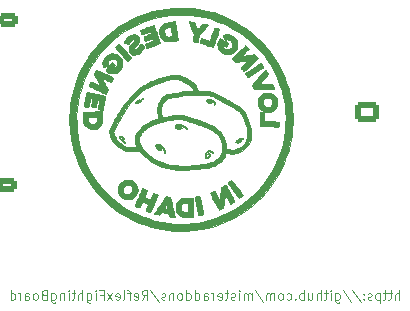
<source format=gbr>
%TF.GenerationSoftware,KiCad,Pcbnew,(6.0.4-0)*%
%TF.CreationDate,2023-01-11T12:36:20-07:00*%
%TF.ProjectId,ReflexFightingBoard,5265666c-6578-4466-9967-6874696e6742,rev?*%
%TF.SameCoordinates,Original*%
%TF.FileFunction,Legend,Bot*%
%TF.FilePolarity,Positive*%
%FSLAX46Y46*%
G04 Gerber Fmt 4.6, Leading zero omitted, Abs format (unit mm)*
G04 Created by KiCad (PCBNEW (6.0.4-0)) date 2023-01-11 12:36:20*
%MOMM*%
%LPD*%
G01*
G04 APERTURE LIST*
G04 Aperture macros list*
%AMRoundRect*
0 Rectangle with rounded corners*
0 $1 Rounding radius*
0 $2 $3 $4 $5 $6 $7 $8 $9 X,Y pos of 4 corners*
0 Add a 4 corners polygon primitive as box body*
4,1,4,$2,$3,$4,$5,$6,$7,$8,$9,$2,$3,0*
0 Add four circle primitives for the rounded corners*
1,1,$1+$1,$2,$3*
1,1,$1+$1,$4,$5*
1,1,$1+$1,$6,$7*
1,1,$1+$1,$8,$9*
0 Add four rect primitives between the rounded corners*
20,1,$1+$1,$2,$3,$4,$5,0*
20,1,$1+$1,$4,$5,$6,$7,0*
20,1,$1+$1,$6,$7,$8,$9,0*
20,1,$1+$1,$8,$9,$2,$3,0*%
G04 Aperture macros list end*
%ADD10C,0.125000*%
%ADD11C,0.010000*%
%ADD12R,1.700000X1.700000*%
%ADD13O,1.700000X1.700000*%
%ADD14RoundRect,0.249999X-0.625001X0.350001X-0.625001X-0.350001X0.625001X-0.350001X0.625001X0.350001X0*%
%ADD15O,1.750000X1.200000*%
%ADD16RoundRect,0.249999X-0.350001X-0.625001X0.350001X-0.625001X0.350001X0.625001X-0.350001X0.625001X0*%
%ADD17O,1.200000X1.750000*%
%ADD18R,2.300000X2.300000*%
%ADD19C,2.300000*%
%ADD20C,7.000000*%
%ADD21R,1.600000X1.600000*%
%ADD22C,1.600000*%
%ADD23C,4.000000*%
%ADD24C,1.200000*%
%ADD25RoundRect,0.250000X-0.725000X0.600000X-0.725000X-0.600000X0.725000X-0.600000X0.725000X0.600000X0*%
%ADD26O,1.950000X1.700000*%
%ADD27C,0.650000*%
%ADD28O,2.100000X1.000000*%
%ADD29O,1.800000X1.000000*%
G04 APERTURE END LIST*
D10*
X146227142Y-114671904D02*
X146227142Y-113871904D01*
X145884285Y-114671904D02*
X145884285Y-114252857D01*
X145922380Y-114176666D01*
X145998571Y-114138571D01*
X146112857Y-114138571D01*
X146189047Y-114176666D01*
X146227142Y-114214761D01*
X145617619Y-114138571D02*
X145312857Y-114138571D01*
X145503333Y-113871904D02*
X145503333Y-114557619D01*
X145465238Y-114633809D01*
X145389047Y-114671904D01*
X145312857Y-114671904D01*
X145160476Y-114138571D02*
X144855714Y-114138571D01*
X145046190Y-113871904D02*
X145046190Y-114557619D01*
X145008095Y-114633809D01*
X144931904Y-114671904D01*
X144855714Y-114671904D01*
X144589047Y-114138571D02*
X144589047Y-114938571D01*
X144589047Y-114176666D02*
X144512857Y-114138571D01*
X144360476Y-114138571D01*
X144284285Y-114176666D01*
X144246190Y-114214761D01*
X144208095Y-114290952D01*
X144208095Y-114519523D01*
X144246190Y-114595714D01*
X144284285Y-114633809D01*
X144360476Y-114671904D01*
X144512857Y-114671904D01*
X144589047Y-114633809D01*
X143903333Y-114633809D02*
X143827142Y-114671904D01*
X143674761Y-114671904D01*
X143598571Y-114633809D01*
X143560476Y-114557619D01*
X143560476Y-114519523D01*
X143598571Y-114443333D01*
X143674761Y-114405238D01*
X143789047Y-114405238D01*
X143865238Y-114367142D01*
X143903333Y-114290952D01*
X143903333Y-114252857D01*
X143865238Y-114176666D01*
X143789047Y-114138571D01*
X143674761Y-114138571D01*
X143598571Y-114176666D01*
X143217619Y-114595714D02*
X143179523Y-114633809D01*
X143217619Y-114671904D01*
X143255714Y-114633809D01*
X143217619Y-114595714D01*
X143217619Y-114671904D01*
X143217619Y-114176666D02*
X143179523Y-114214761D01*
X143217619Y-114252857D01*
X143255714Y-114214761D01*
X143217619Y-114176666D01*
X143217619Y-114252857D01*
X142265238Y-113833809D02*
X142950952Y-114862380D01*
X141427142Y-113833809D02*
X142112857Y-114862380D01*
X140817619Y-114138571D02*
X140817619Y-114786190D01*
X140855714Y-114862380D01*
X140893809Y-114900476D01*
X140970000Y-114938571D01*
X141084285Y-114938571D01*
X141160476Y-114900476D01*
X140817619Y-114633809D02*
X140893809Y-114671904D01*
X141046190Y-114671904D01*
X141122380Y-114633809D01*
X141160476Y-114595714D01*
X141198571Y-114519523D01*
X141198571Y-114290952D01*
X141160476Y-114214761D01*
X141122380Y-114176666D01*
X141046190Y-114138571D01*
X140893809Y-114138571D01*
X140817619Y-114176666D01*
X140436666Y-114671904D02*
X140436666Y-114138571D01*
X140436666Y-113871904D02*
X140474761Y-113910000D01*
X140436666Y-113948095D01*
X140398571Y-113910000D01*
X140436666Y-113871904D01*
X140436666Y-113948095D01*
X140170000Y-114138571D02*
X139865238Y-114138571D01*
X140055714Y-113871904D02*
X140055714Y-114557619D01*
X140017619Y-114633809D01*
X139941428Y-114671904D01*
X139865238Y-114671904D01*
X139598571Y-114671904D02*
X139598571Y-113871904D01*
X139255714Y-114671904D02*
X139255714Y-114252857D01*
X139293809Y-114176666D01*
X139370000Y-114138571D01*
X139484285Y-114138571D01*
X139560476Y-114176666D01*
X139598571Y-114214761D01*
X138531904Y-114138571D02*
X138531904Y-114671904D01*
X138874761Y-114138571D02*
X138874761Y-114557619D01*
X138836666Y-114633809D01*
X138760476Y-114671904D01*
X138646190Y-114671904D01*
X138570000Y-114633809D01*
X138531904Y-114595714D01*
X138150952Y-114671904D02*
X138150952Y-113871904D01*
X138150952Y-114176666D02*
X138074761Y-114138571D01*
X137922380Y-114138571D01*
X137846190Y-114176666D01*
X137808095Y-114214761D01*
X137770000Y-114290952D01*
X137770000Y-114519523D01*
X137808095Y-114595714D01*
X137846190Y-114633809D01*
X137922380Y-114671904D01*
X138074761Y-114671904D01*
X138150952Y-114633809D01*
X137427142Y-114595714D02*
X137389047Y-114633809D01*
X137427142Y-114671904D01*
X137465238Y-114633809D01*
X137427142Y-114595714D01*
X137427142Y-114671904D01*
X136703333Y-114633809D02*
X136779523Y-114671904D01*
X136931904Y-114671904D01*
X137008095Y-114633809D01*
X137046190Y-114595714D01*
X137084285Y-114519523D01*
X137084285Y-114290952D01*
X137046190Y-114214761D01*
X137008095Y-114176666D01*
X136931904Y-114138571D01*
X136779523Y-114138571D01*
X136703333Y-114176666D01*
X136246190Y-114671904D02*
X136322380Y-114633809D01*
X136360476Y-114595714D01*
X136398571Y-114519523D01*
X136398571Y-114290952D01*
X136360476Y-114214761D01*
X136322380Y-114176666D01*
X136246190Y-114138571D01*
X136131904Y-114138571D01*
X136055714Y-114176666D01*
X136017619Y-114214761D01*
X135979523Y-114290952D01*
X135979523Y-114519523D01*
X136017619Y-114595714D01*
X136055714Y-114633809D01*
X136131904Y-114671904D01*
X136246190Y-114671904D01*
X135636666Y-114671904D02*
X135636666Y-114138571D01*
X135636666Y-114214761D02*
X135598571Y-114176666D01*
X135522380Y-114138571D01*
X135408095Y-114138571D01*
X135331904Y-114176666D01*
X135293809Y-114252857D01*
X135293809Y-114671904D01*
X135293809Y-114252857D02*
X135255714Y-114176666D01*
X135179523Y-114138571D01*
X135065238Y-114138571D01*
X134989047Y-114176666D01*
X134950952Y-114252857D01*
X134950952Y-114671904D01*
X133998571Y-113833809D02*
X134684285Y-114862380D01*
X133731904Y-114671904D02*
X133731904Y-114138571D01*
X133731904Y-114214761D02*
X133693809Y-114176666D01*
X133617619Y-114138571D01*
X133503333Y-114138571D01*
X133427142Y-114176666D01*
X133389047Y-114252857D01*
X133389047Y-114671904D01*
X133389047Y-114252857D02*
X133350952Y-114176666D01*
X133274761Y-114138571D01*
X133160476Y-114138571D01*
X133084285Y-114176666D01*
X133046190Y-114252857D01*
X133046190Y-114671904D01*
X132665238Y-114671904D02*
X132665238Y-114138571D01*
X132665238Y-113871904D02*
X132703333Y-113910000D01*
X132665238Y-113948095D01*
X132627142Y-113910000D01*
X132665238Y-113871904D01*
X132665238Y-113948095D01*
X132322380Y-114633809D02*
X132246190Y-114671904D01*
X132093809Y-114671904D01*
X132017619Y-114633809D01*
X131979523Y-114557619D01*
X131979523Y-114519523D01*
X132017619Y-114443333D01*
X132093809Y-114405238D01*
X132208095Y-114405238D01*
X132284285Y-114367142D01*
X132322380Y-114290952D01*
X132322380Y-114252857D01*
X132284285Y-114176666D01*
X132208095Y-114138571D01*
X132093809Y-114138571D01*
X132017619Y-114176666D01*
X131750952Y-114138571D02*
X131446190Y-114138571D01*
X131636666Y-113871904D02*
X131636666Y-114557619D01*
X131598571Y-114633809D01*
X131522380Y-114671904D01*
X131446190Y-114671904D01*
X130874761Y-114633809D02*
X130950952Y-114671904D01*
X131103333Y-114671904D01*
X131179523Y-114633809D01*
X131217619Y-114557619D01*
X131217619Y-114252857D01*
X131179523Y-114176666D01*
X131103333Y-114138571D01*
X130950952Y-114138571D01*
X130874761Y-114176666D01*
X130836666Y-114252857D01*
X130836666Y-114329047D01*
X131217619Y-114405238D01*
X130493809Y-114671904D02*
X130493809Y-114138571D01*
X130493809Y-114290952D02*
X130455714Y-114214761D01*
X130417619Y-114176666D01*
X130341428Y-114138571D01*
X130265238Y-114138571D01*
X129655714Y-114671904D02*
X129655714Y-114252857D01*
X129693809Y-114176666D01*
X129770000Y-114138571D01*
X129922380Y-114138571D01*
X129998571Y-114176666D01*
X129655714Y-114633809D02*
X129731904Y-114671904D01*
X129922380Y-114671904D01*
X129998571Y-114633809D01*
X130036666Y-114557619D01*
X130036666Y-114481428D01*
X129998571Y-114405238D01*
X129922380Y-114367142D01*
X129731904Y-114367142D01*
X129655714Y-114329047D01*
X128931904Y-114671904D02*
X128931904Y-113871904D01*
X128931904Y-114633809D02*
X129008095Y-114671904D01*
X129160476Y-114671904D01*
X129236666Y-114633809D01*
X129274761Y-114595714D01*
X129312857Y-114519523D01*
X129312857Y-114290952D01*
X129274761Y-114214761D01*
X129236666Y-114176666D01*
X129160476Y-114138571D01*
X129008095Y-114138571D01*
X128931904Y-114176666D01*
X128208095Y-114671904D02*
X128208095Y-113871904D01*
X128208095Y-114633809D02*
X128284285Y-114671904D01*
X128436666Y-114671904D01*
X128512857Y-114633809D01*
X128550952Y-114595714D01*
X128589047Y-114519523D01*
X128589047Y-114290952D01*
X128550952Y-114214761D01*
X128512857Y-114176666D01*
X128436666Y-114138571D01*
X128284285Y-114138571D01*
X128208095Y-114176666D01*
X127712857Y-114671904D02*
X127789047Y-114633809D01*
X127827142Y-114595714D01*
X127865238Y-114519523D01*
X127865238Y-114290952D01*
X127827142Y-114214761D01*
X127789047Y-114176666D01*
X127712857Y-114138571D01*
X127598571Y-114138571D01*
X127522380Y-114176666D01*
X127484285Y-114214761D01*
X127446190Y-114290952D01*
X127446190Y-114519523D01*
X127484285Y-114595714D01*
X127522380Y-114633809D01*
X127598571Y-114671904D01*
X127712857Y-114671904D01*
X127103333Y-114138571D02*
X127103333Y-114671904D01*
X127103333Y-114214761D02*
X127065238Y-114176666D01*
X126989047Y-114138571D01*
X126874761Y-114138571D01*
X126798571Y-114176666D01*
X126760476Y-114252857D01*
X126760476Y-114671904D01*
X126417619Y-114633809D02*
X126341428Y-114671904D01*
X126189047Y-114671904D01*
X126112857Y-114633809D01*
X126074761Y-114557619D01*
X126074761Y-114519523D01*
X126112857Y-114443333D01*
X126189047Y-114405238D01*
X126303333Y-114405238D01*
X126379523Y-114367142D01*
X126417619Y-114290952D01*
X126417619Y-114252857D01*
X126379523Y-114176666D01*
X126303333Y-114138571D01*
X126189047Y-114138571D01*
X126112857Y-114176666D01*
X125160476Y-113833809D02*
X125846190Y-114862380D01*
X124436666Y-114671904D02*
X124703333Y-114290952D01*
X124893809Y-114671904D02*
X124893809Y-113871904D01*
X124589047Y-113871904D01*
X124512857Y-113910000D01*
X124474761Y-113948095D01*
X124436666Y-114024285D01*
X124436666Y-114138571D01*
X124474761Y-114214761D01*
X124512857Y-114252857D01*
X124589047Y-114290952D01*
X124893809Y-114290952D01*
X123789047Y-114633809D02*
X123865238Y-114671904D01*
X124017619Y-114671904D01*
X124093809Y-114633809D01*
X124131904Y-114557619D01*
X124131904Y-114252857D01*
X124093809Y-114176666D01*
X124017619Y-114138571D01*
X123865238Y-114138571D01*
X123789047Y-114176666D01*
X123750952Y-114252857D01*
X123750952Y-114329047D01*
X124131904Y-114405238D01*
X123522380Y-114138571D02*
X123217619Y-114138571D01*
X123408095Y-114671904D02*
X123408095Y-113986190D01*
X123370000Y-113910000D01*
X123293809Y-113871904D01*
X123217619Y-113871904D01*
X122836666Y-114671904D02*
X122912857Y-114633809D01*
X122950952Y-114557619D01*
X122950952Y-113871904D01*
X122227142Y-114633809D02*
X122303333Y-114671904D01*
X122455714Y-114671904D01*
X122531904Y-114633809D01*
X122570000Y-114557619D01*
X122570000Y-114252857D01*
X122531904Y-114176666D01*
X122455714Y-114138571D01*
X122303333Y-114138571D01*
X122227142Y-114176666D01*
X122189047Y-114252857D01*
X122189047Y-114329047D01*
X122570000Y-114405238D01*
X121922380Y-114671904D02*
X121503333Y-114138571D01*
X121922380Y-114138571D02*
X121503333Y-114671904D01*
X120931904Y-114252857D02*
X121198571Y-114252857D01*
X121198571Y-114671904D02*
X121198571Y-113871904D01*
X120817619Y-113871904D01*
X120512857Y-114671904D02*
X120512857Y-114138571D01*
X120512857Y-113871904D02*
X120550952Y-113910000D01*
X120512857Y-113948095D01*
X120474761Y-113910000D01*
X120512857Y-113871904D01*
X120512857Y-113948095D01*
X119789047Y-114138571D02*
X119789047Y-114786190D01*
X119827142Y-114862380D01*
X119865238Y-114900476D01*
X119941428Y-114938571D01*
X120055714Y-114938571D01*
X120131904Y-114900476D01*
X119789047Y-114633809D02*
X119865238Y-114671904D01*
X120017619Y-114671904D01*
X120093809Y-114633809D01*
X120131904Y-114595714D01*
X120170000Y-114519523D01*
X120170000Y-114290952D01*
X120131904Y-114214761D01*
X120093809Y-114176666D01*
X120017619Y-114138571D01*
X119865238Y-114138571D01*
X119789047Y-114176666D01*
X119408095Y-114671904D02*
X119408095Y-113871904D01*
X119065238Y-114671904D02*
X119065238Y-114252857D01*
X119103333Y-114176666D01*
X119179523Y-114138571D01*
X119293809Y-114138571D01*
X119370000Y-114176666D01*
X119408095Y-114214761D01*
X118798571Y-114138571D02*
X118493809Y-114138571D01*
X118684285Y-113871904D02*
X118684285Y-114557619D01*
X118646190Y-114633809D01*
X118570000Y-114671904D01*
X118493809Y-114671904D01*
X118227142Y-114671904D02*
X118227142Y-114138571D01*
X118227142Y-113871904D02*
X118265238Y-113910000D01*
X118227142Y-113948095D01*
X118189047Y-113910000D01*
X118227142Y-113871904D01*
X118227142Y-113948095D01*
X117846190Y-114138571D02*
X117846190Y-114671904D01*
X117846190Y-114214761D02*
X117808095Y-114176666D01*
X117731904Y-114138571D01*
X117617619Y-114138571D01*
X117541428Y-114176666D01*
X117503333Y-114252857D01*
X117503333Y-114671904D01*
X116779523Y-114138571D02*
X116779523Y-114786190D01*
X116817619Y-114862380D01*
X116855714Y-114900476D01*
X116931904Y-114938571D01*
X117046190Y-114938571D01*
X117122380Y-114900476D01*
X116779523Y-114633809D02*
X116855714Y-114671904D01*
X117008095Y-114671904D01*
X117084285Y-114633809D01*
X117122380Y-114595714D01*
X117160476Y-114519523D01*
X117160476Y-114290952D01*
X117122380Y-114214761D01*
X117084285Y-114176666D01*
X117008095Y-114138571D01*
X116855714Y-114138571D01*
X116779523Y-114176666D01*
X116131904Y-114252857D02*
X116017619Y-114290952D01*
X115979523Y-114329047D01*
X115941428Y-114405238D01*
X115941428Y-114519523D01*
X115979523Y-114595714D01*
X116017619Y-114633809D01*
X116093809Y-114671904D01*
X116398571Y-114671904D01*
X116398571Y-113871904D01*
X116131904Y-113871904D01*
X116055714Y-113910000D01*
X116017619Y-113948095D01*
X115979523Y-114024285D01*
X115979523Y-114100476D01*
X116017619Y-114176666D01*
X116055714Y-114214761D01*
X116131904Y-114252857D01*
X116398571Y-114252857D01*
X115484285Y-114671904D02*
X115560476Y-114633809D01*
X115598571Y-114595714D01*
X115636666Y-114519523D01*
X115636666Y-114290952D01*
X115598571Y-114214761D01*
X115560476Y-114176666D01*
X115484285Y-114138571D01*
X115370000Y-114138571D01*
X115293809Y-114176666D01*
X115255714Y-114214761D01*
X115217619Y-114290952D01*
X115217619Y-114519523D01*
X115255714Y-114595714D01*
X115293809Y-114633809D01*
X115370000Y-114671904D01*
X115484285Y-114671904D01*
X114531904Y-114671904D02*
X114531904Y-114252857D01*
X114570000Y-114176666D01*
X114646190Y-114138571D01*
X114798571Y-114138571D01*
X114874761Y-114176666D01*
X114531904Y-114633809D02*
X114608095Y-114671904D01*
X114798571Y-114671904D01*
X114874761Y-114633809D01*
X114912857Y-114557619D01*
X114912857Y-114481428D01*
X114874761Y-114405238D01*
X114798571Y-114367142D01*
X114608095Y-114367142D01*
X114531904Y-114329047D01*
X114150952Y-114671904D02*
X114150952Y-114138571D01*
X114150952Y-114290952D02*
X114112857Y-114214761D01*
X114074761Y-114176666D01*
X113998571Y-114138571D01*
X113922380Y-114138571D01*
X113312857Y-114671904D02*
X113312857Y-113871904D01*
X113312857Y-114633809D02*
X113389047Y-114671904D01*
X113541428Y-114671904D01*
X113617619Y-114633809D01*
X113655714Y-114595714D01*
X113693809Y-114519523D01*
X113693809Y-114290952D01*
X113655714Y-114214761D01*
X113617619Y-114176666D01*
X113541428Y-114138571D01*
X113389047Y-114138571D01*
X113312857Y-114176666D01*
%TO.C,Ref\u002A\u002A*%
G36*
X124514316Y-105246932D02*
G01*
X124571532Y-105265010D01*
X124659064Y-105301167D01*
X124689772Y-105314719D01*
X124763881Y-105348911D01*
X124819373Y-105376646D01*
X124846056Y-105392923D01*
X124847377Y-105396620D01*
X124841239Y-105431602D01*
X124820558Y-105495672D01*
X124787839Y-105581617D01*
X124745588Y-105682224D01*
X124698830Y-105791288D01*
X124666776Y-105872583D01*
X124649771Y-105926979D01*
X124646049Y-105960164D01*
X124653846Y-105977827D01*
X124669766Y-105989764D01*
X124723190Y-106019703D01*
X124797064Y-106054371D01*
X124881613Y-106089942D01*
X124967060Y-106122586D01*
X125043632Y-106148477D01*
X125101551Y-106163787D01*
X125131042Y-106164686D01*
X125132290Y-106163765D01*
X125153140Y-106134551D01*
X125185548Y-106075133D01*
X125225322Y-105993649D01*
X125268270Y-105898237D01*
X125273329Y-105886598D01*
X125315265Y-105793806D01*
X125352713Y-105717011D01*
X125381756Y-105663912D01*
X125398479Y-105642210D01*
X125400474Y-105641678D01*
X125435400Y-105646922D01*
X125493913Y-105666649D01*
X125565456Y-105696018D01*
X125639476Y-105730185D01*
X125705415Y-105764307D01*
X125752719Y-105793542D01*
X125770833Y-105813047D01*
X125765936Y-105828221D01*
X125746277Y-105878237D01*
X125713691Y-105957628D01*
X125670450Y-106061084D01*
X125618830Y-106183298D01*
X125561104Y-106318960D01*
X125499545Y-106462764D01*
X125436427Y-106609401D01*
X125374024Y-106753563D01*
X125314610Y-106889941D01*
X125260459Y-107013227D01*
X125213844Y-107118113D01*
X125177038Y-107199292D01*
X125148656Y-107239025D01*
X125109882Y-107257500D01*
X125083065Y-107252517D01*
X125027172Y-107233469D01*
X124957546Y-107204781D01*
X124884843Y-107171402D01*
X124819719Y-107138280D01*
X124772831Y-107110365D01*
X124754833Y-107092606D01*
X124760859Y-107072024D01*
X124780976Y-107019457D01*
X124811875Y-106944342D01*
X124850083Y-106855334D01*
X124882546Y-106778926D01*
X124915060Y-106696966D01*
X124937173Y-106634605D01*
X124945333Y-106601316D01*
X124945035Y-106599069D01*
X124922311Y-106574012D01*
X124870064Y-106539956D01*
X124797660Y-106501123D01*
X124714471Y-106461737D01*
X124629864Y-106426021D01*
X124553208Y-106398197D01*
X124493873Y-106382488D01*
X124461227Y-106383117D01*
X124446841Y-106400348D01*
X124417368Y-106450540D01*
X124380024Y-106523960D01*
X124339562Y-106611674D01*
X124308591Y-106680179D01*
X124270544Y-106759249D01*
X124239618Y-106817834D01*
X124220500Y-106846684D01*
X124219677Y-106847389D01*
X124185794Y-106851435D01*
X124127123Y-106838670D01*
X124054598Y-106813766D01*
X123979156Y-106781391D01*
X123911729Y-106746218D01*
X123863255Y-106712917D01*
X123844666Y-106686158D01*
X123845271Y-106682402D01*
X123857739Y-106645579D01*
X123884533Y-106576997D01*
X123923298Y-106482083D01*
X123971678Y-106366268D01*
X124027321Y-106234981D01*
X124087869Y-106093651D01*
X124150968Y-105947708D01*
X124214264Y-105802580D01*
X124275401Y-105663699D01*
X124332025Y-105536492D01*
X124381780Y-105426390D01*
X124422311Y-105338821D01*
X124451264Y-105279216D01*
X124466284Y-105253003D01*
X124480337Y-105245164D01*
X124514316Y-105246932D01*
G37*
D11*
X124514316Y-105246932D02*
X124571532Y-105265010D01*
X124659064Y-105301167D01*
X124689772Y-105314719D01*
X124763881Y-105348911D01*
X124819373Y-105376646D01*
X124846056Y-105392923D01*
X124847377Y-105396620D01*
X124841239Y-105431602D01*
X124820558Y-105495672D01*
X124787839Y-105581617D01*
X124745588Y-105682224D01*
X124698830Y-105791288D01*
X124666776Y-105872583D01*
X124649771Y-105926979D01*
X124646049Y-105960164D01*
X124653846Y-105977827D01*
X124669766Y-105989764D01*
X124723190Y-106019703D01*
X124797064Y-106054371D01*
X124881613Y-106089942D01*
X124967060Y-106122586D01*
X125043632Y-106148477D01*
X125101551Y-106163787D01*
X125131042Y-106164686D01*
X125132290Y-106163765D01*
X125153140Y-106134551D01*
X125185548Y-106075133D01*
X125225322Y-105993649D01*
X125268270Y-105898237D01*
X125273329Y-105886598D01*
X125315265Y-105793806D01*
X125352713Y-105717011D01*
X125381756Y-105663912D01*
X125398479Y-105642210D01*
X125400474Y-105641678D01*
X125435400Y-105646922D01*
X125493913Y-105666649D01*
X125565456Y-105696018D01*
X125639476Y-105730185D01*
X125705415Y-105764307D01*
X125752719Y-105793542D01*
X125770833Y-105813047D01*
X125765936Y-105828221D01*
X125746277Y-105878237D01*
X125713691Y-105957628D01*
X125670450Y-106061084D01*
X125618830Y-106183298D01*
X125561104Y-106318960D01*
X125499545Y-106462764D01*
X125436427Y-106609401D01*
X125374024Y-106753563D01*
X125314610Y-106889941D01*
X125260459Y-107013227D01*
X125213844Y-107118113D01*
X125177038Y-107199292D01*
X125148656Y-107239025D01*
X125109882Y-107257500D01*
X125083065Y-107252517D01*
X125027172Y-107233469D01*
X124957546Y-107204781D01*
X124884843Y-107171402D01*
X124819719Y-107138280D01*
X124772831Y-107110365D01*
X124754833Y-107092606D01*
X124760859Y-107072024D01*
X124780976Y-107019457D01*
X124811875Y-106944342D01*
X124850083Y-106855334D01*
X124882546Y-106778926D01*
X124915060Y-106696966D01*
X124937173Y-106634605D01*
X124945333Y-106601316D01*
X124945035Y-106599069D01*
X124922311Y-106574012D01*
X124870064Y-106539956D01*
X124797660Y-106501123D01*
X124714471Y-106461737D01*
X124629864Y-106426021D01*
X124553208Y-106398197D01*
X124493873Y-106382488D01*
X124461227Y-106383117D01*
X124446841Y-106400348D01*
X124417368Y-106450540D01*
X124380024Y-106523960D01*
X124339562Y-106611674D01*
X124308591Y-106680179D01*
X124270544Y-106759249D01*
X124239618Y-106817834D01*
X124220500Y-106846684D01*
X124219677Y-106847389D01*
X124185794Y-106851435D01*
X124127123Y-106838670D01*
X124054598Y-106813766D01*
X123979156Y-106781391D01*
X123911729Y-106746218D01*
X123863255Y-106712917D01*
X123844666Y-106686158D01*
X123845271Y-106682402D01*
X123857739Y-106645579D01*
X123884533Y-106576997D01*
X123923298Y-106482083D01*
X123971678Y-106366268D01*
X124027321Y-106234981D01*
X124087869Y-106093651D01*
X124150968Y-105947708D01*
X124214264Y-105802580D01*
X124275401Y-105663699D01*
X124332025Y-105536492D01*
X124381780Y-105426390D01*
X124422311Y-105338821D01*
X124451264Y-105279216D01*
X124466284Y-105253003D01*
X124480337Y-105245164D01*
X124514316Y-105246932D01*
G36*
X131536116Y-104956821D02*
G01*
X131557148Y-104979455D01*
X131586259Y-105021351D01*
X131625255Y-105085611D01*
X131675940Y-105175339D01*
X131740116Y-105293636D01*
X131819590Y-105443605D01*
X131916164Y-105628349D01*
X131993399Y-105777653D01*
X132068403Y-105924493D01*
X132134717Y-106056230D01*
X132190131Y-106168391D01*
X132232439Y-106256508D01*
X132259435Y-106316109D01*
X132268909Y-106342724D01*
X132263530Y-106354220D01*
X132229276Y-106385406D01*
X132172340Y-106424333D01*
X132103196Y-106465019D01*
X132032316Y-106501485D01*
X131970172Y-106527750D01*
X131927236Y-106537834D01*
X131916852Y-106531714D01*
X131885594Y-106492112D01*
X131839083Y-106417826D01*
X131778804Y-106311299D01*
X131706244Y-106174971D01*
X131700351Y-106163656D01*
X131641292Y-106052581D01*
X131588041Y-105956396D01*
X131543926Y-105880820D01*
X131512275Y-105831574D01*
X131496416Y-105814377D01*
X131491997Y-105821335D01*
X131480470Y-105863200D01*
X131465104Y-105937791D01*
X131446990Y-106039210D01*
X131427216Y-106161561D01*
X131406873Y-106298948D01*
X131396466Y-106371984D01*
X131376892Y-106507330D01*
X131359170Y-106627332D01*
X131344298Y-106725343D01*
X131333278Y-106794719D01*
X131327110Y-106828814D01*
X131326831Y-106829913D01*
X131302761Y-106865503D01*
X131245755Y-106908034D01*
X131152070Y-106960318D01*
X131122403Y-106975209D01*
X131048019Y-107009622D01*
X130989588Y-107032557D01*
X130957745Y-107039672D01*
X130951956Y-107034404D01*
X130927459Y-106998169D01*
X130887841Y-106931886D01*
X130835806Y-106840645D01*
X130774059Y-106729537D01*
X130705304Y-106603655D01*
X130632245Y-106468089D01*
X130557587Y-106327930D01*
X130484034Y-106188271D01*
X130414291Y-106054201D01*
X130351063Y-105930813D01*
X130297053Y-105823198D01*
X130254967Y-105736446D01*
X130227508Y-105675650D01*
X130217381Y-105645901D01*
X130217523Y-105644038D01*
X130238042Y-105618629D01*
X130285982Y-105582780D01*
X130351009Y-105542222D01*
X130422786Y-105502683D01*
X130490976Y-105469896D01*
X130545244Y-105449589D01*
X130575253Y-105447495D01*
X130576352Y-105448421D01*
X130594453Y-105475089D01*
X130628109Y-105532656D01*
X130674008Y-105615182D01*
X130728838Y-105716728D01*
X130789289Y-105831356D01*
X130800277Y-105852350D01*
X130859245Y-105962328D01*
X130911755Y-106055929D01*
X130954638Y-106127806D01*
X130984726Y-106172612D01*
X130998851Y-106185000D01*
X131002874Y-106173614D01*
X131013151Y-106125077D01*
X131027349Y-106044444D01*
X131044473Y-105937762D01*
X131063527Y-105811079D01*
X131083517Y-105670445D01*
X131095934Y-105581379D01*
X131114986Y-105447703D01*
X131132095Y-105331226D01*
X131146325Y-105238135D01*
X131156747Y-105174618D01*
X131162426Y-105146865D01*
X131172492Y-105134414D01*
X131213977Y-105103081D01*
X131276744Y-105064037D01*
X131349856Y-105023260D01*
X131422376Y-104986732D01*
X131483368Y-104960430D01*
X131521895Y-104950334D01*
X131536116Y-104956821D01*
G37*
X131536116Y-104956821D02*
X131557148Y-104979455D01*
X131586259Y-105021351D01*
X131625255Y-105085611D01*
X131675940Y-105175339D01*
X131740116Y-105293636D01*
X131819590Y-105443605D01*
X131916164Y-105628349D01*
X131993399Y-105777653D01*
X132068403Y-105924493D01*
X132134717Y-106056230D01*
X132190131Y-106168391D01*
X132232439Y-106256508D01*
X132259435Y-106316109D01*
X132268909Y-106342724D01*
X132263530Y-106354220D01*
X132229276Y-106385406D01*
X132172340Y-106424333D01*
X132103196Y-106465019D01*
X132032316Y-106501485D01*
X131970172Y-106527750D01*
X131927236Y-106537834D01*
X131916852Y-106531714D01*
X131885594Y-106492112D01*
X131839083Y-106417826D01*
X131778804Y-106311299D01*
X131706244Y-106174971D01*
X131700351Y-106163656D01*
X131641292Y-106052581D01*
X131588041Y-105956396D01*
X131543926Y-105880820D01*
X131512275Y-105831574D01*
X131496416Y-105814377D01*
X131491997Y-105821335D01*
X131480470Y-105863200D01*
X131465104Y-105937791D01*
X131446990Y-106039210D01*
X131427216Y-106161561D01*
X131406873Y-106298948D01*
X131396466Y-106371984D01*
X131376892Y-106507330D01*
X131359170Y-106627332D01*
X131344298Y-106725343D01*
X131333278Y-106794719D01*
X131327110Y-106828814D01*
X131326831Y-106829913D01*
X131302761Y-106865503D01*
X131245755Y-106908034D01*
X131152070Y-106960318D01*
X131122403Y-106975209D01*
X131048019Y-107009622D01*
X130989588Y-107032557D01*
X130957745Y-107039672D01*
X130951956Y-107034404D01*
X130927459Y-106998169D01*
X130887841Y-106931886D01*
X130835806Y-106840645D01*
X130774059Y-106729537D01*
X130705304Y-106603655D01*
X130632245Y-106468089D01*
X130557587Y-106327930D01*
X130484034Y-106188271D01*
X130414291Y-106054201D01*
X130351063Y-105930813D01*
X130297053Y-105823198D01*
X130254967Y-105736446D01*
X130227508Y-105675650D01*
X130217381Y-105645901D01*
X130217523Y-105644038D01*
X130238042Y-105618629D01*
X130285982Y-105582780D01*
X130351009Y-105542222D01*
X130422786Y-105502683D01*
X130490976Y-105469896D01*
X130545244Y-105449589D01*
X130575253Y-105447495D01*
X130576352Y-105448421D01*
X130594453Y-105475089D01*
X130628109Y-105532656D01*
X130674008Y-105615182D01*
X130728838Y-105716728D01*
X130789289Y-105831356D01*
X130800277Y-105852350D01*
X130859245Y-105962328D01*
X130911755Y-106055929D01*
X130954638Y-106127806D01*
X130984726Y-106172612D01*
X130998851Y-106185000D01*
X131002874Y-106173614D01*
X131013151Y-106125077D01*
X131027349Y-106044444D01*
X131044473Y-105937762D01*
X131063527Y-105811079D01*
X131083517Y-105670445D01*
X131095934Y-105581379D01*
X131114986Y-105447703D01*
X131132095Y-105331226D01*
X131146325Y-105238135D01*
X131156747Y-105174618D01*
X131162426Y-105146865D01*
X131172492Y-105134414D01*
X131213977Y-105103081D01*
X131276744Y-105064037D01*
X131349856Y-105023260D01*
X131422376Y-104986732D01*
X131483368Y-104960430D01*
X131521895Y-104950334D01*
X131536116Y-104956821D01*
G36*
X125421634Y-91450080D02*
G01*
X125428610Y-91460843D01*
X125451186Y-91508263D01*
X125483974Y-91586112D01*
X125525017Y-91689008D01*
X125572360Y-91811574D01*
X125624045Y-91948430D01*
X125678118Y-92094196D01*
X125732620Y-92243494D01*
X125785598Y-92390944D01*
X125835093Y-92531167D01*
X125879149Y-92658783D01*
X125915812Y-92768414D01*
X125943123Y-92854680D01*
X125959127Y-92912201D01*
X125961868Y-92935599D01*
X125941672Y-92946428D01*
X125886283Y-92970689D01*
X125801626Y-93005575D01*
X125693209Y-93048860D01*
X125566538Y-93098319D01*
X125427119Y-93151726D01*
X125304505Y-93197844D01*
X125173202Y-93246242D01*
X125058175Y-93287587D01*
X124965229Y-93319831D01*
X124900167Y-93340925D01*
X124868793Y-93348821D01*
X124846782Y-93345176D01*
X124823714Y-93324001D01*
X124799191Y-93277326D01*
X124768150Y-93197542D01*
X124763614Y-93184968D01*
X124737606Y-93108013D01*
X124719294Y-93045580D01*
X124712398Y-93010173D01*
X124719582Y-92997145D01*
X124753557Y-92973952D01*
X124818367Y-92942933D01*
X124917234Y-92902590D01*
X125053378Y-92851423D01*
X125142627Y-92817953D01*
X125244505Y-92777594D01*
X125326674Y-92742560D01*
X125382390Y-92715753D01*
X125404911Y-92700078D01*
X125408438Y-92687263D01*
X125405498Y-92635099D01*
X125385615Y-92583554D01*
X125355761Y-92553430D01*
X125346398Y-92552880D01*
X125300697Y-92561925D01*
X125227020Y-92583183D01*
X125133196Y-92614287D01*
X125027054Y-92652867D01*
X124988481Y-92667499D01*
X124878746Y-92708494D01*
X124800053Y-92733803D01*
X124745516Y-92742192D01*
X124708253Y-92732424D01*
X124681379Y-92703264D01*
X124658010Y-92653476D01*
X124631263Y-92581825D01*
X124624929Y-92565011D01*
X124602886Y-92508567D01*
X124588419Y-92464953D01*
X124585466Y-92430528D01*
X124597964Y-92401653D01*
X124629849Y-92374686D01*
X124685058Y-92345987D01*
X124767528Y-92311914D01*
X124881197Y-92268829D01*
X125030000Y-92213089D01*
X125080718Y-92193213D01*
X125146329Y-92162507D01*
X125182142Y-92135502D01*
X125195371Y-92107598D01*
X125196354Y-92098267D01*
X125187437Y-92039807D01*
X125158499Y-91993809D01*
X125118220Y-91975167D01*
X125106170Y-91977144D01*
X125056897Y-91991292D01*
X124980057Y-92016822D01*
X124883482Y-92051083D01*
X124775006Y-92091419D01*
X124717963Y-92112868D01*
X124614971Y-92150393D01*
X124528103Y-92180497D01*
X124465132Y-92200529D01*
X124433830Y-92207836D01*
X124413499Y-92196166D01*
X124382851Y-92153099D01*
X124351002Y-92089062D01*
X124322304Y-92015500D01*
X124301107Y-91943860D01*
X124291762Y-91885588D01*
X124298621Y-91852132D01*
X124298623Y-91852130D01*
X124324865Y-91837553D01*
X124385373Y-91810591D01*
X124474684Y-91773469D01*
X124587332Y-91728411D01*
X124717852Y-91677640D01*
X124860781Y-91623379D01*
X124877198Y-91617223D01*
X125038959Y-91557088D01*
X125165856Y-91511162D01*
X125262011Y-91478169D01*
X125331545Y-91456839D01*
X125378579Y-91445896D01*
X125407235Y-91444067D01*
X125421634Y-91450080D01*
G37*
X125421634Y-91450080D02*
X125428610Y-91460843D01*
X125451186Y-91508263D01*
X125483974Y-91586112D01*
X125525017Y-91689008D01*
X125572360Y-91811574D01*
X125624045Y-91948430D01*
X125678118Y-92094196D01*
X125732620Y-92243494D01*
X125785598Y-92390944D01*
X125835093Y-92531167D01*
X125879149Y-92658783D01*
X125915812Y-92768414D01*
X125943123Y-92854680D01*
X125959127Y-92912201D01*
X125961868Y-92935599D01*
X125941672Y-92946428D01*
X125886283Y-92970689D01*
X125801626Y-93005575D01*
X125693209Y-93048860D01*
X125566538Y-93098319D01*
X125427119Y-93151726D01*
X125304505Y-93197844D01*
X125173202Y-93246242D01*
X125058175Y-93287587D01*
X124965229Y-93319831D01*
X124900167Y-93340925D01*
X124868793Y-93348821D01*
X124846782Y-93345176D01*
X124823714Y-93324001D01*
X124799191Y-93277326D01*
X124768150Y-93197542D01*
X124763614Y-93184968D01*
X124737606Y-93108013D01*
X124719294Y-93045580D01*
X124712398Y-93010173D01*
X124719582Y-92997145D01*
X124753557Y-92973952D01*
X124818367Y-92942933D01*
X124917234Y-92902590D01*
X125053378Y-92851423D01*
X125142627Y-92817953D01*
X125244505Y-92777594D01*
X125326674Y-92742560D01*
X125382390Y-92715753D01*
X125404911Y-92700078D01*
X125408438Y-92687263D01*
X125405498Y-92635099D01*
X125385615Y-92583554D01*
X125355761Y-92553430D01*
X125346398Y-92552880D01*
X125300697Y-92561925D01*
X125227020Y-92583183D01*
X125133196Y-92614287D01*
X125027054Y-92652867D01*
X124988481Y-92667499D01*
X124878746Y-92708494D01*
X124800053Y-92733803D01*
X124745516Y-92742192D01*
X124708253Y-92732424D01*
X124681379Y-92703264D01*
X124658010Y-92653476D01*
X124631263Y-92581825D01*
X124624929Y-92565011D01*
X124602886Y-92508567D01*
X124588419Y-92464953D01*
X124585466Y-92430528D01*
X124597964Y-92401653D01*
X124629849Y-92374686D01*
X124685058Y-92345987D01*
X124767528Y-92311914D01*
X124881197Y-92268829D01*
X125030000Y-92213089D01*
X125080718Y-92193213D01*
X125146329Y-92162507D01*
X125182142Y-92135502D01*
X125195371Y-92107598D01*
X125196354Y-92098267D01*
X125187437Y-92039807D01*
X125158499Y-91993809D01*
X125118220Y-91975167D01*
X125106170Y-91977144D01*
X125056897Y-91991292D01*
X124980057Y-92016822D01*
X124883482Y-92051083D01*
X124775006Y-92091419D01*
X124717963Y-92112868D01*
X124614971Y-92150393D01*
X124528103Y-92180497D01*
X124465132Y-92200529D01*
X124433830Y-92207836D01*
X124413499Y-92196166D01*
X124382851Y-92153099D01*
X124351002Y-92089062D01*
X124322304Y-92015500D01*
X124301107Y-91943860D01*
X124291762Y-91885588D01*
X124298621Y-91852132D01*
X124298623Y-91852130D01*
X124324865Y-91837553D01*
X124385373Y-91810591D01*
X124474684Y-91773469D01*
X124587332Y-91728411D01*
X124717852Y-91677640D01*
X124860781Y-91623379D01*
X124877198Y-91617223D01*
X125038959Y-91557088D01*
X125165856Y-91511162D01*
X125262011Y-91478169D01*
X125331545Y-91456839D01*
X125378579Y-91445896D01*
X125407235Y-91444067D01*
X125421634Y-91450080D01*
G36*
X134804197Y-99177125D02*
G01*
X134806065Y-99285511D01*
X134808377Y-99393037D01*
X134810727Y-99478729D01*
X134812924Y-99535755D01*
X134814780Y-99557283D01*
X134815395Y-99557461D01*
X134842561Y-99559101D01*
X134905868Y-99561323D01*
X134999902Y-99563983D01*
X135119252Y-99566938D01*
X135258505Y-99570044D01*
X135412250Y-99573158D01*
X136004916Y-99584584D01*
X136011049Y-99783898D01*
X136012286Y-99838390D01*
X136010883Y-99925136D01*
X136003593Y-99977940D01*
X135989882Y-100002287D01*
X135986810Y-100003771D01*
X135948806Y-100009459D01*
X135879009Y-100012416D01*
X135786104Y-100012444D01*
X135678778Y-100009347D01*
X135656672Y-100008467D01*
X135539662Y-100004928D01*
X135394353Y-100001869D01*
X135232115Y-99999467D01*
X135064317Y-99997896D01*
X134902330Y-99997334D01*
X134801179Y-99997259D01*
X134667088Y-99996651D01*
X134567086Y-99995113D01*
X134496060Y-99992268D01*
X134448897Y-99987741D01*
X134420484Y-99981153D01*
X134405709Y-99972129D01*
X134399460Y-99960292D01*
X134397340Y-99932825D01*
X134396259Y-99868118D01*
X134396356Y-99772719D01*
X134397592Y-99652625D01*
X134399928Y-99513831D01*
X134403325Y-99362334D01*
X134417416Y-98801417D01*
X134798416Y-98801417D01*
X134804197Y-99177125D01*
G37*
X134804197Y-99177125D02*
X134806065Y-99285511D01*
X134808377Y-99393037D01*
X134810727Y-99478729D01*
X134812924Y-99535755D01*
X134814780Y-99557283D01*
X134815395Y-99557461D01*
X134842561Y-99559101D01*
X134905868Y-99561323D01*
X134999902Y-99563983D01*
X135119252Y-99566938D01*
X135258505Y-99570044D01*
X135412250Y-99573158D01*
X136004916Y-99584584D01*
X136011049Y-99783898D01*
X136012286Y-99838390D01*
X136010883Y-99925136D01*
X136003593Y-99977940D01*
X135989882Y-100002287D01*
X135986810Y-100003771D01*
X135948806Y-100009459D01*
X135879009Y-100012416D01*
X135786104Y-100012444D01*
X135678778Y-100009347D01*
X135656672Y-100008467D01*
X135539662Y-100004928D01*
X135394353Y-100001869D01*
X135232115Y-99999467D01*
X135064317Y-99997896D01*
X134902330Y-99997334D01*
X134801179Y-99997259D01*
X134667088Y-99996651D01*
X134567086Y-99995113D01*
X134496060Y-99992268D01*
X134448897Y-99987741D01*
X134420484Y-99981153D01*
X134405709Y-99972129D01*
X134399460Y-99960292D01*
X134397340Y-99932825D01*
X134396259Y-99868118D01*
X134396356Y-99772719D01*
X134397592Y-99652625D01*
X134399928Y-99513831D01*
X134403325Y-99362334D01*
X134417416Y-98801417D01*
X134798416Y-98801417D01*
X134804197Y-99177125D01*
G36*
X130291031Y-102046527D02*
G01*
X130386112Y-102094213D01*
X130456017Y-102164953D01*
X130484197Y-102220158D01*
X130486604Y-102260497D01*
X130462996Y-102274433D01*
X130419032Y-102259184D01*
X130360369Y-102211969D01*
X130321608Y-102178038D01*
X130227850Y-102128713D01*
X130132179Y-102116931D01*
X130040888Y-102140361D01*
X129960271Y-102196674D01*
X129896622Y-102283538D01*
X129856233Y-102398625D01*
X129847731Y-102452663D01*
X129848065Y-102530538D01*
X129866348Y-102582149D01*
X129901104Y-102600834D01*
X129931766Y-102593688D01*
X129988973Y-102561381D01*
X130047092Y-102512695D01*
X130091783Y-102458345D01*
X130110806Y-102423826D01*
X130122416Y-102378285D01*
X130102878Y-102359679D01*
X130052887Y-102369596D01*
X130049815Y-102370732D01*
X129997059Y-102377921D01*
X129967401Y-102358424D01*
X129968700Y-102317137D01*
X129973237Y-102308506D01*
X130013114Y-102279472D01*
X130074796Y-102265622D01*
X130142666Y-102271089D01*
X130155944Y-102275186D01*
X130203657Y-102312312D01*
X130219892Y-102373331D01*
X130202801Y-102452667D01*
X130184411Y-102488259D01*
X130135056Y-102553933D01*
X130072632Y-102617290D01*
X130008818Y-102667039D01*
X129955294Y-102691892D01*
X129929014Y-102696749D01*
X129876939Y-102701098D01*
X129840770Y-102688574D01*
X129802121Y-102654712D01*
X129777090Y-102621713D01*
X129750174Y-102540209D01*
X129748438Y-102442226D01*
X129769510Y-102337303D01*
X129811020Y-102234980D01*
X129870598Y-102144797D01*
X129945872Y-102076293D01*
X129970274Y-102061876D01*
X130071557Y-102028350D01*
X130182328Y-102023904D01*
X130291031Y-102046527D01*
G37*
X130291031Y-102046527D02*
X130386112Y-102094213D01*
X130456017Y-102164953D01*
X130484197Y-102220158D01*
X130486604Y-102260497D01*
X130462996Y-102274433D01*
X130419032Y-102259184D01*
X130360369Y-102211969D01*
X130321608Y-102178038D01*
X130227850Y-102128713D01*
X130132179Y-102116931D01*
X130040888Y-102140361D01*
X129960271Y-102196674D01*
X129896622Y-102283538D01*
X129856233Y-102398625D01*
X129847731Y-102452663D01*
X129848065Y-102530538D01*
X129866348Y-102582149D01*
X129901104Y-102600834D01*
X129931766Y-102593688D01*
X129988973Y-102561381D01*
X130047092Y-102512695D01*
X130091783Y-102458345D01*
X130110806Y-102423826D01*
X130122416Y-102378285D01*
X130102878Y-102359679D01*
X130052887Y-102369596D01*
X130049815Y-102370732D01*
X129997059Y-102377921D01*
X129967401Y-102358424D01*
X129968700Y-102317137D01*
X129973237Y-102308506D01*
X130013114Y-102279472D01*
X130074796Y-102265622D01*
X130142666Y-102271089D01*
X130155944Y-102275186D01*
X130203657Y-102312312D01*
X130219892Y-102373331D01*
X130202801Y-102452667D01*
X130184411Y-102488259D01*
X130135056Y-102553933D01*
X130072632Y-102617290D01*
X130008818Y-102667039D01*
X129955294Y-102691892D01*
X129929014Y-102696749D01*
X129876939Y-102701098D01*
X129840770Y-102688574D01*
X129802121Y-102654712D01*
X129777090Y-102621713D01*
X129750174Y-102540209D01*
X129748438Y-102442226D01*
X129769510Y-102337303D01*
X129811020Y-102234980D01*
X129870598Y-102144797D01*
X129945872Y-102076293D01*
X129970274Y-102061876D01*
X130071557Y-102028350D01*
X130182328Y-102023904D01*
X130291031Y-102046527D01*
G36*
X128778207Y-107194036D02*
G01*
X128781616Y-107329590D01*
X128783830Y-107445784D01*
X128784644Y-107536887D01*
X128783853Y-107597168D01*
X128781251Y-107620895D01*
X128765597Y-107627642D01*
X128716656Y-107637479D01*
X128649500Y-107644988D01*
X128624994Y-107646448D01*
X128546525Y-107649005D01*
X128441458Y-107650673D01*
X128320514Y-107651315D01*
X128194416Y-107650794D01*
X128069985Y-107649142D01*
X127970577Y-107646027D01*
X127897490Y-107640606D01*
X127842462Y-107631948D01*
X127797228Y-107619124D01*
X127753525Y-107601206D01*
X127666723Y-107555730D01*
X127526954Y-107448615D01*
X127419480Y-107315179D01*
X127345273Y-107157191D01*
X127305302Y-106976424D01*
X127301120Y-106799307D01*
X127740691Y-106799307D01*
X127744148Y-106890114D01*
X127755879Y-106993880D01*
X127781205Y-107076556D01*
X127825740Y-107142115D01*
X127895636Y-107203276D01*
X127912517Y-107214604D01*
X127960736Y-107234944D01*
X128028505Y-107247280D01*
X128127161Y-107254100D01*
X128152195Y-107254966D01*
X128230546Y-107255278D01*
X128288897Y-107251877D01*
X128316125Y-107245280D01*
X128322232Y-107221138D01*
X128327105Y-107162460D01*
X128330222Y-107078390D01*
X128331552Y-106977675D01*
X128331065Y-106869060D01*
X128328731Y-106761290D01*
X128324520Y-106663112D01*
X128318401Y-106583272D01*
X128304803Y-106453167D01*
X128154360Y-106453632D01*
X128137374Y-106453792D01*
X128006968Y-106465233D01*
X127908455Y-106496795D01*
X127835568Y-106551487D01*
X127782038Y-106632316D01*
X127762333Y-106676662D01*
X127745936Y-106733709D01*
X127740691Y-106799307D01*
X127301120Y-106799307D01*
X127300538Y-106774648D01*
X127301736Y-106757742D01*
X127335347Y-106575044D01*
X127403812Y-106414819D01*
X127504701Y-106279666D01*
X127635583Y-106172187D01*
X127794026Y-106094980D01*
X127977600Y-106050646D01*
X128034925Y-106044537D01*
X128123176Y-106038340D01*
X128227511Y-106033179D01*
X128339594Y-106029238D01*
X128451089Y-106026700D01*
X128553659Y-106025747D01*
X128638968Y-106026564D01*
X128698680Y-106029333D01*
X128724459Y-106034237D01*
X128727601Y-106048546D01*
X128732533Y-106100424D01*
X128738117Y-106184525D01*
X128744147Y-106295117D01*
X128750417Y-106426470D01*
X128756724Y-106572851D01*
X128762861Y-106728530D01*
X128768624Y-106887774D01*
X128771591Y-106977675D01*
X128773808Y-107044854D01*
X128778207Y-107194036D01*
G37*
X128778207Y-107194036D02*
X128781616Y-107329590D01*
X128783830Y-107445784D01*
X128784644Y-107536887D01*
X128783853Y-107597168D01*
X128781251Y-107620895D01*
X128765597Y-107627642D01*
X128716656Y-107637479D01*
X128649500Y-107644988D01*
X128624994Y-107646448D01*
X128546525Y-107649005D01*
X128441458Y-107650673D01*
X128320514Y-107651315D01*
X128194416Y-107650794D01*
X128069985Y-107649142D01*
X127970577Y-107646027D01*
X127897490Y-107640606D01*
X127842462Y-107631948D01*
X127797228Y-107619124D01*
X127753525Y-107601206D01*
X127666723Y-107555730D01*
X127526954Y-107448615D01*
X127419480Y-107315179D01*
X127345273Y-107157191D01*
X127305302Y-106976424D01*
X127301120Y-106799307D01*
X127740691Y-106799307D01*
X127744148Y-106890114D01*
X127755879Y-106993880D01*
X127781205Y-107076556D01*
X127825740Y-107142115D01*
X127895636Y-107203276D01*
X127912517Y-107214604D01*
X127960736Y-107234944D01*
X128028505Y-107247280D01*
X128127161Y-107254100D01*
X128152195Y-107254966D01*
X128230546Y-107255278D01*
X128288897Y-107251877D01*
X128316125Y-107245280D01*
X128322232Y-107221138D01*
X128327105Y-107162460D01*
X128330222Y-107078390D01*
X128331552Y-106977675D01*
X128331065Y-106869060D01*
X128328731Y-106761290D01*
X128324520Y-106663112D01*
X128318401Y-106583272D01*
X128304803Y-106453167D01*
X128154360Y-106453632D01*
X128137374Y-106453792D01*
X128006968Y-106465233D01*
X127908455Y-106496795D01*
X127835568Y-106551487D01*
X127782038Y-106632316D01*
X127762333Y-106676662D01*
X127745936Y-106733709D01*
X127740691Y-106799307D01*
X127301120Y-106799307D01*
X127300538Y-106774648D01*
X127301736Y-106757742D01*
X127335347Y-106575044D01*
X127403812Y-106414819D01*
X127504701Y-106279666D01*
X127635583Y-106172187D01*
X127794026Y-106094980D01*
X127977600Y-106050646D01*
X128034925Y-106044537D01*
X128123176Y-106038340D01*
X128227511Y-106033179D01*
X128339594Y-106029238D01*
X128451089Y-106026700D01*
X128553659Y-106025747D01*
X128638968Y-106026564D01*
X128698680Y-106029333D01*
X128724459Y-106034237D01*
X128727601Y-106048546D01*
X128732533Y-106100424D01*
X128738117Y-106184525D01*
X128744147Y-106295117D01*
X128750417Y-106426470D01*
X128756724Y-106572851D01*
X128762861Y-106728530D01*
X128768624Y-106887774D01*
X128771591Y-106977675D01*
X128773808Y-107044854D01*
X128778207Y-107194036D01*
G36*
X123831906Y-92217369D02*
G01*
X123958799Y-92257575D01*
X124067194Y-92329450D01*
X124151519Y-92427912D01*
X124206201Y-92547873D01*
X124225666Y-92684250D01*
X124222907Y-92742936D01*
X124207642Y-92819494D01*
X124175445Y-92894836D01*
X124122301Y-92975897D01*
X124044196Y-93069614D01*
X123937116Y-93182926D01*
X123921113Y-93199374D01*
X123849749Y-93275812D01*
X123791855Y-93342796D01*
X123753020Y-93393602D01*
X123738833Y-93421505D01*
X123750902Y-93450580D01*
X123788677Y-93480452D01*
X123798848Y-93484197D01*
X123861160Y-93482726D01*
X123936350Y-93451002D01*
X124017602Y-93394441D01*
X124098103Y-93318461D01*
X124171038Y-93228479D01*
X124229594Y-93129913D01*
X124246418Y-93097697D01*
X124277457Y-93048894D01*
X124300644Y-93025503D01*
X124315824Y-93024275D01*
X124365507Y-93035820D01*
X124432624Y-93061026D01*
X124505674Y-93094430D01*
X124573155Y-93130571D01*
X124623566Y-93163988D01*
X124645405Y-93189218D01*
X124645621Y-93190621D01*
X124639223Y-93229908D01*
X124617482Y-93292732D01*
X124584820Y-93366172D01*
X124512168Y-93486567D01*
X124392274Y-93627031D01*
X124248654Y-93749867D01*
X124091083Y-93846961D01*
X123929333Y-93910205D01*
X123785010Y-93932050D01*
X123652674Y-93914918D01*
X123535310Y-93858278D01*
X123433295Y-93762311D01*
X123347003Y-93627200D01*
X123326739Y-93572826D01*
X123312269Y-93464455D01*
X123321401Y-93347593D01*
X123353847Y-93238666D01*
X123382715Y-93189394D01*
X123436770Y-93116050D01*
X123507696Y-93030518D01*
X123588433Y-92941736D01*
X123613399Y-92915314D01*
X123698596Y-92819931D01*
X123753069Y-92747623D01*
X123778432Y-92695329D01*
X123776298Y-92659992D01*
X123748278Y-92638551D01*
X123741447Y-92636437D01*
X123684968Y-92641232D01*
X123613988Y-92673964D01*
X123536409Y-92728380D01*
X123460131Y-92798227D01*
X123393057Y-92877254D01*
X123343087Y-92959207D01*
X123336182Y-92972572D01*
X123304375Y-93015989D01*
X123275062Y-93033500D01*
X123271140Y-93033361D01*
X123224065Y-93023189D01*
X123157862Y-93000547D01*
X123084399Y-92970575D01*
X123015546Y-92938410D01*
X122963170Y-92909193D01*
X122939140Y-92888061D01*
X122940205Y-92854055D01*
X122962419Y-92792524D01*
X123002024Y-92715641D01*
X123053759Y-92632517D01*
X123112360Y-92552260D01*
X123172567Y-92483981D01*
X123208569Y-92450343D01*
X123325238Y-92363013D01*
X123456194Y-92289791D01*
X123588304Y-92237334D01*
X123708436Y-92212300D01*
X123831906Y-92217369D01*
G37*
X123831906Y-92217369D02*
X123958799Y-92257575D01*
X124067194Y-92329450D01*
X124151519Y-92427912D01*
X124206201Y-92547873D01*
X124225666Y-92684250D01*
X124222907Y-92742936D01*
X124207642Y-92819494D01*
X124175445Y-92894836D01*
X124122301Y-92975897D01*
X124044196Y-93069614D01*
X123937116Y-93182926D01*
X123921113Y-93199374D01*
X123849749Y-93275812D01*
X123791855Y-93342796D01*
X123753020Y-93393602D01*
X123738833Y-93421505D01*
X123750902Y-93450580D01*
X123788677Y-93480452D01*
X123798848Y-93484197D01*
X123861160Y-93482726D01*
X123936350Y-93451002D01*
X124017602Y-93394441D01*
X124098103Y-93318461D01*
X124171038Y-93228479D01*
X124229594Y-93129913D01*
X124246418Y-93097697D01*
X124277457Y-93048894D01*
X124300644Y-93025503D01*
X124315824Y-93024275D01*
X124365507Y-93035820D01*
X124432624Y-93061026D01*
X124505674Y-93094430D01*
X124573155Y-93130571D01*
X124623566Y-93163988D01*
X124645405Y-93189218D01*
X124645621Y-93190621D01*
X124639223Y-93229908D01*
X124617482Y-93292732D01*
X124584820Y-93366172D01*
X124512168Y-93486567D01*
X124392274Y-93627031D01*
X124248654Y-93749867D01*
X124091083Y-93846961D01*
X123929333Y-93910205D01*
X123785010Y-93932050D01*
X123652674Y-93914918D01*
X123535310Y-93858278D01*
X123433295Y-93762311D01*
X123347003Y-93627200D01*
X123326739Y-93572826D01*
X123312269Y-93464455D01*
X123321401Y-93347593D01*
X123353847Y-93238666D01*
X123382715Y-93189394D01*
X123436770Y-93116050D01*
X123507696Y-93030518D01*
X123588433Y-92941736D01*
X123613399Y-92915314D01*
X123698596Y-92819931D01*
X123753069Y-92747623D01*
X123778432Y-92695329D01*
X123776298Y-92659992D01*
X123748278Y-92638551D01*
X123741447Y-92636437D01*
X123684968Y-92641232D01*
X123613988Y-92673964D01*
X123536409Y-92728380D01*
X123460131Y-92798227D01*
X123393057Y-92877254D01*
X123343087Y-92959207D01*
X123336182Y-92972572D01*
X123304375Y-93015989D01*
X123275062Y-93033500D01*
X123271140Y-93033361D01*
X123224065Y-93023189D01*
X123157862Y-93000547D01*
X123084399Y-92970575D01*
X123015546Y-92938410D01*
X122963170Y-92909193D01*
X122939140Y-92888061D01*
X122940205Y-92854055D01*
X122962419Y-92792524D01*
X123002024Y-92715641D01*
X123053759Y-92632517D01*
X123112360Y-92552260D01*
X123172567Y-92483981D01*
X123208569Y-92450343D01*
X123325238Y-92363013D01*
X123456194Y-92289791D01*
X123588304Y-92237334D01*
X123708436Y-92212300D01*
X123831906Y-92217369D01*
G36*
X124522000Y-97590890D02*
G01*
X124518108Y-97603970D01*
X124491412Y-97647194D01*
X124445582Y-97706781D01*
X124387927Y-97773993D01*
X124325761Y-97840093D01*
X124266393Y-97896343D01*
X124254978Y-97905984D01*
X124182666Y-97959184D01*
X124109250Y-98003830D01*
X124014110Y-98040858D01*
X123935337Y-98045274D01*
X123877928Y-98016738D01*
X123871390Y-98009905D01*
X123847855Y-97968169D01*
X123856469Y-97922253D01*
X123898560Y-97862199D01*
X123924194Y-97837000D01*
X123980997Y-97794988D01*
X124048734Y-97754482D01*
X124116157Y-97721393D01*
X124172020Y-97701631D01*
X124205076Y-97701107D01*
X124220806Y-97715003D01*
X124219860Y-97744425D01*
X124179569Y-97780033D01*
X124098881Y-97823037D01*
X124036976Y-97855781D01*
X123979693Y-97894628D01*
X123948515Y-97926708D01*
X123947104Y-97929355D01*
X123935563Y-97957313D01*
X123948855Y-97964878D01*
X123995179Y-97957456D01*
X124013984Y-97952963D01*
X124114156Y-97907082D01*
X124224741Y-97821817D01*
X124346551Y-97696566D01*
X124352637Y-97689669D01*
X124424675Y-97614556D01*
X124477830Y-97572504D01*
X124510729Y-97564340D01*
X124522000Y-97590890D01*
G37*
X124522000Y-97590890D02*
X124518108Y-97603970D01*
X124491412Y-97647194D01*
X124445582Y-97706781D01*
X124387927Y-97773993D01*
X124325761Y-97840093D01*
X124266393Y-97896343D01*
X124254978Y-97905984D01*
X124182666Y-97959184D01*
X124109250Y-98003830D01*
X124014110Y-98040858D01*
X123935337Y-98045274D01*
X123877928Y-98016738D01*
X123871390Y-98009905D01*
X123847855Y-97968169D01*
X123856469Y-97922253D01*
X123898560Y-97862199D01*
X123924194Y-97837000D01*
X123980997Y-97794988D01*
X124048734Y-97754482D01*
X124116157Y-97721393D01*
X124172020Y-97701631D01*
X124205076Y-97701107D01*
X124220806Y-97715003D01*
X124219860Y-97744425D01*
X124179569Y-97780033D01*
X124098881Y-97823037D01*
X124036976Y-97855781D01*
X123979693Y-97894628D01*
X123948515Y-97926708D01*
X123947104Y-97929355D01*
X123935563Y-97957313D01*
X123948855Y-97964878D01*
X123995179Y-97957456D01*
X124013984Y-97952963D01*
X124114156Y-97907082D01*
X124224741Y-97821817D01*
X124346551Y-97696566D01*
X124352637Y-97689669D01*
X124424675Y-97614556D01*
X124477830Y-97572504D01*
X124510729Y-97564340D01*
X124522000Y-97590890D01*
G36*
X122499478Y-93020862D02*
G01*
X122532841Y-93051428D01*
X122587731Y-93107935D01*
X122660306Y-93185973D01*
X122746726Y-93281135D01*
X122843147Y-93389009D01*
X122945729Y-93505187D01*
X123050630Y-93625259D01*
X123154008Y-93744817D01*
X123252022Y-93859450D01*
X123340830Y-93964749D01*
X123416589Y-94056305D01*
X123475460Y-94129709D01*
X123513600Y-94180551D01*
X123527166Y-94204422D01*
X123524894Y-94211870D01*
X123499215Y-94246630D01*
X123451015Y-94296704D01*
X123387890Y-94353938D01*
X123361598Y-94376157D01*
X123300870Y-94425608D01*
X123255423Y-94459963D01*
X123233547Y-94472834D01*
X123217288Y-94462865D01*
X123176040Y-94424637D01*
X123115014Y-94361800D01*
X123037913Y-94278663D01*
X122948442Y-94179537D01*
X122850306Y-94068730D01*
X122747207Y-93950551D01*
X122642852Y-93829311D01*
X122540944Y-93709319D01*
X122445188Y-93594883D01*
X122359287Y-93490314D01*
X122286947Y-93399921D01*
X122231872Y-93328013D01*
X122197766Y-93278901D01*
X122188333Y-93256892D01*
X122194105Y-93248289D01*
X122231320Y-93207268D01*
X122286512Y-93156967D01*
X122349947Y-93105073D01*
X122411892Y-93059275D01*
X122462615Y-93027262D01*
X122492382Y-93016720D01*
X122499478Y-93020862D01*
G37*
X122499478Y-93020862D02*
X122532841Y-93051428D01*
X122587731Y-93107935D01*
X122660306Y-93185973D01*
X122746726Y-93281135D01*
X122843147Y-93389009D01*
X122945729Y-93505187D01*
X123050630Y-93625259D01*
X123154008Y-93744817D01*
X123252022Y-93859450D01*
X123340830Y-93964749D01*
X123416589Y-94056305D01*
X123475460Y-94129709D01*
X123513600Y-94180551D01*
X123527166Y-94204422D01*
X123524894Y-94211870D01*
X123499215Y-94246630D01*
X123451015Y-94296704D01*
X123387890Y-94353938D01*
X123361598Y-94376157D01*
X123300870Y-94425608D01*
X123255423Y-94459963D01*
X123233547Y-94472834D01*
X123217288Y-94462865D01*
X123176040Y-94424637D01*
X123115014Y-94361800D01*
X123037913Y-94278663D01*
X122948442Y-94179537D01*
X122850306Y-94068730D01*
X122747207Y-93950551D01*
X122642852Y-93829311D01*
X122540944Y-93709319D01*
X122445188Y-93594883D01*
X122359287Y-93490314D01*
X122286947Y-93399921D01*
X122231872Y-93328013D01*
X122197766Y-93278901D01*
X122188333Y-93256892D01*
X122194105Y-93248289D01*
X122231320Y-93207268D01*
X122286512Y-93156967D01*
X122349947Y-93105073D01*
X122411892Y-93059275D01*
X122462615Y-93027262D01*
X122492382Y-93016720D01*
X122499478Y-93020862D01*
G36*
X128464291Y-91113951D02*
G01*
X128469454Y-91115109D01*
X128518840Y-91124579D01*
X128593504Y-91137511D01*
X128679421Y-91151458D01*
X128687692Y-91152788D01*
X128774676Y-91170694D01*
X128843168Y-91191676D01*
X128881343Y-91212177D01*
X128882883Y-91213866D01*
X128903958Y-91250034D01*
X128934190Y-91316543D01*
X128969772Y-91404508D01*
X129006894Y-91505043D01*
X129012458Y-91520753D01*
X129047542Y-91616614D01*
X129078497Y-91696061D01*
X129102147Y-91751210D01*
X129115313Y-91774174D01*
X129119874Y-91773262D01*
X129147842Y-91750295D01*
X129195135Y-91702081D01*
X129256517Y-91634125D01*
X129326753Y-91551929D01*
X129344530Y-91530566D01*
X129418628Y-91442140D01*
X129475355Y-91380828D01*
X129523717Y-91342911D01*
X129572723Y-91324666D01*
X129631378Y-91322372D01*
X129708690Y-91332307D01*
X129813666Y-91350750D01*
X129848029Y-91356787D01*
X129923540Y-91369919D01*
X129977113Y-91379044D01*
X129998875Y-91382471D01*
X130001324Y-91382698D01*
X130005218Y-91395508D01*
X129986383Y-91429593D01*
X129943131Y-91487230D01*
X129873774Y-91570696D01*
X129776625Y-91682266D01*
X129677420Y-91794848D01*
X129554515Y-91935357D01*
X129456216Y-92049342D01*
X129380199Y-92139633D01*
X129324139Y-92209059D01*
X129285712Y-92260450D01*
X129262592Y-92296638D01*
X129252456Y-92320452D01*
X129245971Y-92350768D01*
X129233452Y-92414845D01*
X129217850Y-92498071D01*
X129200992Y-92590320D01*
X129184702Y-92681470D01*
X129170807Y-92761397D01*
X129161131Y-92819975D01*
X129157500Y-92847083D01*
X129149369Y-92855842D01*
X129109629Y-92861748D01*
X129046155Y-92859773D01*
X128969443Y-92851460D01*
X128889989Y-92838353D01*
X128818289Y-92821995D01*
X128764841Y-92803930D01*
X128740140Y-92785702D01*
X128739389Y-92782453D01*
X128740026Y-92744075D01*
X128746997Y-92674553D01*
X128759293Y-92582599D01*
X128775907Y-92476923D01*
X128822907Y-92197417D01*
X128619787Y-91684409D01*
X128570603Y-91559164D01*
X128520741Y-91429869D01*
X128478333Y-91317399D01*
X128445463Y-91227366D01*
X128424213Y-91165386D01*
X128416666Y-91137072D01*
X128426509Y-91113730D01*
X128464291Y-91113951D01*
G37*
X128464291Y-91113951D02*
X128469454Y-91115109D01*
X128518840Y-91124579D01*
X128593504Y-91137511D01*
X128679421Y-91151458D01*
X128687692Y-91152788D01*
X128774676Y-91170694D01*
X128843168Y-91191676D01*
X128881343Y-91212177D01*
X128882883Y-91213866D01*
X128903958Y-91250034D01*
X128934190Y-91316543D01*
X128969772Y-91404508D01*
X129006894Y-91505043D01*
X129012458Y-91520753D01*
X129047542Y-91616614D01*
X129078497Y-91696061D01*
X129102147Y-91751210D01*
X129115313Y-91774174D01*
X129119874Y-91773262D01*
X129147842Y-91750295D01*
X129195135Y-91702081D01*
X129256517Y-91634125D01*
X129326753Y-91551929D01*
X129344530Y-91530566D01*
X129418628Y-91442140D01*
X129475355Y-91380828D01*
X129523717Y-91342911D01*
X129572723Y-91324666D01*
X129631378Y-91322372D01*
X129708690Y-91332307D01*
X129813666Y-91350750D01*
X129848029Y-91356787D01*
X129923540Y-91369919D01*
X129977113Y-91379044D01*
X129998875Y-91382471D01*
X130001324Y-91382698D01*
X130005218Y-91395508D01*
X129986383Y-91429593D01*
X129943131Y-91487230D01*
X129873774Y-91570696D01*
X129776625Y-91682266D01*
X129677420Y-91794848D01*
X129554515Y-91935357D01*
X129456216Y-92049342D01*
X129380199Y-92139633D01*
X129324139Y-92209059D01*
X129285712Y-92260450D01*
X129262592Y-92296638D01*
X129252456Y-92320452D01*
X129245971Y-92350768D01*
X129233452Y-92414845D01*
X129217850Y-92498071D01*
X129200992Y-92590320D01*
X129184702Y-92681470D01*
X129170807Y-92761397D01*
X129161131Y-92819975D01*
X129157500Y-92847083D01*
X129149369Y-92855842D01*
X129109629Y-92861748D01*
X129046155Y-92859773D01*
X128969443Y-92851460D01*
X128889989Y-92838353D01*
X128818289Y-92821995D01*
X128764841Y-92803930D01*
X128740140Y-92785702D01*
X128739389Y-92782453D01*
X128740026Y-92744075D01*
X128746997Y-92674553D01*
X128759293Y-92582599D01*
X128775907Y-92476923D01*
X128822907Y-92197417D01*
X128619787Y-91684409D01*
X128570603Y-91559164D01*
X128520741Y-91429869D01*
X128478333Y-91317399D01*
X128445463Y-91227366D01*
X128424213Y-91165386D01*
X128416666Y-91137072D01*
X128426509Y-91113730D01*
X128464291Y-91113951D01*
G36*
X127099773Y-107111736D02*
G01*
X127133121Y-107260835D01*
X127162719Y-107395574D01*
X127187334Y-107510595D01*
X127205732Y-107600537D01*
X127216681Y-107660043D01*
X127218946Y-107683752D01*
X127214534Y-107690844D01*
X127206146Y-107697950D01*
X127188666Y-107699898D01*
X127153942Y-107696157D01*
X127093820Y-107686196D01*
X127000149Y-107669482D01*
X126925117Y-107655649D01*
X126837239Y-107636650D01*
X126779464Y-107617751D01*
X126744592Y-107595313D01*
X126725419Y-107565697D01*
X126714743Y-107525264D01*
X126702045Y-107472736D01*
X126679732Y-107427214D01*
X126642591Y-107393360D01*
X126583810Y-107367089D01*
X126496578Y-107344315D01*
X126374083Y-107320953D01*
X126120083Y-107276328D01*
X126077750Y-107327579D01*
X126040588Y-107372714D01*
X125998582Y-107423999D01*
X125984359Y-107439904D01*
X125959023Y-107457770D01*
X125924075Y-107465890D01*
X125871562Y-107464525D01*
X125793529Y-107453935D01*
X125682021Y-107434382D01*
X125609378Y-107420638D01*
X125546847Y-107406264D01*
X125512908Y-107392714D01*
X125500104Y-107376718D01*
X125500980Y-107355007D01*
X125501699Y-107352482D01*
X125518982Y-107318087D01*
X125556071Y-107255140D01*
X125609916Y-107168224D01*
X125677467Y-107061923D01*
X125755675Y-106940821D01*
X125768366Y-106921401D01*
X126337002Y-106921401D01*
X126345437Y-106927070D01*
X126387923Y-106941677D01*
X126448107Y-106954104D01*
X126511317Y-106962254D01*
X126562881Y-106964026D01*
X126588125Y-106957323D01*
X126590231Y-106941841D01*
X126585784Y-106894489D01*
X126574644Y-106828717D01*
X126559426Y-106756578D01*
X126542746Y-106690126D01*
X126527219Y-106641416D01*
X126515463Y-106622500D01*
X126501145Y-106633127D01*
X126471190Y-106671433D01*
X126433878Y-106727700D01*
X126395505Y-106791379D01*
X126362369Y-106851920D01*
X126340769Y-106898777D01*
X126337002Y-106921401D01*
X125768366Y-106921401D01*
X125841492Y-106809499D01*
X125931866Y-106672542D01*
X126023751Y-106534533D01*
X126114094Y-106400055D01*
X126199849Y-106273691D01*
X126277965Y-106160025D01*
X126345392Y-106063640D01*
X126399082Y-105989119D01*
X126435985Y-105941046D01*
X126453052Y-105924004D01*
X126470824Y-105925182D01*
X126526249Y-105933158D01*
X126599481Y-105946540D01*
X126678615Y-105962817D01*
X126751742Y-105979482D01*
X126806956Y-105994025D01*
X126832350Y-106003936D01*
X126834415Y-106007924D01*
X126846008Y-106045097D01*
X126864952Y-106116143D01*
X126890013Y-106215703D01*
X126919958Y-106338418D01*
X126953553Y-106478927D01*
X126989566Y-106631873D01*
X127026763Y-106791896D01*
X127061200Y-106941841D01*
X127063909Y-106953637D01*
X127099773Y-107111736D01*
G37*
X127099773Y-107111736D02*
X127133121Y-107260835D01*
X127162719Y-107395574D01*
X127187334Y-107510595D01*
X127205732Y-107600537D01*
X127216681Y-107660043D01*
X127218946Y-107683752D01*
X127214534Y-107690844D01*
X127206146Y-107697950D01*
X127188666Y-107699898D01*
X127153942Y-107696157D01*
X127093820Y-107686196D01*
X127000149Y-107669482D01*
X126925117Y-107655649D01*
X126837239Y-107636650D01*
X126779464Y-107617751D01*
X126744592Y-107595313D01*
X126725419Y-107565697D01*
X126714743Y-107525264D01*
X126702045Y-107472736D01*
X126679732Y-107427214D01*
X126642591Y-107393360D01*
X126583810Y-107367089D01*
X126496578Y-107344315D01*
X126374083Y-107320953D01*
X126120083Y-107276328D01*
X126077750Y-107327579D01*
X126040588Y-107372714D01*
X125998582Y-107423999D01*
X125984359Y-107439904D01*
X125959023Y-107457770D01*
X125924075Y-107465890D01*
X125871562Y-107464525D01*
X125793529Y-107453935D01*
X125682021Y-107434382D01*
X125609378Y-107420638D01*
X125546847Y-107406264D01*
X125512908Y-107392714D01*
X125500104Y-107376718D01*
X125500980Y-107355007D01*
X125501699Y-107352482D01*
X125518982Y-107318087D01*
X125556071Y-107255140D01*
X125609916Y-107168224D01*
X125677467Y-107061923D01*
X125755675Y-106940821D01*
X125768366Y-106921401D01*
X126337002Y-106921401D01*
X126345437Y-106927070D01*
X126387923Y-106941677D01*
X126448107Y-106954104D01*
X126511317Y-106962254D01*
X126562881Y-106964026D01*
X126588125Y-106957323D01*
X126590231Y-106941841D01*
X126585784Y-106894489D01*
X126574644Y-106828717D01*
X126559426Y-106756578D01*
X126542746Y-106690126D01*
X126527219Y-106641416D01*
X126515463Y-106622500D01*
X126501145Y-106633127D01*
X126471190Y-106671433D01*
X126433878Y-106727700D01*
X126395505Y-106791379D01*
X126362369Y-106851920D01*
X126340769Y-106898777D01*
X126337002Y-106921401D01*
X125768366Y-106921401D01*
X125841492Y-106809499D01*
X125931866Y-106672542D01*
X126023751Y-106534533D01*
X126114094Y-106400055D01*
X126199849Y-106273691D01*
X126277965Y-106160025D01*
X126345392Y-106063640D01*
X126399082Y-105989119D01*
X126435985Y-105941046D01*
X126453052Y-105924004D01*
X126470824Y-105925182D01*
X126526249Y-105933158D01*
X126599481Y-105946540D01*
X126678615Y-105962817D01*
X126751742Y-105979482D01*
X126806956Y-105994025D01*
X126832350Y-106003936D01*
X126834415Y-106007924D01*
X126846008Y-106045097D01*
X126864952Y-106116143D01*
X126890013Y-106215703D01*
X126919958Y-106338418D01*
X126953553Y-106478927D01*
X126989566Y-106631873D01*
X127026763Y-106791896D01*
X127061200Y-106941841D01*
X127063909Y-106953637D01*
X127099773Y-107111736D01*
G36*
X120608823Y-95226063D02*
G01*
X120668197Y-95250741D01*
X120757071Y-95289346D01*
X120870797Y-95339813D01*
X121004725Y-95400080D01*
X121154207Y-95468080D01*
X121314596Y-95541750D01*
X121437716Y-95598809D01*
X121617216Y-95683202D01*
X121760391Y-95752346D01*
X121868893Y-95807085D01*
X121944375Y-95848263D01*
X121988489Y-95876724D01*
X122002886Y-95893311D01*
X121997293Y-95921992D01*
X121977114Y-95978555D01*
X121947043Y-96048468D01*
X121912182Y-96121193D01*
X121877631Y-96186189D01*
X121848491Y-96232916D01*
X121829863Y-96250834D01*
X121829420Y-96250811D01*
X121801744Y-96241476D01*
X121742420Y-96217117D01*
X121657831Y-96180495D01*
X121554356Y-96134369D01*
X121438378Y-96081500D01*
X121430242Y-96077754D01*
X121316071Y-96025427D01*
X121215940Y-95979973D01*
X121135940Y-95944124D01*
X121082165Y-95920611D01*
X121060707Y-95912167D01*
X121059471Y-95912219D01*
X121052084Y-95919596D01*
X121055887Y-95941935D01*
X121072650Y-95982790D01*
X121104141Y-96045715D01*
X121152128Y-96134265D01*
X121218380Y-96251993D01*
X121304666Y-96402455D01*
X121352918Y-96486556D01*
X121419180Y-96603579D01*
X121475814Y-96705439D01*
X121519891Y-96786784D01*
X121548485Y-96842267D01*
X121558666Y-96866537D01*
X121556492Y-96876539D01*
X121540370Y-96920323D01*
X121511965Y-96987419D01*
X121475373Y-97067923D01*
X121455103Y-97110345D01*
X121419894Y-97179852D01*
X121392850Y-97227795D01*
X121378602Y-97245667D01*
X121359827Y-97240203D01*
X121306697Y-97218752D01*
X121225567Y-97183329D01*
X121121548Y-97136367D01*
X120999753Y-97080304D01*
X120865294Y-97017574D01*
X120723284Y-96950613D01*
X120578835Y-96881858D01*
X120437060Y-96813744D01*
X120303070Y-96748707D01*
X120181977Y-96689183D01*
X120078895Y-96637606D01*
X119998936Y-96596414D01*
X119947211Y-96568041D01*
X119928833Y-96554925D01*
X119933226Y-96530988D01*
X119953923Y-96475953D01*
X119986438Y-96407512D01*
X120025020Y-96336105D01*
X120063918Y-96272174D01*
X120097380Y-96226159D01*
X120119656Y-96208500D01*
X120141630Y-96214491D01*
X120197467Y-96235980D01*
X120278871Y-96270303D01*
X120378928Y-96314531D01*
X120490723Y-96365732D01*
X120537484Y-96387482D01*
X120660711Y-96444355D01*
X120751771Y-96485210D01*
X120815260Y-96511687D01*
X120855776Y-96525427D01*
X120877918Y-96528072D01*
X120886280Y-96521262D01*
X120885462Y-96506638D01*
X120882065Y-96498047D01*
X120860783Y-96455943D01*
X120822850Y-96385646D01*
X120771384Y-96292811D01*
X120709503Y-96183090D01*
X120640324Y-96062138D01*
X120606681Y-96003573D01*
X120539884Y-95886462D01*
X120481420Y-95782863D01*
X120434515Y-95698552D01*
X120402396Y-95639306D01*
X120388289Y-95610903D01*
X120387032Y-95603381D01*
X120395006Y-95556877D01*
X120419718Y-95483824D01*
X120458527Y-95392437D01*
X120468850Y-95370139D01*
X120507815Y-95290817D01*
X120537001Y-95243174D01*
X120560987Y-95220841D01*
X120584351Y-95217450D01*
X120608823Y-95226063D01*
G37*
X120608823Y-95226063D02*
X120668197Y-95250741D01*
X120757071Y-95289346D01*
X120870797Y-95339813D01*
X121004725Y-95400080D01*
X121154207Y-95468080D01*
X121314596Y-95541750D01*
X121437716Y-95598809D01*
X121617216Y-95683202D01*
X121760391Y-95752346D01*
X121868893Y-95807085D01*
X121944375Y-95848263D01*
X121988489Y-95876724D01*
X122002886Y-95893311D01*
X121997293Y-95921992D01*
X121977114Y-95978555D01*
X121947043Y-96048468D01*
X121912182Y-96121193D01*
X121877631Y-96186189D01*
X121848491Y-96232916D01*
X121829863Y-96250834D01*
X121829420Y-96250811D01*
X121801744Y-96241476D01*
X121742420Y-96217117D01*
X121657831Y-96180495D01*
X121554356Y-96134369D01*
X121438378Y-96081500D01*
X121430242Y-96077754D01*
X121316071Y-96025427D01*
X121215940Y-95979973D01*
X121135940Y-95944124D01*
X121082165Y-95920611D01*
X121060707Y-95912167D01*
X121059471Y-95912219D01*
X121052084Y-95919596D01*
X121055887Y-95941935D01*
X121072650Y-95982790D01*
X121104141Y-96045715D01*
X121152128Y-96134265D01*
X121218380Y-96251993D01*
X121304666Y-96402455D01*
X121352918Y-96486556D01*
X121419180Y-96603579D01*
X121475814Y-96705439D01*
X121519891Y-96786784D01*
X121548485Y-96842267D01*
X121558666Y-96866537D01*
X121556492Y-96876539D01*
X121540370Y-96920323D01*
X121511965Y-96987419D01*
X121475373Y-97067923D01*
X121455103Y-97110345D01*
X121419894Y-97179852D01*
X121392850Y-97227795D01*
X121378602Y-97245667D01*
X121359827Y-97240203D01*
X121306697Y-97218752D01*
X121225567Y-97183329D01*
X121121548Y-97136367D01*
X120999753Y-97080304D01*
X120865294Y-97017574D01*
X120723284Y-96950613D01*
X120578835Y-96881858D01*
X120437060Y-96813744D01*
X120303070Y-96748707D01*
X120181977Y-96689183D01*
X120078895Y-96637606D01*
X119998936Y-96596414D01*
X119947211Y-96568041D01*
X119928833Y-96554925D01*
X119933226Y-96530988D01*
X119953923Y-96475953D01*
X119986438Y-96407512D01*
X120025020Y-96336105D01*
X120063918Y-96272174D01*
X120097380Y-96226159D01*
X120119656Y-96208500D01*
X120141630Y-96214491D01*
X120197467Y-96235980D01*
X120278871Y-96270303D01*
X120378928Y-96314531D01*
X120490723Y-96365732D01*
X120537484Y-96387482D01*
X120660711Y-96444355D01*
X120751771Y-96485210D01*
X120815260Y-96511687D01*
X120855776Y-96525427D01*
X120877918Y-96528072D01*
X120886280Y-96521262D01*
X120885462Y-96506638D01*
X120882065Y-96498047D01*
X120860783Y-96455943D01*
X120822850Y-96385646D01*
X120771384Y-96292811D01*
X120709503Y-96183090D01*
X120640324Y-96062138D01*
X120606681Y-96003573D01*
X120539884Y-95886462D01*
X120481420Y-95782863D01*
X120434515Y-95698552D01*
X120402396Y-95639306D01*
X120388289Y-95610903D01*
X120387032Y-95603381D01*
X120395006Y-95556877D01*
X120419718Y-95483824D01*
X120458527Y-95392437D01*
X120468850Y-95370139D01*
X120507815Y-95290817D01*
X120537001Y-95243174D01*
X120560987Y-95220841D01*
X120584351Y-95217450D01*
X120608823Y-95226063D01*
G36*
X127440504Y-92469322D02*
G01*
X127452672Y-92567798D01*
X127459709Y-92634488D01*
X127460952Y-92664366D01*
X127458732Y-92672073D01*
X127445647Y-92688194D01*
X127416452Y-92702268D01*
X127364685Y-92716214D01*
X127283884Y-92731948D01*
X127167587Y-92751387D01*
X127143241Y-92755233D01*
X126931286Y-92782045D01*
X126740385Y-92794063D01*
X126575212Y-92791342D01*
X126440437Y-92773935D01*
X126340734Y-92741895D01*
X126308689Y-92725520D01*
X126179112Y-92638441D01*
X126075120Y-92526969D01*
X125988383Y-92382611D01*
X125961464Y-92327426D01*
X125935985Y-92268904D01*
X125920334Y-92216690D01*
X125912118Y-92158624D01*
X125908943Y-92082546D01*
X125908416Y-91976296D01*
X125908417Y-91974875D01*
X125908470Y-91969011D01*
X126336045Y-91969011D01*
X126341442Y-92044198D01*
X126373628Y-92169636D01*
X126431073Y-92274986D01*
X126509505Y-92350845D01*
X126546878Y-92372224D01*
X126612637Y-92391825D01*
X126700005Y-92395714D01*
X126767800Y-92393062D01*
X126877386Y-92381587D01*
X126945635Y-92362059D01*
X126972430Y-92334504D01*
X126972947Y-92316385D01*
X126968393Y-92260420D01*
X126958466Y-92178374D01*
X126944529Y-92078753D01*
X126927944Y-91970064D01*
X126910072Y-91860813D01*
X126892276Y-91759508D01*
X126875917Y-91674654D01*
X126862358Y-91614758D01*
X126852961Y-91588328D01*
X126822494Y-91579951D01*
X126762545Y-91582307D01*
X126685794Y-91593913D01*
X126604179Y-91612471D01*
X126529641Y-91635683D01*
X126474118Y-91661250D01*
X126447192Y-91679744D01*
X126382995Y-91750270D01*
X126346825Y-91844731D01*
X126336045Y-91969011D01*
X125908470Y-91969011D01*
X125909418Y-91864796D01*
X125913480Y-91785883D01*
X125922239Y-91727114D01*
X125937328Y-91677466D01*
X125960383Y-91625917D01*
X126028684Y-91517159D01*
X126127384Y-91407793D01*
X126240595Y-91316997D01*
X126356203Y-91256088D01*
X126381902Y-91247614D01*
X126455603Y-91228373D01*
X126552919Y-91206978D01*
X126665720Y-91184796D01*
X126785880Y-91163197D01*
X126905270Y-91143549D01*
X127015763Y-91127221D01*
X127109230Y-91115583D01*
X127177543Y-91110003D01*
X127212575Y-91111851D01*
X127215388Y-91113768D01*
X127226277Y-91134641D01*
X127239315Y-91179830D01*
X127255059Y-91252277D01*
X127274063Y-91354927D01*
X127296882Y-91490723D01*
X127324071Y-91662609D01*
X127356186Y-91873528D01*
X127379886Y-92033427D01*
X127403446Y-92197111D01*
X127420025Y-92316385D01*
X127423874Y-92344084D01*
X127440504Y-92469322D01*
G37*
X127440504Y-92469322D02*
X127452672Y-92567798D01*
X127459709Y-92634488D01*
X127460952Y-92664366D01*
X127458732Y-92672073D01*
X127445647Y-92688194D01*
X127416452Y-92702268D01*
X127364685Y-92716214D01*
X127283884Y-92731948D01*
X127167587Y-92751387D01*
X127143241Y-92755233D01*
X126931286Y-92782045D01*
X126740385Y-92794063D01*
X126575212Y-92791342D01*
X126440437Y-92773935D01*
X126340734Y-92741895D01*
X126308689Y-92725520D01*
X126179112Y-92638441D01*
X126075120Y-92526969D01*
X125988383Y-92382611D01*
X125961464Y-92327426D01*
X125935985Y-92268904D01*
X125920334Y-92216690D01*
X125912118Y-92158624D01*
X125908943Y-92082546D01*
X125908416Y-91976296D01*
X125908417Y-91974875D01*
X125908470Y-91969011D01*
X126336045Y-91969011D01*
X126341442Y-92044198D01*
X126373628Y-92169636D01*
X126431073Y-92274986D01*
X126509505Y-92350845D01*
X126546878Y-92372224D01*
X126612637Y-92391825D01*
X126700005Y-92395714D01*
X126767800Y-92393062D01*
X126877386Y-92381587D01*
X126945635Y-92362059D01*
X126972430Y-92334504D01*
X126972947Y-92316385D01*
X126968393Y-92260420D01*
X126958466Y-92178374D01*
X126944529Y-92078753D01*
X126927944Y-91970064D01*
X126910072Y-91860813D01*
X126892276Y-91759508D01*
X126875917Y-91674654D01*
X126862358Y-91614758D01*
X126852961Y-91588328D01*
X126822494Y-91579951D01*
X126762545Y-91582307D01*
X126685794Y-91593913D01*
X126604179Y-91612471D01*
X126529641Y-91635683D01*
X126474118Y-91661250D01*
X126447192Y-91679744D01*
X126382995Y-91750270D01*
X126346825Y-91844731D01*
X126336045Y-91969011D01*
X125908470Y-91969011D01*
X125909418Y-91864796D01*
X125913480Y-91785883D01*
X125922239Y-91727114D01*
X125937328Y-91677466D01*
X125960383Y-91625917D01*
X126028684Y-91517159D01*
X126127384Y-91407793D01*
X126240595Y-91316997D01*
X126356203Y-91256088D01*
X126381902Y-91247614D01*
X126455603Y-91228373D01*
X126552919Y-91206978D01*
X126665720Y-91184796D01*
X126785880Y-91163197D01*
X126905270Y-91143549D01*
X127015763Y-91127221D01*
X127109230Y-91115583D01*
X127177543Y-91110003D01*
X127212575Y-91111851D01*
X127215388Y-91113768D01*
X127226277Y-91134641D01*
X127239315Y-91179830D01*
X127255059Y-91252277D01*
X127274063Y-91354927D01*
X127296882Y-91490723D01*
X127324071Y-91662609D01*
X127356186Y-91873528D01*
X127379886Y-92033427D01*
X127403446Y-92197111D01*
X127420025Y-92316385D01*
X127423874Y-92344084D01*
X127440504Y-92469322D01*
G36*
X135898298Y-98057822D02*
G01*
X135894173Y-98135956D01*
X135884519Y-98195303D01*
X135867159Y-98248471D01*
X135839916Y-98308069D01*
X135828388Y-98330758D01*
X135723135Y-98489283D01*
X135590373Y-98620432D01*
X135435542Y-98719720D01*
X135264083Y-98782663D01*
X135250597Y-98785877D01*
X135125452Y-98806703D01*
X135010847Y-98804658D01*
X134883823Y-98779554D01*
X134730819Y-98726382D01*
X134569690Y-98633871D01*
X134437638Y-98513477D01*
X134337222Y-98368245D01*
X134271000Y-98201217D01*
X134242418Y-98021029D01*
X134664478Y-98021029D01*
X134691317Y-98128986D01*
X134749913Y-98225867D01*
X134841095Y-98304214D01*
X134894857Y-98331400D01*
X135013659Y-98360187D01*
X135138196Y-98356319D01*
X135256336Y-98320951D01*
X135355950Y-98255236D01*
X135394792Y-98212218D01*
X135450716Y-98114053D01*
X135481479Y-98004334D01*
X135484318Y-97895563D01*
X135456473Y-97800241D01*
X135453608Y-97794853D01*
X135377135Y-97693722D01*
X135276666Y-97619897D01*
X135161046Y-97576745D01*
X135039120Y-97567632D01*
X134919734Y-97595927D01*
X134858135Y-97627624D01*
X134766225Y-97705294D01*
X134702761Y-97801725D01*
X134668569Y-97909456D01*
X134664478Y-98021029D01*
X134242418Y-98021029D01*
X134241531Y-98015437D01*
X134244649Y-97876118D01*
X134282116Y-97696552D01*
X134355198Y-97534416D01*
X134460808Y-97393579D01*
X134595859Y-97277911D01*
X134757263Y-97191281D01*
X134941936Y-97137557D01*
X134973370Y-97132503D01*
X135143818Y-97129321D01*
X135312055Y-97164145D01*
X135471778Y-97233604D01*
X135616683Y-97334328D01*
X135740464Y-97462945D01*
X135836819Y-97616084D01*
X135864245Y-97675321D01*
X135882907Y-97729117D01*
X135893414Y-97786858D01*
X135898046Y-97861334D01*
X135898388Y-97895563D01*
X135899083Y-97965334D01*
X135898298Y-98057822D01*
G37*
X135898298Y-98057822D02*
X135894173Y-98135956D01*
X135884519Y-98195303D01*
X135867159Y-98248471D01*
X135839916Y-98308069D01*
X135828388Y-98330758D01*
X135723135Y-98489283D01*
X135590373Y-98620432D01*
X135435542Y-98719720D01*
X135264083Y-98782663D01*
X135250597Y-98785877D01*
X135125452Y-98806703D01*
X135010847Y-98804658D01*
X134883823Y-98779554D01*
X134730819Y-98726382D01*
X134569690Y-98633871D01*
X134437638Y-98513477D01*
X134337222Y-98368245D01*
X134271000Y-98201217D01*
X134242418Y-98021029D01*
X134664478Y-98021029D01*
X134691317Y-98128986D01*
X134749913Y-98225867D01*
X134841095Y-98304214D01*
X134894857Y-98331400D01*
X135013659Y-98360187D01*
X135138196Y-98356319D01*
X135256336Y-98320951D01*
X135355950Y-98255236D01*
X135394792Y-98212218D01*
X135450716Y-98114053D01*
X135481479Y-98004334D01*
X135484318Y-97895563D01*
X135456473Y-97800241D01*
X135453608Y-97794853D01*
X135377135Y-97693722D01*
X135276666Y-97619897D01*
X135161046Y-97576745D01*
X135039120Y-97567632D01*
X134919734Y-97595927D01*
X134858135Y-97627624D01*
X134766225Y-97705294D01*
X134702761Y-97801725D01*
X134668569Y-97909456D01*
X134664478Y-98021029D01*
X134242418Y-98021029D01*
X134241531Y-98015437D01*
X134244649Y-97876118D01*
X134282116Y-97696552D01*
X134355198Y-97534416D01*
X134460808Y-97393579D01*
X134595859Y-97277911D01*
X134757263Y-97191281D01*
X134941936Y-97137557D01*
X134973370Y-97132503D01*
X135143818Y-97129321D01*
X135312055Y-97164145D01*
X135471778Y-97233604D01*
X135616683Y-97334328D01*
X135740464Y-97462945D01*
X135836819Y-97616084D01*
X135864245Y-97675321D01*
X135882907Y-97729117D01*
X135893414Y-97786858D01*
X135898046Y-97861334D01*
X135898388Y-97895563D01*
X135899083Y-97965334D01*
X135898298Y-98057822D01*
G36*
X125765758Y-101454205D02*
G01*
X125861421Y-101480923D01*
X125963224Y-101530118D01*
X126065254Y-101598587D01*
X126161595Y-101683128D01*
X126246333Y-101780537D01*
X126313552Y-101887610D01*
X126316984Y-101894433D01*
X126354210Y-101981914D01*
X126381399Y-102070195D01*
X126396617Y-102149469D01*
X126397931Y-102209933D01*
X126383406Y-102241779D01*
X126379827Y-102243856D01*
X126341756Y-102246148D01*
X126312577Y-102209163D01*
X126294224Y-102135213D01*
X126288807Y-102106278D01*
X126265725Y-102027641D01*
X126234318Y-101950318D01*
X126232190Y-101945960D01*
X126179565Y-101859550D01*
X126111652Y-101777233D01*
X126033936Y-101702401D01*
X125951899Y-101638445D01*
X125871026Y-101588759D01*
X125796800Y-101556733D01*
X125734705Y-101545760D01*
X125690225Y-101559231D01*
X125668842Y-101600539D01*
X125668057Y-101609794D01*
X125681944Y-101675539D01*
X125721792Y-101749640D01*
X125779395Y-101819535D01*
X125846549Y-101872659D01*
X125907730Y-101905633D01*
X125951318Y-101920980D01*
X125961491Y-101910905D01*
X125937538Y-101876593D01*
X125878742Y-101819229D01*
X125820776Y-101763518D01*
X125783146Y-101714861D01*
X125777536Y-101682562D01*
X125786759Y-101665276D01*
X125809458Y-101648334D01*
X125820427Y-101650771D01*
X125863048Y-101674948D01*
X125918897Y-101717517D01*
X125977181Y-101769173D01*
X126027110Y-101820612D01*
X126057891Y-101862529D01*
X126076910Y-101904524D01*
X126078001Y-101939417D01*
X126055879Y-101980461D01*
X126033158Y-102009622D01*
X125999104Y-102025716D01*
X125943712Y-102021708D01*
X125900013Y-102011340D01*
X125807521Y-101968404D01*
X125723589Y-101903564D01*
X125652936Y-101823937D01*
X125600282Y-101736635D01*
X125570347Y-101648775D01*
X125567851Y-101567472D01*
X125597514Y-101499840D01*
X125616515Y-101481016D01*
X125682151Y-101453169D01*
X125765758Y-101454205D01*
G37*
X125765758Y-101454205D02*
X125861421Y-101480923D01*
X125963224Y-101530118D01*
X126065254Y-101598587D01*
X126161595Y-101683128D01*
X126246333Y-101780537D01*
X126313552Y-101887610D01*
X126316984Y-101894433D01*
X126354210Y-101981914D01*
X126381399Y-102070195D01*
X126396617Y-102149469D01*
X126397931Y-102209933D01*
X126383406Y-102241779D01*
X126379827Y-102243856D01*
X126341756Y-102246148D01*
X126312577Y-102209163D01*
X126294224Y-102135213D01*
X126288807Y-102106278D01*
X126265725Y-102027641D01*
X126234318Y-101950318D01*
X126232190Y-101945960D01*
X126179565Y-101859550D01*
X126111652Y-101777233D01*
X126033936Y-101702401D01*
X125951899Y-101638445D01*
X125871026Y-101588759D01*
X125796800Y-101556733D01*
X125734705Y-101545760D01*
X125690225Y-101559231D01*
X125668842Y-101600539D01*
X125668057Y-101609794D01*
X125681944Y-101675539D01*
X125721792Y-101749640D01*
X125779395Y-101819535D01*
X125846549Y-101872659D01*
X125907730Y-101905633D01*
X125951318Y-101920980D01*
X125961491Y-101910905D01*
X125937538Y-101876593D01*
X125878742Y-101819229D01*
X125820776Y-101763518D01*
X125783146Y-101714861D01*
X125777536Y-101682562D01*
X125786759Y-101665276D01*
X125809458Y-101648334D01*
X125820427Y-101650771D01*
X125863048Y-101674948D01*
X125918897Y-101717517D01*
X125977181Y-101769173D01*
X126027110Y-101820612D01*
X126057891Y-101862529D01*
X126076910Y-101904524D01*
X126078001Y-101939417D01*
X126055879Y-101980461D01*
X126033158Y-102009622D01*
X125999104Y-102025716D01*
X125943712Y-102021708D01*
X125900013Y-102011340D01*
X125807521Y-101968404D01*
X125723589Y-101903564D01*
X125652936Y-101823937D01*
X125600282Y-101736635D01*
X125570347Y-101648775D01*
X125567851Y-101567472D01*
X125597514Y-101499840D01*
X125616515Y-101481016D01*
X125682151Y-101453169D01*
X125765758Y-101454205D01*
G36*
X121060508Y-99520659D02*
G01*
X121055631Y-99591363D01*
X121048500Y-99644422D01*
X121038376Y-99686609D01*
X121024520Y-99724699D01*
X121006193Y-99765466D01*
X120953036Y-99862818D01*
X120842472Y-99999786D01*
X120703995Y-100105035D01*
X120536612Y-100179439D01*
X120485333Y-100191378D01*
X120376457Y-100201884D01*
X120235750Y-100202657D01*
X120228973Y-100202459D01*
X120063791Y-100187555D01*
X119926224Y-100151528D01*
X119805502Y-100090373D01*
X119690855Y-100000087D01*
X119648509Y-99957769D01*
X119577012Y-99864044D01*
X119522363Y-99754336D01*
X119483265Y-99623632D01*
X119458420Y-99466919D01*
X119450816Y-99346862D01*
X119865798Y-99346862D01*
X119873368Y-99467013D01*
X119902304Y-99579951D01*
X119954643Y-99663205D01*
X120032232Y-99720925D01*
X120039249Y-99724381D01*
X120144693Y-99756425D01*
X120267631Y-99766079D01*
X120391020Y-99753430D01*
X120497818Y-99718565D01*
X120500934Y-99717005D01*
X120580799Y-99659881D01*
X120633386Y-99580606D01*
X120660840Y-99474283D01*
X120665305Y-99336012D01*
X120659083Y-99182417D01*
X120309833Y-99176373D01*
X120230622Y-99175321D01*
X120116770Y-99174969D01*
X120020344Y-99176056D01*
X119949640Y-99178462D01*
X119912958Y-99182068D01*
X119905047Y-99184191D01*
X119883457Y-99195574D01*
X119871582Y-99219969D01*
X119866628Y-99267143D01*
X119865798Y-99346862D01*
X119450816Y-99346862D01*
X119446530Y-99279185D01*
X119446297Y-99055417D01*
X119452583Y-98759084D01*
X120234015Y-98742309D01*
X120239680Y-98742187D01*
X120417995Y-98738695D01*
X120583396Y-98736063D01*
X120730981Y-98734322D01*
X120855849Y-98733506D01*
X120953100Y-98733647D01*
X121017833Y-98734778D01*
X121045146Y-98736931D01*
X121049666Y-98739728D01*
X121058497Y-98755954D01*
X121064691Y-98789625D01*
X121068497Y-98845711D01*
X121070160Y-98929188D01*
X121069928Y-99045029D01*
X121068048Y-99198206D01*
X121066451Y-99299215D01*
X121065698Y-99336012D01*
X121063868Y-99425535D01*
X121060508Y-99520659D01*
G37*
X121060508Y-99520659D02*
X121055631Y-99591363D01*
X121048500Y-99644422D01*
X121038376Y-99686609D01*
X121024520Y-99724699D01*
X121006193Y-99765466D01*
X120953036Y-99862818D01*
X120842472Y-99999786D01*
X120703995Y-100105035D01*
X120536612Y-100179439D01*
X120485333Y-100191378D01*
X120376457Y-100201884D01*
X120235750Y-100202657D01*
X120228973Y-100202459D01*
X120063791Y-100187555D01*
X119926224Y-100151528D01*
X119805502Y-100090373D01*
X119690855Y-100000087D01*
X119648509Y-99957769D01*
X119577012Y-99864044D01*
X119522363Y-99754336D01*
X119483265Y-99623632D01*
X119458420Y-99466919D01*
X119450816Y-99346862D01*
X119865798Y-99346862D01*
X119873368Y-99467013D01*
X119902304Y-99579951D01*
X119954643Y-99663205D01*
X120032232Y-99720925D01*
X120039249Y-99724381D01*
X120144693Y-99756425D01*
X120267631Y-99766079D01*
X120391020Y-99753430D01*
X120497818Y-99718565D01*
X120500934Y-99717005D01*
X120580799Y-99659881D01*
X120633386Y-99580606D01*
X120660840Y-99474283D01*
X120665305Y-99336012D01*
X120659083Y-99182417D01*
X120309833Y-99176373D01*
X120230622Y-99175321D01*
X120116770Y-99174969D01*
X120020344Y-99176056D01*
X119949640Y-99178462D01*
X119912958Y-99182068D01*
X119905047Y-99184191D01*
X119883457Y-99195574D01*
X119871582Y-99219969D01*
X119866628Y-99267143D01*
X119865798Y-99346862D01*
X119450816Y-99346862D01*
X119446530Y-99279185D01*
X119446297Y-99055417D01*
X119452583Y-98759084D01*
X120234015Y-98742309D01*
X120239680Y-98742187D01*
X120417995Y-98738695D01*
X120583396Y-98736063D01*
X120730981Y-98734322D01*
X120855849Y-98733506D01*
X120953100Y-98733647D01*
X121017833Y-98734778D01*
X121045146Y-98736931D01*
X121049666Y-98739728D01*
X121058497Y-98755954D01*
X121064691Y-98789625D01*
X121068497Y-98845711D01*
X121070160Y-98929188D01*
X121069928Y-99045029D01*
X121068048Y-99198206D01*
X121066451Y-99299215D01*
X121065698Y-99336012D01*
X121063868Y-99425535D01*
X121060508Y-99520659D01*
G36*
X137194832Y-99567004D02*
G01*
X137190058Y-99784008D01*
X137182927Y-99992731D01*
X137173593Y-100184667D01*
X137162208Y-100351314D01*
X137148928Y-100484167D01*
X137104592Y-100801760D01*
X136994816Y-101398322D01*
X136852476Y-101972878D01*
X136676088Y-102530411D01*
X136464166Y-103075899D01*
X136215224Y-103614324D01*
X135929676Y-104146588D01*
X135614723Y-104655131D01*
X135270752Y-105137123D01*
X134894361Y-105597323D01*
X134482152Y-106040490D01*
X134365280Y-106156759D01*
X133895986Y-106586890D01*
X133404074Y-106981557D01*
X132890714Y-107340240D01*
X132357075Y-107662419D01*
X131804327Y-107947575D01*
X131233641Y-108195188D01*
X130646186Y-108404739D01*
X130043133Y-108575707D01*
X129425652Y-108707574D01*
X128794912Y-108799819D01*
X128152083Y-108851923D01*
X128098087Y-108854368D01*
X127626612Y-108859543D01*
X127135453Y-108837895D01*
X126635242Y-108790659D01*
X126136608Y-108719068D01*
X125650182Y-108624356D01*
X125186594Y-108507756D01*
X124753220Y-108373764D01*
X124166784Y-108155383D01*
X123600209Y-107900938D01*
X123054811Y-107611839D01*
X122531908Y-107289494D01*
X122032817Y-106935315D01*
X121558855Y-106550710D01*
X121111340Y-106137089D01*
X120691588Y-105695863D01*
X120300917Y-105228441D01*
X119940644Y-104736232D01*
X119612085Y-104220647D01*
X119316559Y-103683096D01*
X119055382Y-103124987D01*
X118829871Y-102547731D01*
X118641343Y-101952738D01*
X118491117Y-101341417D01*
X118463864Y-101205844D01*
X118404076Y-100855537D01*
X118354878Y-100487103D01*
X118318623Y-100117225D01*
X118311234Y-100003160D01*
X118303772Y-99802454D01*
X118300648Y-99577002D01*
X118301644Y-99336373D01*
X118305692Y-99133093D01*
X118899177Y-99133093D01*
X118901850Y-99726915D01*
X118943798Y-100318220D01*
X119024611Y-100904738D01*
X119143878Y-101484200D01*
X119301187Y-102054338D01*
X119496130Y-102612883D01*
X119728295Y-103157565D01*
X119997272Y-103686116D01*
X120302651Y-104196268D01*
X120644021Y-104685750D01*
X120973399Y-105099502D01*
X121385988Y-105556489D01*
X121824533Y-105980627D01*
X122287789Y-106371197D01*
X122774509Y-106727481D01*
X123283449Y-107048757D01*
X123813361Y-107334309D01*
X124363001Y-107583416D01*
X124931122Y-107795359D01*
X125516479Y-107969420D01*
X126117826Y-108104879D01*
X126733916Y-108201016D01*
X126768978Y-108204785D01*
X126871635Y-108212813D01*
X127003954Y-108220393D01*
X127158739Y-108227352D01*
X127328798Y-108233516D01*
X127506936Y-108238711D01*
X127685960Y-108242763D01*
X127858676Y-108245501D01*
X128017890Y-108246749D01*
X128156408Y-108246334D01*
X128267037Y-108244083D01*
X128342583Y-108239822D01*
X128446029Y-108229852D01*
X128610435Y-108213569D01*
X128745434Y-108199405D01*
X128859334Y-108186389D01*
X128960440Y-108173549D01*
X129057060Y-108159914D01*
X129157500Y-108144513D01*
X129529224Y-108077100D01*
X130106247Y-107937965D01*
X130674901Y-107759045D01*
X131231808Y-107541837D01*
X131773591Y-107287839D01*
X132296872Y-106998546D01*
X132798273Y-106675457D01*
X133274416Y-106320067D01*
X133538494Y-106099851D01*
X133987394Y-105683499D01*
X134404032Y-105240857D01*
X134787526Y-104773534D01*
X135136993Y-104283135D01*
X135451552Y-103771268D01*
X135730321Y-103239541D01*
X135972418Y-102689559D01*
X136176961Y-102122931D01*
X136343068Y-101541263D01*
X136469857Y-100946162D01*
X136556447Y-100339237D01*
X136592158Y-99903430D01*
X136605025Y-99312543D01*
X136577996Y-98721336D01*
X136511835Y-98132789D01*
X136407306Y-97549881D01*
X136265173Y-96975590D01*
X136086201Y-96412896D01*
X135871152Y-95864777D01*
X135620792Y-95334213D01*
X135335883Y-94824183D01*
X135017191Y-94337665D01*
X134760997Y-93992412D01*
X134364029Y-93515483D01*
X133940807Y-93071244D01*
X133492502Y-92660375D01*
X133020287Y-92283554D01*
X132525335Y-91941460D01*
X132008818Y-91634772D01*
X131471908Y-91364170D01*
X130915777Y-91130333D01*
X130341599Y-90933938D01*
X129750545Y-90775666D01*
X129143788Y-90656196D01*
X128522500Y-90576205D01*
X128284623Y-90559123D01*
X127997703Y-90549700D01*
X127691057Y-90549397D01*
X127375851Y-90557903D01*
X127063247Y-90574903D01*
X126764409Y-90600086D01*
X126490500Y-90633138D01*
X126412452Y-90644665D01*
X125819001Y-90755984D01*
X125239256Y-90906391D01*
X124674766Y-91094537D01*
X124127082Y-91319074D01*
X123597754Y-91578653D01*
X123088333Y-91871927D01*
X122600370Y-92197547D01*
X122135415Y-92554165D01*
X121695017Y-92940432D01*
X121280729Y-93355002D01*
X120894100Y-93796524D01*
X120536680Y-94263652D01*
X120210021Y-94755036D01*
X119915672Y-95269330D01*
X119655185Y-95805183D01*
X119430108Y-96361249D01*
X119241994Y-96936178D01*
X119130910Y-97359207D01*
X119013296Y-97946970D01*
X118936188Y-98539021D01*
X118899177Y-99133093D01*
X118305692Y-99133093D01*
X118306547Y-99090136D01*
X118315139Y-98847862D01*
X118327207Y-98619118D01*
X118342533Y-98413474D01*
X118360903Y-98240500D01*
X118445804Y-97697267D01*
X118581283Y-97074653D01*
X118755340Y-96469412D01*
X118968036Y-95881376D01*
X119219433Y-95310379D01*
X119509591Y-94756253D01*
X119838571Y-94218834D01*
X119882095Y-94153314D01*
X120251180Y-93639648D01*
X120649559Y-93155422D01*
X121075590Y-92701523D01*
X121527634Y-92278840D01*
X122004048Y-91888258D01*
X122503194Y-91530665D01*
X123023429Y-91206947D01*
X123563113Y-90917992D01*
X124120606Y-90664687D01*
X124694266Y-90447918D01*
X125282453Y-90268573D01*
X125883527Y-90127538D01*
X126495846Y-90025701D01*
X127117770Y-89963948D01*
X127747659Y-89943167D01*
X128043370Y-89947726D01*
X128672712Y-89988030D01*
X129294465Y-90069506D01*
X129907070Y-90191591D01*
X130508967Y-90353720D01*
X131098596Y-90555329D01*
X131674399Y-90795853D01*
X132234815Y-91074729D01*
X132778285Y-91391392D01*
X133303249Y-91745278D01*
X133808149Y-92135823D01*
X133823798Y-92148844D01*
X133956460Y-92264317D01*
X134107937Y-92403581D01*
X134270922Y-92559335D01*
X134438108Y-92724274D01*
X134602190Y-92891097D01*
X134755861Y-93052499D01*
X134891814Y-93201179D01*
X135002744Y-93329834D01*
X135126002Y-93481878D01*
X135512142Y-93999610D01*
X135858691Y-94532315D01*
X136165713Y-95080149D01*
X136433271Y-95643268D01*
X136661429Y-96221830D01*
X136850251Y-96815990D01*
X136999800Y-97425906D01*
X137110139Y-98051733D01*
X137181332Y-98693629D01*
X137187273Y-98786242D01*
X137193469Y-98951336D01*
X137196691Y-99142164D01*
X137197022Y-99312543D01*
X137197094Y-99350221D01*
X137194832Y-99567004D01*
G37*
X137194832Y-99567004D02*
X137190058Y-99784008D01*
X137182927Y-99992731D01*
X137173593Y-100184667D01*
X137162208Y-100351314D01*
X137148928Y-100484167D01*
X137104592Y-100801760D01*
X136994816Y-101398322D01*
X136852476Y-101972878D01*
X136676088Y-102530411D01*
X136464166Y-103075899D01*
X136215224Y-103614324D01*
X135929676Y-104146588D01*
X135614723Y-104655131D01*
X135270752Y-105137123D01*
X134894361Y-105597323D01*
X134482152Y-106040490D01*
X134365280Y-106156759D01*
X133895986Y-106586890D01*
X133404074Y-106981557D01*
X132890714Y-107340240D01*
X132357075Y-107662419D01*
X131804327Y-107947575D01*
X131233641Y-108195188D01*
X130646186Y-108404739D01*
X130043133Y-108575707D01*
X129425652Y-108707574D01*
X128794912Y-108799819D01*
X128152083Y-108851923D01*
X128098087Y-108854368D01*
X127626612Y-108859543D01*
X127135453Y-108837895D01*
X126635242Y-108790659D01*
X126136608Y-108719068D01*
X125650182Y-108624356D01*
X125186594Y-108507756D01*
X124753220Y-108373764D01*
X124166784Y-108155383D01*
X123600209Y-107900938D01*
X123054811Y-107611839D01*
X122531908Y-107289494D01*
X122032817Y-106935315D01*
X121558855Y-106550710D01*
X121111340Y-106137089D01*
X120691588Y-105695863D01*
X120300917Y-105228441D01*
X119940644Y-104736232D01*
X119612085Y-104220647D01*
X119316559Y-103683096D01*
X119055382Y-103124987D01*
X118829871Y-102547731D01*
X118641343Y-101952738D01*
X118491117Y-101341417D01*
X118463864Y-101205844D01*
X118404076Y-100855537D01*
X118354878Y-100487103D01*
X118318623Y-100117225D01*
X118311234Y-100003160D01*
X118303772Y-99802454D01*
X118300648Y-99577002D01*
X118301644Y-99336373D01*
X118305692Y-99133093D01*
X118899177Y-99133093D01*
X118901850Y-99726915D01*
X118943798Y-100318220D01*
X119024611Y-100904738D01*
X119143878Y-101484200D01*
X119301187Y-102054338D01*
X119496130Y-102612883D01*
X119728295Y-103157565D01*
X119997272Y-103686116D01*
X120302651Y-104196268D01*
X120644021Y-104685750D01*
X120973399Y-105099502D01*
X121385988Y-105556489D01*
X121824533Y-105980627D01*
X122287789Y-106371197D01*
X122774509Y-106727481D01*
X123283449Y-107048757D01*
X123813361Y-107334309D01*
X124363001Y-107583416D01*
X124931122Y-107795359D01*
X125516479Y-107969420D01*
X126117826Y-108104879D01*
X126733916Y-108201016D01*
X126768978Y-108204785D01*
X126871635Y-108212813D01*
X127003954Y-108220393D01*
X127158739Y-108227352D01*
X127328798Y-108233516D01*
X127506936Y-108238711D01*
X127685960Y-108242763D01*
X127858676Y-108245501D01*
X128017890Y-108246749D01*
X128156408Y-108246334D01*
X128267037Y-108244083D01*
X128342583Y-108239822D01*
X128446029Y-108229852D01*
X128610435Y-108213569D01*
X128745434Y-108199405D01*
X128859334Y-108186389D01*
X128960440Y-108173549D01*
X129057060Y-108159914D01*
X129157500Y-108144513D01*
X129529224Y-108077100D01*
X130106247Y-107937965D01*
X130674901Y-107759045D01*
X131231808Y-107541837D01*
X131773591Y-107287839D01*
X132296872Y-106998546D01*
X132798273Y-106675457D01*
X133274416Y-106320067D01*
X133538494Y-106099851D01*
X133987394Y-105683499D01*
X134404032Y-105240857D01*
X134787526Y-104773534D01*
X135136993Y-104283135D01*
X135451552Y-103771268D01*
X135730321Y-103239541D01*
X135972418Y-102689559D01*
X136176961Y-102122931D01*
X136343068Y-101541263D01*
X136469857Y-100946162D01*
X136556447Y-100339237D01*
X136592158Y-99903430D01*
X136605025Y-99312543D01*
X136577996Y-98721336D01*
X136511835Y-98132789D01*
X136407306Y-97549881D01*
X136265173Y-96975590D01*
X136086201Y-96412896D01*
X135871152Y-95864777D01*
X135620792Y-95334213D01*
X135335883Y-94824183D01*
X135017191Y-94337665D01*
X134760997Y-93992412D01*
X134364029Y-93515483D01*
X133940807Y-93071244D01*
X133492502Y-92660375D01*
X133020287Y-92283554D01*
X132525335Y-91941460D01*
X132008818Y-91634772D01*
X131471908Y-91364170D01*
X130915777Y-91130333D01*
X130341599Y-90933938D01*
X129750545Y-90775666D01*
X129143788Y-90656196D01*
X128522500Y-90576205D01*
X128284623Y-90559123D01*
X127997703Y-90549700D01*
X127691057Y-90549397D01*
X127375851Y-90557903D01*
X127063247Y-90574903D01*
X126764409Y-90600086D01*
X126490500Y-90633138D01*
X126412452Y-90644665D01*
X125819001Y-90755984D01*
X125239256Y-90906391D01*
X124674766Y-91094537D01*
X124127082Y-91319074D01*
X123597754Y-91578653D01*
X123088333Y-91871927D01*
X122600370Y-92197547D01*
X122135415Y-92554165D01*
X121695017Y-92940432D01*
X121280729Y-93355002D01*
X120894100Y-93796524D01*
X120536680Y-94263652D01*
X120210021Y-94755036D01*
X119915672Y-95269330D01*
X119655185Y-95805183D01*
X119430108Y-96361249D01*
X119241994Y-96936178D01*
X119130910Y-97359207D01*
X119013296Y-97946970D01*
X118936188Y-98539021D01*
X118899177Y-99133093D01*
X118305692Y-99133093D01*
X118306547Y-99090136D01*
X118315139Y-98847862D01*
X118327207Y-98619118D01*
X118342533Y-98413474D01*
X118360903Y-98240500D01*
X118445804Y-97697267D01*
X118581283Y-97074653D01*
X118755340Y-96469412D01*
X118968036Y-95881376D01*
X119219433Y-95310379D01*
X119509591Y-94756253D01*
X119838571Y-94218834D01*
X119882095Y-94153314D01*
X120251180Y-93639648D01*
X120649559Y-93155422D01*
X121075590Y-92701523D01*
X121527634Y-92278840D01*
X122004048Y-91888258D01*
X122503194Y-91530665D01*
X123023429Y-91206947D01*
X123563113Y-90917992D01*
X124120606Y-90664687D01*
X124694266Y-90447918D01*
X125282453Y-90268573D01*
X125883527Y-90127538D01*
X126495846Y-90025701D01*
X127117770Y-89963948D01*
X127747659Y-89943167D01*
X128043370Y-89947726D01*
X128672712Y-89988030D01*
X129294465Y-90069506D01*
X129907070Y-90191591D01*
X130508967Y-90353720D01*
X131098596Y-90555329D01*
X131674399Y-90795853D01*
X132234815Y-91074729D01*
X132778285Y-91391392D01*
X133303249Y-91745278D01*
X133808149Y-92135823D01*
X133823798Y-92148844D01*
X133956460Y-92264317D01*
X134107937Y-92403581D01*
X134270922Y-92559335D01*
X134438108Y-92724274D01*
X134602190Y-92891097D01*
X134755861Y-93052499D01*
X134891814Y-93201179D01*
X135002744Y-93329834D01*
X135126002Y-93481878D01*
X135512142Y-93999610D01*
X135858691Y-94532315D01*
X136165713Y-95080149D01*
X136433271Y-95643268D01*
X136661429Y-96221830D01*
X136850251Y-96815990D01*
X136999800Y-97425906D01*
X137110139Y-98051733D01*
X137181332Y-98693629D01*
X137187273Y-98786242D01*
X137193469Y-98951336D01*
X137196691Y-99142164D01*
X137197022Y-99312543D01*
X137197094Y-99350221D01*
X137194832Y-99567004D01*
G36*
X132006266Y-104557394D02*
G01*
X132037720Y-104588778D01*
X132089219Y-104647444D01*
X132157183Y-104728779D01*
X132238030Y-104828169D01*
X132328179Y-104941001D01*
X132424050Y-105062661D01*
X132522062Y-105188534D01*
X132618632Y-105314009D01*
X132710182Y-105434471D01*
X132793128Y-105545307D01*
X132863892Y-105641902D01*
X132918890Y-105719645D01*
X132954544Y-105773920D01*
X132967270Y-105800114D01*
X132965427Y-105807167D01*
X132939740Y-105841467D01*
X132890111Y-105889224D01*
X132824625Y-105942373D01*
X132801187Y-105959751D01*
X132735527Y-106005817D01*
X132684188Y-106038069D01*
X132656691Y-106050384D01*
X132646955Y-106042816D01*
X132613664Y-106006248D01*
X132560892Y-105943455D01*
X132492152Y-105858975D01*
X132410957Y-105757351D01*
X132320819Y-105643122D01*
X132225254Y-105520830D01*
X132127774Y-105395014D01*
X132031892Y-105270216D01*
X131941122Y-105150975D01*
X131858977Y-105041834D01*
X131788970Y-104947331D01*
X131734616Y-104872009D01*
X131699427Y-104820407D01*
X131686916Y-104797065D01*
X131696158Y-104778478D01*
X131732643Y-104739210D01*
X131787789Y-104690493D01*
X131851825Y-104639940D01*
X131914983Y-104595164D01*
X131967493Y-104563779D01*
X131999586Y-104553398D01*
X132006266Y-104557394D01*
G37*
X132006266Y-104557394D02*
X132037720Y-104588778D01*
X132089219Y-104647444D01*
X132157183Y-104728779D01*
X132238030Y-104828169D01*
X132328179Y-104941001D01*
X132424050Y-105062661D01*
X132522062Y-105188534D01*
X132618632Y-105314009D01*
X132710182Y-105434471D01*
X132793128Y-105545307D01*
X132863892Y-105641902D01*
X132918890Y-105719645D01*
X132954544Y-105773920D01*
X132967270Y-105800114D01*
X132965427Y-105807167D01*
X132939740Y-105841467D01*
X132890111Y-105889224D01*
X132824625Y-105942373D01*
X132801187Y-105959751D01*
X132735527Y-106005817D01*
X132684188Y-106038069D01*
X132656691Y-106050384D01*
X132646955Y-106042816D01*
X132613664Y-106006248D01*
X132560892Y-105943455D01*
X132492152Y-105858975D01*
X132410957Y-105757351D01*
X132320819Y-105643122D01*
X132225254Y-105520830D01*
X132127774Y-105395014D01*
X132031892Y-105270216D01*
X131941122Y-105150975D01*
X131858977Y-105041834D01*
X131788970Y-104947331D01*
X131734616Y-104872009D01*
X131699427Y-104820407D01*
X131686916Y-104797065D01*
X131696158Y-104778478D01*
X131732643Y-104739210D01*
X131787789Y-104690493D01*
X131851825Y-104639940D01*
X131914983Y-104595164D01*
X131967493Y-104563779D01*
X131999586Y-104553398D01*
X132006266Y-104557394D01*
G36*
X127509674Y-99785837D02*
G01*
X127604237Y-99797370D01*
X127718957Y-99824078D01*
X127838594Y-99861851D01*
X127947907Y-99906580D01*
X127983110Y-99924240D01*
X128073239Y-99979047D01*
X128149712Y-100038780D01*
X128206457Y-100097513D01*
X128237403Y-100149318D01*
X128236479Y-100188271D01*
X128234359Y-100191487D01*
X128204763Y-100207855D01*
X128161337Y-100189059D01*
X128101174Y-100133931D01*
X128059148Y-100094781D01*
X127972096Y-100034239D01*
X127871088Y-99982518D01*
X127762586Y-99940915D01*
X127653050Y-99910725D01*
X127548941Y-99893247D01*
X127456721Y-99889775D01*
X127382850Y-99901607D01*
X127333789Y-99930039D01*
X127316000Y-99976368D01*
X127331980Y-100013272D01*
X127376302Y-100048597D01*
X127395700Y-100057977D01*
X127471699Y-100086572D01*
X127552418Y-100107714D01*
X127623391Y-100118151D01*
X127670151Y-100114634D01*
X127688026Y-100106196D01*
X127688969Y-100092897D01*
X127654666Y-100071185D01*
X127651058Y-100069276D01*
X127591113Y-100045807D01*
X127522375Y-100028522D01*
X127502293Y-100024120D01*
X127455803Y-100001854D01*
X127442091Y-99972720D01*
X127465669Y-99943488D01*
X127467766Y-99942252D01*
X127521471Y-99931898D01*
X127591608Y-99943868D01*
X127666495Y-99972604D01*
X127734450Y-100012550D01*
X127783790Y-100058150D01*
X127802833Y-100103848D01*
X127795661Y-100135588D01*
X127757159Y-100174491D01*
X127692553Y-100198059D01*
X127610033Y-100206470D01*
X127517787Y-100199902D01*
X127424003Y-100178535D01*
X127336870Y-100142545D01*
X127264576Y-100092113D01*
X127247284Y-100074069D01*
X127214340Y-100009683D01*
X127217214Y-99944229D01*
X127251538Y-99883403D01*
X127312944Y-99832903D01*
X127397064Y-99798425D01*
X127499531Y-99785667D01*
X127509674Y-99785837D01*
G37*
X127509674Y-99785837D02*
X127604237Y-99797370D01*
X127718957Y-99824078D01*
X127838594Y-99861851D01*
X127947907Y-99906580D01*
X127983110Y-99924240D01*
X128073239Y-99979047D01*
X128149712Y-100038780D01*
X128206457Y-100097513D01*
X128237403Y-100149318D01*
X128236479Y-100188271D01*
X128234359Y-100191487D01*
X128204763Y-100207855D01*
X128161337Y-100189059D01*
X128101174Y-100133931D01*
X128059148Y-100094781D01*
X127972096Y-100034239D01*
X127871088Y-99982518D01*
X127762586Y-99940915D01*
X127653050Y-99910725D01*
X127548941Y-99893247D01*
X127456721Y-99889775D01*
X127382850Y-99901607D01*
X127333789Y-99930039D01*
X127316000Y-99976368D01*
X127331980Y-100013272D01*
X127376302Y-100048597D01*
X127395700Y-100057977D01*
X127471699Y-100086572D01*
X127552418Y-100107714D01*
X127623391Y-100118151D01*
X127670151Y-100114634D01*
X127688026Y-100106196D01*
X127688969Y-100092897D01*
X127654666Y-100071185D01*
X127651058Y-100069276D01*
X127591113Y-100045807D01*
X127522375Y-100028522D01*
X127502293Y-100024120D01*
X127455803Y-100001854D01*
X127442091Y-99972720D01*
X127465669Y-99943488D01*
X127467766Y-99942252D01*
X127521471Y-99931898D01*
X127591608Y-99943868D01*
X127666495Y-99972604D01*
X127734450Y-100012550D01*
X127783790Y-100058150D01*
X127802833Y-100103848D01*
X127795661Y-100135588D01*
X127757159Y-100174491D01*
X127692553Y-100198059D01*
X127610033Y-100206470D01*
X127517787Y-100199902D01*
X127424003Y-100178535D01*
X127336870Y-100142545D01*
X127264576Y-100092113D01*
X127247284Y-100074069D01*
X127214340Y-100009683D01*
X127217214Y-99944229D01*
X127251538Y-99883403D01*
X127312944Y-99832903D01*
X127397064Y-99798425D01*
X127499531Y-99785667D01*
X127509674Y-99785837D01*
G36*
X134487475Y-94621417D02*
G01*
X134512565Y-94642676D01*
X134551583Y-94689134D01*
X134597809Y-94751099D01*
X134644525Y-94818880D01*
X134685014Y-94882786D01*
X134712557Y-94933124D01*
X134720435Y-94960203D01*
X134720390Y-94960314D01*
X134701130Y-94976713D01*
X134650727Y-95013845D01*
X134573125Y-95068959D01*
X134472272Y-95139301D01*
X134352112Y-95222120D01*
X134216591Y-95314663D01*
X134069655Y-95414177D01*
X134066832Y-95416081D01*
X133919491Y-95515015D01*
X133782773Y-95605968D01*
X133660740Y-95686303D01*
X133557455Y-95753378D01*
X133476982Y-95804557D01*
X133423382Y-95837200D01*
X133400719Y-95848667D01*
X133381172Y-95836214D01*
X133345296Y-95795414D01*
X133301777Y-95735978D01*
X133257218Y-95668047D01*
X133218220Y-95601762D01*
X133191384Y-95547264D01*
X133183311Y-95514693D01*
X133188929Y-95507540D01*
X133224023Y-95477921D01*
X133287101Y-95429979D01*
X133373381Y-95367000D01*
X133478077Y-95292266D01*
X133596405Y-95209063D01*
X133723579Y-95120674D01*
X133854816Y-95030385D01*
X133985330Y-94941478D01*
X134110336Y-94857239D01*
X134225051Y-94780951D01*
X134324689Y-94715899D01*
X134404466Y-94665367D01*
X134459597Y-94632639D01*
X134485297Y-94621000D01*
X134487475Y-94621417D01*
G37*
X134487475Y-94621417D02*
X134512565Y-94642676D01*
X134551583Y-94689134D01*
X134597809Y-94751099D01*
X134644525Y-94818880D01*
X134685014Y-94882786D01*
X134712557Y-94933124D01*
X134720435Y-94960203D01*
X134720390Y-94960314D01*
X134701130Y-94976713D01*
X134650727Y-95013845D01*
X134573125Y-95068959D01*
X134472272Y-95139301D01*
X134352112Y-95222120D01*
X134216591Y-95314663D01*
X134069655Y-95414177D01*
X134066832Y-95416081D01*
X133919491Y-95515015D01*
X133782773Y-95605968D01*
X133660740Y-95686303D01*
X133557455Y-95753378D01*
X133476982Y-95804557D01*
X133423382Y-95837200D01*
X133400719Y-95848667D01*
X133381172Y-95836214D01*
X133345296Y-95795414D01*
X133301777Y-95735978D01*
X133257218Y-95668047D01*
X133218220Y-95601762D01*
X133191384Y-95547264D01*
X133183311Y-95514693D01*
X133188929Y-95507540D01*
X133224023Y-95477921D01*
X133287101Y-95429979D01*
X133373381Y-95367000D01*
X133478077Y-95292266D01*
X133596405Y-95209063D01*
X133723579Y-95120674D01*
X133854816Y-95030385D01*
X133985330Y-94941478D01*
X134110336Y-94857239D01*
X134225051Y-94780951D01*
X134324689Y-94715899D01*
X134404466Y-94665367D01*
X134459597Y-94632639D01*
X134485297Y-94621000D01*
X134487475Y-94621417D01*
G36*
X129306622Y-105885627D02*
G01*
X129313835Y-105898182D01*
X129329761Y-105947416D01*
X129351528Y-106028545D01*
X129377948Y-106135944D01*
X129407832Y-106263988D01*
X129439991Y-106407055D01*
X129473238Y-106559520D01*
X129506383Y-106715758D01*
X129538237Y-106870147D01*
X129567612Y-107017061D01*
X129593320Y-107150877D01*
X129614171Y-107265970D01*
X129628978Y-107356717D01*
X129636551Y-107417494D01*
X129635701Y-107442676D01*
X129634534Y-107443657D01*
X129603580Y-107456643D01*
X129544202Y-107474467D01*
X129468100Y-107493574D01*
X129398903Y-107509141D01*
X129322389Y-107524214D01*
X129274156Y-107529355D01*
X129246583Y-107525169D01*
X129232051Y-107512258D01*
X129227084Y-107498846D01*
X129213661Y-107447812D01*
X129194480Y-107365290D01*
X129170660Y-107256889D01*
X129143320Y-107128215D01*
X129113579Y-106984876D01*
X129082555Y-106832480D01*
X129051367Y-106676635D01*
X129021133Y-106522949D01*
X128992973Y-106377027D01*
X128968005Y-106244480D01*
X128947347Y-106130914D01*
X128932119Y-106041936D01*
X128923439Y-105983155D01*
X128922425Y-105960178D01*
X128934166Y-105953332D01*
X128981780Y-105937685D01*
X129052038Y-105920512D01*
X129132296Y-105904265D01*
X129209909Y-105891400D01*
X129272233Y-105884370D01*
X129306622Y-105885627D01*
G37*
X129306622Y-105885627D02*
X129313835Y-105898182D01*
X129329761Y-105947416D01*
X129351528Y-106028545D01*
X129377948Y-106135944D01*
X129407832Y-106263988D01*
X129439991Y-106407055D01*
X129473238Y-106559520D01*
X129506383Y-106715758D01*
X129538237Y-106870147D01*
X129567612Y-107017061D01*
X129593320Y-107150877D01*
X129614171Y-107265970D01*
X129628978Y-107356717D01*
X129636551Y-107417494D01*
X129635701Y-107442676D01*
X129634534Y-107443657D01*
X129603580Y-107456643D01*
X129544202Y-107474467D01*
X129468100Y-107493574D01*
X129398903Y-107509141D01*
X129322389Y-107524214D01*
X129274156Y-107529355D01*
X129246583Y-107525169D01*
X129232051Y-107512258D01*
X129227084Y-107498846D01*
X129213661Y-107447812D01*
X129194480Y-107365290D01*
X129170660Y-107256889D01*
X129143320Y-107128215D01*
X129113579Y-106984876D01*
X129082555Y-106832480D01*
X129051367Y-106676635D01*
X129021133Y-106522949D01*
X128992973Y-106377027D01*
X128968005Y-106244480D01*
X128947347Y-106130914D01*
X128932119Y-106041936D01*
X128923439Y-105983155D01*
X128922425Y-105960178D01*
X128934166Y-105953332D01*
X128981780Y-105937685D01*
X129052038Y-105920512D01*
X129132296Y-105904265D01*
X129209909Y-105891400D01*
X129272233Y-105884370D01*
X129306622Y-105885627D01*
G36*
X122080023Y-93833667D02*
G01*
X122149100Y-93847653D01*
X122328266Y-93910871D01*
X122484204Y-94007755D01*
X122613697Y-94135971D01*
X122713528Y-94293187D01*
X122718598Y-94303567D01*
X122744755Y-94361522D01*
X122761455Y-94413351D01*
X122770792Y-94471165D01*
X122774859Y-94547076D01*
X122775750Y-94653195D01*
X122775689Y-94693521D01*
X122774121Y-94786831D01*
X122768678Y-94854527D01*
X122757046Y-94909038D01*
X122736913Y-94962794D01*
X122705966Y-95028225D01*
X122694733Y-95050320D01*
X122587540Y-95211215D01*
X122451941Y-95341962D01*
X122291305Y-95439885D01*
X122109000Y-95502311D01*
X121970133Y-95519876D01*
X121798583Y-95505650D01*
X121634222Y-95454022D01*
X121486509Y-95367045D01*
X121477554Y-95360230D01*
X121423722Y-95318868D01*
X121386682Y-95284731D01*
X121367742Y-95252009D01*
X121368213Y-95214894D01*
X121389405Y-95167577D01*
X121432628Y-95104248D01*
X121499191Y-95019098D01*
X121590404Y-94906319D01*
X121591561Y-94904890D01*
X121671979Y-94806725D01*
X121744676Y-94720263D01*
X121804995Y-94650861D01*
X121848280Y-94603879D01*
X121869876Y-94584674D01*
X121875668Y-94584174D01*
X121911097Y-94599227D01*
X121962867Y-94633829D01*
X122020820Y-94679583D01*
X122074794Y-94728093D01*
X122114630Y-94770960D01*
X122130166Y-94799789D01*
X122120147Y-94825238D01*
X122089530Y-94874158D01*
X122045500Y-94933474D01*
X122038474Y-94942342D01*
X121987434Y-95011855D01*
X121965115Y-95056249D01*
X121970304Y-95079770D01*
X122001789Y-95086667D01*
X122028105Y-95084681D01*
X122116024Y-95055753D01*
X122204147Y-94999221D01*
X122280667Y-94923909D01*
X122333774Y-94838638D01*
X122344722Y-94808848D01*
X122361120Y-94694728D01*
X122346022Y-94574942D01*
X122302397Y-94463222D01*
X122233212Y-94373302D01*
X122141263Y-94309754D01*
X122026145Y-94271123D01*
X121906079Y-94265392D01*
X121789934Y-94291665D01*
X121686583Y-94349049D01*
X121604895Y-94436649D01*
X121585659Y-94468028D01*
X121561134Y-94524821D01*
X121546381Y-94594413D01*
X121537500Y-94691548D01*
X121526916Y-94860761D01*
X121355002Y-94918430D01*
X121324488Y-94928336D01*
X121247957Y-94950106D01*
X121189822Y-94962236D01*
X121160777Y-94962310D01*
X121140887Y-94936847D01*
X121119769Y-94875907D01*
X121104597Y-94793232D01*
X121097329Y-94700221D01*
X121099926Y-94608273D01*
X121135882Y-94435171D01*
X121206953Y-94275641D01*
X121307947Y-94133806D01*
X121433670Y-94013769D01*
X121578932Y-93919633D01*
X121738539Y-93855501D01*
X121907300Y-93825478D01*
X122080023Y-93833667D01*
G37*
X122080023Y-93833667D02*
X122149100Y-93847653D01*
X122328266Y-93910871D01*
X122484204Y-94007755D01*
X122613697Y-94135971D01*
X122713528Y-94293187D01*
X122718598Y-94303567D01*
X122744755Y-94361522D01*
X122761455Y-94413351D01*
X122770792Y-94471165D01*
X122774859Y-94547076D01*
X122775750Y-94653195D01*
X122775689Y-94693521D01*
X122774121Y-94786831D01*
X122768678Y-94854527D01*
X122757046Y-94909038D01*
X122736913Y-94962794D01*
X122705966Y-95028225D01*
X122694733Y-95050320D01*
X122587540Y-95211215D01*
X122451941Y-95341962D01*
X122291305Y-95439885D01*
X122109000Y-95502311D01*
X121970133Y-95519876D01*
X121798583Y-95505650D01*
X121634222Y-95454022D01*
X121486509Y-95367045D01*
X121477554Y-95360230D01*
X121423722Y-95318868D01*
X121386682Y-95284731D01*
X121367742Y-95252009D01*
X121368213Y-95214894D01*
X121389405Y-95167577D01*
X121432628Y-95104248D01*
X121499191Y-95019098D01*
X121590404Y-94906319D01*
X121591561Y-94904890D01*
X121671979Y-94806725D01*
X121744676Y-94720263D01*
X121804995Y-94650861D01*
X121848280Y-94603879D01*
X121869876Y-94584674D01*
X121875668Y-94584174D01*
X121911097Y-94599227D01*
X121962867Y-94633829D01*
X122020820Y-94679583D01*
X122074794Y-94728093D01*
X122114630Y-94770960D01*
X122130166Y-94799789D01*
X122120147Y-94825238D01*
X122089530Y-94874158D01*
X122045500Y-94933474D01*
X122038474Y-94942342D01*
X121987434Y-95011855D01*
X121965115Y-95056249D01*
X121970304Y-95079770D01*
X122001789Y-95086667D01*
X122028105Y-95084681D01*
X122116024Y-95055753D01*
X122204147Y-94999221D01*
X122280667Y-94923909D01*
X122333774Y-94838638D01*
X122344722Y-94808848D01*
X122361120Y-94694728D01*
X122346022Y-94574942D01*
X122302397Y-94463222D01*
X122233212Y-94373302D01*
X122141263Y-94309754D01*
X122026145Y-94271123D01*
X121906079Y-94265392D01*
X121789934Y-94291665D01*
X121686583Y-94349049D01*
X121604895Y-94436649D01*
X121585659Y-94468028D01*
X121561134Y-94524821D01*
X121546381Y-94594413D01*
X121537500Y-94691548D01*
X121526916Y-94860761D01*
X121355002Y-94918430D01*
X121324488Y-94928336D01*
X121247957Y-94950106D01*
X121189822Y-94962236D01*
X121160777Y-94962310D01*
X121140887Y-94936847D01*
X121119769Y-94875907D01*
X121104597Y-94793232D01*
X121097329Y-94700221D01*
X121099926Y-94608273D01*
X121135882Y-94435171D01*
X121206953Y-94275641D01*
X121307947Y-94133806D01*
X121433670Y-94013769D01*
X121578932Y-93919633D01*
X121738539Y-93855501D01*
X121907300Y-93825478D01*
X122080023Y-93833667D01*
G36*
X132804424Y-101257189D02*
G01*
X132756759Y-101297123D01*
X132692368Y-101336125D01*
X132644017Y-101358540D01*
X132541656Y-101388646D01*
X132455637Y-101389065D01*
X132392375Y-101359303D01*
X132375205Y-101341393D01*
X132356374Y-101296830D01*
X132357712Y-101290988D01*
X132471621Y-101290988D01*
X132480863Y-101302491D01*
X132498493Y-101306604D01*
X132533351Y-101298182D01*
X132596572Y-101275878D01*
X132633555Y-101261173D01*
X132681487Y-101237406D01*
X132706657Y-101218801D01*
X132703934Y-101209747D01*
X132668184Y-101214634D01*
X132657038Y-101216968D01*
X132610425Y-101213384D01*
X132593056Y-101187433D01*
X132611136Y-101146524D01*
X132623453Y-101130941D01*
X132624499Y-101121931D01*
X132593433Y-101136734D01*
X132588897Y-101139260D01*
X132543889Y-101173931D01*
X132502883Y-101218953D01*
X132475565Y-101262060D01*
X132471621Y-101290988D01*
X132357712Y-101290988D01*
X132368834Y-101242442D01*
X132413507Y-101169968D01*
X132457456Y-101118392D01*
X132566524Y-101035587D01*
X132697216Y-100981835D01*
X132839857Y-100961857D01*
X132846296Y-100961794D01*
X132918413Y-100962457D01*
X132958896Y-100968269D01*
X132977717Y-100982405D01*
X132984847Y-101008042D01*
X132985852Y-101033102D01*
X132973286Y-101048257D01*
X132937295Y-101054590D01*
X132868430Y-101055991D01*
X132815096Y-101057940D01*
X132751208Y-101065531D01*
X132713500Y-101076834D01*
X132706365Y-101081645D01*
X132697951Y-101094312D01*
X132728175Y-101097676D01*
X132743715Y-101099385D01*
X132792225Y-101127155D01*
X132821799Y-101176842D01*
X132821632Y-101218801D01*
X132821577Y-101232737D01*
X132804424Y-101257189D01*
G37*
X132804424Y-101257189D02*
X132756759Y-101297123D01*
X132692368Y-101336125D01*
X132644017Y-101358540D01*
X132541656Y-101388646D01*
X132455637Y-101389065D01*
X132392375Y-101359303D01*
X132375205Y-101341393D01*
X132356374Y-101296830D01*
X132357712Y-101290988D01*
X132471621Y-101290988D01*
X132480863Y-101302491D01*
X132498493Y-101306604D01*
X132533351Y-101298182D01*
X132596572Y-101275878D01*
X132633555Y-101261173D01*
X132681487Y-101237406D01*
X132706657Y-101218801D01*
X132703934Y-101209747D01*
X132668184Y-101214634D01*
X132657038Y-101216968D01*
X132610425Y-101213384D01*
X132593056Y-101187433D01*
X132611136Y-101146524D01*
X132623453Y-101130941D01*
X132624499Y-101121931D01*
X132593433Y-101136734D01*
X132588897Y-101139260D01*
X132543889Y-101173931D01*
X132502883Y-101218953D01*
X132475565Y-101262060D01*
X132471621Y-101290988D01*
X132357712Y-101290988D01*
X132368834Y-101242442D01*
X132413507Y-101169968D01*
X132457456Y-101118392D01*
X132566524Y-101035587D01*
X132697216Y-100981835D01*
X132839857Y-100961857D01*
X132846296Y-100961794D01*
X132918413Y-100962457D01*
X132958896Y-100968269D01*
X132977717Y-100982405D01*
X132984847Y-101008042D01*
X132985852Y-101033102D01*
X132973286Y-101048257D01*
X132937295Y-101054590D01*
X132868430Y-101055991D01*
X132815096Y-101057940D01*
X132751208Y-101065531D01*
X132713500Y-101076834D01*
X132706365Y-101081645D01*
X132697951Y-101094312D01*
X132728175Y-101097676D01*
X132743715Y-101099385D01*
X132792225Y-101127155D01*
X132821799Y-101176842D01*
X132821632Y-101218801D01*
X132821577Y-101232737D01*
X132804424Y-101257189D01*
G36*
X134907951Y-95199355D02*
G01*
X134930809Y-95228534D01*
X134963644Y-95282783D01*
X135001537Y-95352485D01*
X135039571Y-95428027D01*
X135072827Y-95499791D01*
X135096387Y-95558165D01*
X135105333Y-95593532D01*
X135099337Y-95603575D01*
X135069057Y-95641826D01*
X135016724Y-95703772D01*
X134946263Y-95784860D01*
X134861602Y-95880538D01*
X134766666Y-95986250D01*
X134704384Y-96055686D01*
X134615433Y-96156985D01*
X134539364Y-96246206D01*
X134480132Y-96318590D01*
X134441692Y-96369376D01*
X134428000Y-96393805D01*
X134428530Y-96398348D01*
X134436083Y-96407661D01*
X134456462Y-96414235D01*
X134494580Y-96418258D01*
X134555349Y-96419914D01*
X134643683Y-96419391D01*
X134764493Y-96416875D01*
X134922693Y-96412551D01*
X135005256Y-96410374D01*
X135140960Y-96407754D01*
X135260169Y-96406645D01*
X135356431Y-96407049D01*
X135423293Y-96408968D01*
X135454301Y-96412404D01*
X135455922Y-96413150D01*
X135481590Y-96440903D01*
X135516289Y-96496368D01*
X135554916Y-96568859D01*
X135592368Y-96647685D01*
X135623543Y-96722160D01*
X135643338Y-96781595D01*
X135646649Y-96815301D01*
X135641348Y-96820480D01*
X135618651Y-96827432D01*
X135575209Y-96833138D01*
X135507424Y-96837765D01*
X135411698Y-96841478D01*
X135284434Y-96844445D01*
X135122033Y-96846830D01*
X134920898Y-96848800D01*
X134811342Y-96849744D01*
X134639222Y-96851409D01*
X134478880Y-96853174D01*
X134336426Y-96854961D01*
X134217971Y-96856692D01*
X134129627Y-96858286D01*
X134077504Y-96859666D01*
X134032280Y-96860109D01*
X133958304Y-96853476D01*
X133914102Y-96838209D01*
X133889804Y-96807659D01*
X133855975Y-96749742D01*
X133819049Y-96677341D01*
X133785124Y-96603089D01*
X133760297Y-96539621D01*
X133750666Y-96499571D01*
X133752169Y-96495768D01*
X133774314Y-96464864D01*
X133820075Y-96408105D01*
X133885802Y-96329624D01*
X133967841Y-96233550D01*
X134062541Y-96124013D01*
X134166250Y-96005144D01*
X134275316Y-95881074D01*
X134386087Y-95755932D01*
X134494911Y-95633850D01*
X134598136Y-95518957D01*
X134692110Y-95415384D01*
X134773181Y-95327261D01*
X134837697Y-95258719D01*
X134882006Y-95213889D01*
X134902457Y-95196899D01*
X134907951Y-95199355D01*
G37*
X134907951Y-95199355D02*
X134930809Y-95228534D01*
X134963644Y-95282783D01*
X135001537Y-95352485D01*
X135039571Y-95428027D01*
X135072827Y-95499791D01*
X135096387Y-95558165D01*
X135105333Y-95593532D01*
X135099337Y-95603575D01*
X135069057Y-95641826D01*
X135016724Y-95703772D01*
X134946263Y-95784860D01*
X134861602Y-95880538D01*
X134766666Y-95986250D01*
X134704384Y-96055686D01*
X134615433Y-96156985D01*
X134539364Y-96246206D01*
X134480132Y-96318590D01*
X134441692Y-96369376D01*
X134428000Y-96393805D01*
X134428530Y-96398348D01*
X134436083Y-96407661D01*
X134456462Y-96414235D01*
X134494580Y-96418258D01*
X134555349Y-96419914D01*
X134643683Y-96419391D01*
X134764493Y-96416875D01*
X134922693Y-96412551D01*
X135005256Y-96410374D01*
X135140960Y-96407754D01*
X135260169Y-96406645D01*
X135356431Y-96407049D01*
X135423293Y-96408968D01*
X135454301Y-96412404D01*
X135455922Y-96413150D01*
X135481590Y-96440903D01*
X135516289Y-96496368D01*
X135554916Y-96568859D01*
X135592368Y-96647685D01*
X135623543Y-96722160D01*
X135643338Y-96781595D01*
X135646649Y-96815301D01*
X135641348Y-96820480D01*
X135618651Y-96827432D01*
X135575209Y-96833138D01*
X135507424Y-96837765D01*
X135411698Y-96841478D01*
X135284434Y-96844445D01*
X135122033Y-96846830D01*
X134920898Y-96848800D01*
X134811342Y-96849744D01*
X134639222Y-96851409D01*
X134478880Y-96853174D01*
X134336426Y-96854961D01*
X134217971Y-96856692D01*
X134129627Y-96858286D01*
X134077504Y-96859666D01*
X134032280Y-96860109D01*
X133958304Y-96853476D01*
X133914102Y-96838209D01*
X133889804Y-96807659D01*
X133855975Y-96749742D01*
X133819049Y-96677341D01*
X133785124Y-96603089D01*
X133760297Y-96539621D01*
X133750666Y-96499571D01*
X133752169Y-96495768D01*
X133774314Y-96464864D01*
X133820075Y-96408105D01*
X133885802Y-96329624D01*
X133967841Y-96233550D01*
X134062541Y-96124013D01*
X134166250Y-96005144D01*
X134275316Y-95881074D01*
X134386087Y-95755932D01*
X134494911Y-95633850D01*
X134598136Y-95518957D01*
X134692110Y-95415384D01*
X134773181Y-95327261D01*
X134837697Y-95258719D01*
X134882006Y-95213889D01*
X134902457Y-95196899D01*
X134907951Y-95199355D01*
G36*
X133677088Y-101047922D02*
G01*
X133609288Y-101259398D01*
X133498671Y-101475947D01*
X133352075Y-101675173D01*
X133171727Y-101854882D01*
X132959856Y-102012881D01*
X132718690Y-102146978D01*
X132450459Y-102254980D01*
X132357767Y-102281783D01*
X132169820Y-102309870D01*
X131971125Y-102304351D01*
X131754037Y-102265339D01*
X131713030Y-102255448D01*
X131634940Y-102237186D01*
X131577541Y-102224553D01*
X131551030Y-102219834D01*
X131541908Y-102230488D01*
X131525728Y-102272546D01*
X131508989Y-102335629D01*
X131468169Y-102467572D01*
X131378855Y-102643769D01*
X131253972Y-102812979D01*
X131097410Y-102970849D01*
X130913060Y-103113030D01*
X130704811Y-103235168D01*
X130673287Y-103250646D01*
X130527373Y-103314198D01*
X130359351Y-103377280D01*
X130184953Y-103434278D01*
X130019914Y-103479576D01*
X130017881Y-103480067D01*
X129885511Y-103507341D01*
X129717980Y-103534566D01*
X129522327Y-103561043D01*
X129305593Y-103586072D01*
X129074817Y-103608956D01*
X128837039Y-103628993D01*
X128599297Y-103645487D01*
X128368632Y-103657738D01*
X128152083Y-103665046D01*
X127850812Y-103666862D01*
X127385036Y-103648010D01*
X126948916Y-103601504D01*
X126540381Y-103526641D01*
X126157359Y-103422717D01*
X125797780Y-103289030D01*
X125459571Y-103124875D01*
X125140661Y-102929549D01*
X124838979Y-102702349D01*
X124552453Y-102442571D01*
X124535396Y-102425666D01*
X124450813Y-102340430D01*
X124372280Y-102259180D01*
X124307913Y-102190408D01*
X124265827Y-102142607D01*
X124193916Y-102054796D01*
X124045750Y-102075398D01*
X124024304Y-102078025D01*
X123937266Y-102085287D01*
X123824290Y-102091368D01*
X123697620Y-102095695D01*
X123569500Y-102097694D01*
X123446786Y-102097212D01*
X123288419Y-102090736D01*
X123153071Y-102074662D01*
X123031583Y-102045960D01*
X122914792Y-102001600D01*
X122793539Y-101938552D01*
X122658663Y-101853785D01*
X122501003Y-101744269D01*
X122360647Y-101640014D01*
X122225892Y-101526863D01*
X122114501Y-101413826D01*
X122018318Y-101291506D01*
X121929186Y-101150504D01*
X121838949Y-100981424D01*
X121767630Y-100826241D01*
X121713713Y-100668353D01*
X121688499Y-100524803D01*
X121689204Y-100481458D01*
X122026346Y-100481458D01*
X122035706Y-100580497D01*
X122068779Y-100686801D01*
X122126182Y-100809195D01*
X122208531Y-100956507D01*
X122280657Y-101071157D01*
X122369078Y-101186709D01*
X122470884Y-101292006D01*
X122594676Y-101395804D01*
X122749054Y-101506862D01*
X122845805Y-101571526D01*
X122951907Y-101636913D01*
X123042667Y-101683551D01*
X123128187Y-101715792D01*
X123218570Y-101737986D01*
X123323918Y-101754486D01*
X123324263Y-101754531D01*
X123412158Y-101764421D01*
X123493999Y-101769450D01*
X123581817Y-101769645D01*
X123687640Y-101765034D01*
X123823500Y-101755645D01*
X123835281Y-101754696D01*
X123909912Y-101745697D01*
X123959917Y-101734297D01*
X123976456Y-101722417D01*
X123974952Y-101717628D01*
X123961300Y-101679548D01*
X123937530Y-101616039D01*
X123907681Y-101537935D01*
X123892859Y-101498279D01*
X123839921Y-101318846D01*
X123817699Y-101151917D01*
X123822901Y-101063231D01*
X124156771Y-101063231D01*
X124162425Y-101193350D01*
X124199017Y-101342087D01*
X124264672Y-101504421D01*
X124357517Y-101675335D01*
X124475679Y-101849810D01*
X124564421Y-101959347D01*
X124688097Y-102094763D01*
X124829272Y-102236157D01*
X124978522Y-102374487D01*
X125126424Y-102500711D01*
X125263554Y-102605787D01*
X125444258Y-102725092D01*
X125762667Y-102897915D01*
X126107559Y-103043248D01*
X126474070Y-103159402D01*
X126857338Y-103244684D01*
X127252500Y-103297404D01*
X127288689Y-103300536D01*
X127623125Y-103319832D01*
X127989427Y-103325123D01*
X128380399Y-103316554D01*
X128788844Y-103294268D01*
X129207565Y-103258408D01*
X129227963Y-103256327D01*
X129536756Y-103219070D01*
X129809076Y-103174019D01*
X130050019Y-103119637D01*
X130264679Y-103054390D01*
X130458150Y-102976744D01*
X130635528Y-102885164D01*
X130801906Y-102778114D01*
X130954549Y-102650432D01*
X131070208Y-102507751D01*
X131151460Y-102345300D01*
X131201798Y-102157660D01*
X131226854Y-101936787D01*
X131223705Y-101689842D01*
X131190080Y-101445721D01*
X131127813Y-101211175D01*
X131038739Y-100992956D01*
X130924691Y-100797815D01*
X130787503Y-100632503D01*
X130775450Y-100620745D01*
X130674051Y-100535703D01*
X130539368Y-100440863D01*
X130377198Y-100339864D01*
X130193338Y-100236348D01*
X129993583Y-100133954D01*
X129865600Y-100072686D01*
X129725908Y-100009806D01*
X129587993Y-99952957D01*
X129443266Y-99898957D01*
X129283140Y-99844625D01*
X129099025Y-99786778D01*
X128882333Y-99722234D01*
X128806086Y-99699418D01*
X128655437Y-99651922D01*
X128503211Y-99601275D01*
X128363549Y-99552237D01*
X128250590Y-99509567D01*
X128138639Y-99466335D01*
X127995681Y-99418264D01*
X127867104Y-99386839D01*
X127739415Y-99369744D01*
X127599123Y-99364666D01*
X127432732Y-99369289D01*
X127269544Y-99380761D01*
X126987061Y-99414905D01*
X126687325Y-99466336D01*
X126380252Y-99532625D01*
X126075759Y-99611339D01*
X125783763Y-99700049D01*
X125514180Y-99796324D01*
X125276927Y-99897731D01*
X125207787Y-99933637D01*
X125103648Y-99994635D01*
X124986700Y-100068625D01*
X124865189Y-100149919D01*
X124747366Y-100232832D01*
X124641479Y-100311675D01*
X124555777Y-100380761D01*
X124498509Y-100434405D01*
X124481784Y-100453180D01*
X124400323Y-100557481D01*
X124321134Y-100677452D01*
X124250908Y-100801474D01*
X124196335Y-100917928D01*
X124164105Y-101015192D01*
X124156771Y-101063231D01*
X123822901Y-101063231D01*
X123827173Y-100990412D01*
X123869319Y-100827251D01*
X123945118Y-100655354D01*
X124055545Y-100467641D01*
X124118220Y-100374371D01*
X124195420Y-100272429D01*
X124277391Y-100181579D01*
X124372165Y-100093859D01*
X124487774Y-100001307D01*
X124632247Y-99895962D01*
X124922870Y-99712256D01*
X125246414Y-99549309D01*
X125590916Y-99413853D01*
X125677614Y-99383606D01*
X125757759Y-99354309D01*
X125815132Y-99331812D01*
X125841036Y-99319399D01*
X125845226Y-99303091D01*
X125840639Y-99255377D01*
X125825515Y-99190530D01*
X125780593Y-99008832D01*
X125745223Y-98792952D01*
X125729888Y-98585503D01*
X125730231Y-98573256D01*
X126068909Y-98573256D01*
X126091411Y-98832964D01*
X126154621Y-99100884D01*
X126194534Y-99231018D01*
X126347809Y-99191244D01*
X126430202Y-99170701D01*
X126792858Y-99098425D01*
X127160819Y-99052754D01*
X127517083Y-99035946D01*
X127524184Y-99035913D01*
X127680188Y-99036371D01*
X127805464Y-99040625D01*
X127911134Y-99050708D01*
X128008321Y-99068650D01*
X128108148Y-99096484D01*
X128221737Y-99136241D01*
X128360211Y-99189953D01*
X128446585Y-99222643D01*
X128577770Y-99269007D01*
X128726918Y-99319099D01*
X128881566Y-99368748D01*
X129029251Y-99413785D01*
X129159711Y-99452896D01*
X129303582Y-99497232D01*
X129439181Y-99540164D01*
X129555704Y-99578267D01*
X129642343Y-99608114D01*
X129698611Y-99629063D01*
X129874996Y-99701672D01*
X130061059Y-99787251D01*
X130249735Y-99881877D01*
X130433958Y-99981627D01*
X130606663Y-100082581D01*
X130760786Y-100180817D01*
X130889260Y-100272411D01*
X130985022Y-100353443D01*
X131030227Y-100399321D01*
X131173234Y-100575038D01*
X131300706Y-100778582D01*
X131406566Y-100999336D01*
X131484740Y-101226684D01*
X131497971Y-101280594D01*
X131519714Y-101388925D01*
X131539914Y-101510730D01*
X131555482Y-101628467D01*
X131582421Y-101870584D01*
X131741851Y-101916102D01*
X131822891Y-101936787D01*
X131842675Y-101941837D01*
X132007763Y-101969599D01*
X132152308Y-101974937D01*
X132269000Y-101957280D01*
X132346306Y-101933070D01*
X132586448Y-101835197D01*
X132800206Y-101711985D01*
X132984807Y-101565885D01*
X133137473Y-101399350D01*
X133255429Y-101214832D01*
X133335898Y-101014783D01*
X133351085Y-100951455D01*
X133368312Y-100789006D01*
X133364309Y-100598875D01*
X133340202Y-100386522D01*
X133297118Y-100157402D01*
X133236184Y-99916975D01*
X133158526Y-99670696D01*
X133065273Y-99424025D01*
X132957550Y-99182417D01*
X132883164Y-99038701D01*
X132806778Y-98918403D01*
X132721338Y-98815446D01*
X132617064Y-98718102D01*
X132484179Y-98614642D01*
X132422001Y-98569462D01*
X132167498Y-98395515D01*
X131918357Y-98245032D01*
X131659013Y-98109101D01*
X131373902Y-97978808D01*
X131341688Y-97964750D01*
X131105337Y-97847011D01*
X130897652Y-97714867D01*
X130789983Y-97639389D01*
X130678214Y-97566802D01*
X130571356Y-97505973D01*
X130464688Y-97455899D01*
X130353489Y-97415573D01*
X130233038Y-97383991D01*
X130098615Y-97360146D01*
X129945497Y-97343034D01*
X129768964Y-97331650D01*
X129564296Y-97324989D01*
X129326770Y-97322044D01*
X129051666Y-97321812D01*
X128869881Y-97322619D01*
X128638266Y-97325052D01*
X128440543Y-97329362D01*
X128271720Y-97335981D01*
X128126807Y-97345339D01*
X128000814Y-97357867D01*
X127888750Y-97373997D01*
X127785626Y-97394158D01*
X127686449Y-97418781D01*
X127586231Y-97448298D01*
X127449664Y-97487208D01*
X127283224Y-97521240D01*
X127101930Y-97542196D01*
X127012295Y-97550352D01*
X126905225Y-97562100D01*
X126813875Y-97574236D01*
X126751502Y-97585136D01*
X126688396Y-97602168D01*
X126533583Y-97672584D01*
X126395774Y-97780422D01*
X126274077Y-97926485D01*
X126167599Y-98111580D01*
X126145720Y-98157469D01*
X126110268Y-98239870D01*
X126088920Y-98310059D01*
X126077212Y-98385092D01*
X126070680Y-98482030D01*
X126068909Y-98573256D01*
X125730231Y-98573256D01*
X125735205Y-98395753D01*
X125761791Y-98232972D01*
X125777513Y-98177493D01*
X125842056Y-98008542D01*
X125928373Y-97841088D01*
X126030077Y-97685297D01*
X126140779Y-97551337D01*
X126254092Y-97449374D01*
X126301089Y-97416380D01*
X126418113Y-97348009D01*
X126544595Y-97295175D01*
X126688655Y-97255425D01*
X126858416Y-97226307D01*
X127062000Y-97205367D01*
X127084521Y-97203524D01*
X127242616Y-97185994D01*
X127372192Y-97161790D01*
X127485333Y-97128724D01*
X127587719Y-97095567D01*
X127733791Y-97058620D01*
X127890803Y-97031798D01*
X128069114Y-97013444D01*
X128279083Y-97001903D01*
X128318502Y-97000358D01*
X128440214Y-96994988D01*
X128552998Y-96989190D01*
X128645726Y-96983566D01*
X128707272Y-96978719D01*
X128817960Y-96967563D01*
X128752049Y-96836995D01*
X128678670Y-96717702D01*
X128548590Y-96570342D01*
X128382539Y-96434884D01*
X128183833Y-96314376D01*
X128022343Y-96230344D01*
X127864917Y-96150729D01*
X127733156Y-96088383D01*
X127620926Y-96041630D01*
X127522098Y-96008794D01*
X127430538Y-95988199D01*
X127340114Y-95978169D01*
X127244696Y-95977028D01*
X127138150Y-95983100D01*
X127014346Y-95994708D01*
X126864213Y-96013076D01*
X126686902Y-96043151D01*
X126506297Y-96083730D01*
X126316803Y-96136534D01*
X126112827Y-96203284D01*
X125888778Y-96285701D01*
X125639061Y-96385507D01*
X125358083Y-96504423D01*
X125172605Y-96585522D01*
X125008025Y-96659947D01*
X124871598Y-96725062D01*
X124757466Y-96783892D01*
X124659770Y-96839468D01*
X124572651Y-96894816D01*
X124490250Y-96952966D01*
X124462088Y-96974552D01*
X124368277Y-97053620D01*
X124255744Y-97156342D01*
X124130797Y-97276343D01*
X123999747Y-97407247D01*
X123868901Y-97542681D01*
X123744569Y-97676271D01*
X123633059Y-97801641D01*
X123540680Y-97912417D01*
X123435683Y-98047466D01*
X123240806Y-98312813D01*
X123039893Y-98603257D01*
X122838787Y-98909571D01*
X122643330Y-99222532D01*
X122459367Y-99532915D01*
X122292741Y-99831495D01*
X122149293Y-100109047D01*
X122134374Y-100139663D01*
X122076297Y-100269867D01*
X122040082Y-100380857D01*
X122026346Y-100481458D01*
X121689204Y-100481458D01*
X121690726Y-100387883D01*
X121719129Y-100249884D01*
X121720282Y-100245984D01*
X121755193Y-100151328D01*
X121811286Y-100026620D01*
X121885886Y-99876453D01*
X121976320Y-99705422D01*
X122079911Y-99518122D01*
X122193987Y-99319146D01*
X122315872Y-99113090D01*
X122442892Y-98904547D01*
X122572374Y-98698111D01*
X122701641Y-98498377D01*
X122828021Y-98309940D01*
X122948838Y-98137393D01*
X123053769Y-97993833D01*
X123313793Y-97659529D01*
X123572066Y-97357712D01*
X123826892Y-97090101D01*
X124076578Y-96858414D01*
X124319429Y-96664370D01*
X124553750Y-96509687D01*
X124573978Y-96498222D01*
X124661085Y-96453098D01*
X124778617Y-96396472D01*
X124919740Y-96331308D01*
X125077623Y-96260569D01*
X125245433Y-96187218D01*
X125416338Y-96114217D01*
X125583506Y-96044530D01*
X125740104Y-95981120D01*
X125879300Y-95926949D01*
X125994261Y-95884980D01*
X126007853Y-95880286D01*
X126320355Y-95783634D01*
X126621763Y-95711783D01*
X126907844Y-95665255D01*
X127174367Y-95644573D01*
X127417097Y-95650259D01*
X127631802Y-95682836D01*
X127669379Y-95693539D01*
X127763274Y-95728919D01*
X127881109Y-95780807D01*
X128015205Y-95845137D01*
X128157882Y-95917844D01*
X128301459Y-95994863D01*
X128438258Y-96072129D01*
X128560598Y-96145577D01*
X128660798Y-96211141D01*
X128731180Y-96264757D01*
X128776944Y-96307425D01*
X128901710Y-96450339D01*
X129014676Y-96617909D01*
X129106665Y-96797123D01*
X129177333Y-96959917D01*
X129299708Y-96964813D01*
X129335830Y-96966320D01*
X129359894Y-96967563D01*
X129527524Y-96976222D01*
X129717172Y-96988963D01*
X129896718Y-97003820D01*
X130058105Y-97020071D01*
X130193278Y-97036996D01*
X130294181Y-97053872D01*
X130338751Y-97063743D01*
X130575617Y-97140222D01*
X130818122Y-97258153D01*
X131065580Y-97417215D01*
X131179350Y-97494028D01*
X131357605Y-97595981D01*
X131563619Y-97693295D01*
X131639103Y-97726364D01*
X131779417Y-97790057D01*
X131902396Y-97850113D01*
X132018379Y-97912204D01*
X132137707Y-97982004D01*
X132270717Y-98065186D01*
X132427750Y-98167422D01*
X132565633Y-98259757D01*
X132709917Y-98361628D01*
X132827072Y-98452382D01*
X132922713Y-98537073D01*
X133002455Y-98620751D01*
X133071914Y-98708468D01*
X133136704Y-98805277D01*
X133146267Y-98820730D01*
X133258354Y-99022853D01*
X133361412Y-99246496D01*
X133453909Y-99485305D01*
X133534314Y-99732928D01*
X133601097Y-99983009D01*
X133652727Y-100229196D01*
X133687671Y-100465135D01*
X133704400Y-100684471D01*
X133702794Y-100789006D01*
X133701383Y-100880851D01*
X133677088Y-101047922D01*
G37*
X133677088Y-101047922D02*
X133609288Y-101259398D01*
X133498671Y-101475947D01*
X133352075Y-101675173D01*
X133171727Y-101854882D01*
X132959856Y-102012881D01*
X132718690Y-102146978D01*
X132450459Y-102254980D01*
X132357767Y-102281783D01*
X132169820Y-102309870D01*
X131971125Y-102304351D01*
X131754037Y-102265339D01*
X131713030Y-102255448D01*
X131634940Y-102237186D01*
X131577541Y-102224553D01*
X131551030Y-102219834D01*
X131541908Y-102230488D01*
X131525728Y-102272546D01*
X131508989Y-102335629D01*
X131468169Y-102467572D01*
X131378855Y-102643769D01*
X131253972Y-102812979D01*
X131097410Y-102970849D01*
X130913060Y-103113030D01*
X130704811Y-103235168D01*
X130673287Y-103250646D01*
X130527373Y-103314198D01*
X130359351Y-103377280D01*
X130184953Y-103434278D01*
X130019914Y-103479576D01*
X130017881Y-103480067D01*
X129885511Y-103507341D01*
X129717980Y-103534566D01*
X129522327Y-103561043D01*
X129305593Y-103586072D01*
X129074817Y-103608956D01*
X128837039Y-103628993D01*
X128599297Y-103645487D01*
X128368632Y-103657738D01*
X128152083Y-103665046D01*
X127850812Y-103666862D01*
X127385036Y-103648010D01*
X126948916Y-103601504D01*
X126540381Y-103526641D01*
X126157359Y-103422717D01*
X125797780Y-103289030D01*
X125459571Y-103124875D01*
X125140661Y-102929549D01*
X124838979Y-102702349D01*
X124552453Y-102442571D01*
X124535396Y-102425666D01*
X124450813Y-102340430D01*
X124372280Y-102259180D01*
X124307913Y-102190408D01*
X124265827Y-102142607D01*
X124193916Y-102054796D01*
X124045750Y-102075398D01*
X124024304Y-102078025D01*
X123937266Y-102085287D01*
X123824290Y-102091368D01*
X123697620Y-102095695D01*
X123569500Y-102097694D01*
X123446786Y-102097212D01*
X123288419Y-102090736D01*
X123153071Y-102074662D01*
X123031583Y-102045960D01*
X122914792Y-102001600D01*
X122793539Y-101938552D01*
X122658663Y-101853785D01*
X122501003Y-101744269D01*
X122360647Y-101640014D01*
X122225892Y-101526863D01*
X122114501Y-101413826D01*
X122018318Y-101291506D01*
X121929186Y-101150504D01*
X121838949Y-100981424D01*
X121767630Y-100826241D01*
X121713713Y-100668353D01*
X121688499Y-100524803D01*
X121689204Y-100481458D01*
X122026346Y-100481458D01*
X122035706Y-100580497D01*
X122068779Y-100686801D01*
X122126182Y-100809195D01*
X122208531Y-100956507D01*
X122280657Y-101071157D01*
X122369078Y-101186709D01*
X122470884Y-101292006D01*
X122594676Y-101395804D01*
X122749054Y-101506862D01*
X122845805Y-101571526D01*
X122951907Y-101636913D01*
X123042667Y-101683551D01*
X123128187Y-101715792D01*
X123218570Y-101737986D01*
X123323918Y-101754486D01*
X123324263Y-101754531D01*
X123412158Y-101764421D01*
X123493999Y-101769450D01*
X123581817Y-101769645D01*
X123687640Y-101765034D01*
X123823500Y-101755645D01*
X123835281Y-101754696D01*
X123909912Y-101745697D01*
X123959917Y-101734297D01*
X123976456Y-101722417D01*
X123974952Y-101717628D01*
X123961300Y-101679548D01*
X123937530Y-101616039D01*
X123907681Y-101537935D01*
X123892859Y-101498279D01*
X123839921Y-101318846D01*
X123817699Y-101151917D01*
X123822901Y-101063231D01*
X124156771Y-101063231D01*
X124162425Y-101193350D01*
X124199017Y-101342087D01*
X124264672Y-101504421D01*
X124357517Y-101675335D01*
X124475679Y-101849810D01*
X124564421Y-101959347D01*
X124688097Y-102094763D01*
X124829272Y-102236157D01*
X124978522Y-102374487D01*
X125126424Y-102500711D01*
X125263554Y-102605787D01*
X125444258Y-102725092D01*
X125762667Y-102897915D01*
X126107559Y-103043248D01*
X126474070Y-103159402D01*
X126857338Y-103244684D01*
X127252500Y-103297404D01*
X127288689Y-103300536D01*
X127623125Y-103319832D01*
X127989427Y-103325123D01*
X128380399Y-103316554D01*
X128788844Y-103294268D01*
X129207565Y-103258408D01*
X129227963Y-103256327D01*
X129536756Y-103219070D01*
X129809076Y-103174019D01*
X130050019Y-103119637D01*
X130264679Y-103054390D01*
X130458150Y-102976744D01*
X130635528Y-102885164D01*
X130801906Y-102778114D01*
X130954549Y-102650432D01*
X131070208Y-102507751D01*
X131151460Y-102345300D01*
X131201798Y-102157660D01*
X131226854Y-101936787D01*
X131223705Y-101689842D01*
X131190080Y-101445721D01*
X131127813Y-101211175D01*
X131038739Y-100992956D01*
X130924691Y-100797815D01*
X130787503Y-100632503D01*
X130775450Y-100620745D01*
X130674051Y-100535703D01*
X130539368Y-100440863D01*
X130377198Y-100339864D01*
X130193338Y-100236348D01*
X129993583Y-100133954D01*
X129865600Y-100072686D01*
X129725908Y-100009806D01*
X129587993Y-99952957D01*
X129443266Y-99898957D01*
X129283140Y-99844625D01*
X129099025Y-99786778D01*
X128882333Y-99722234D01*
X128806086Y-99699418D01*
X128655437Y-99651922D01*
X128503211Y-99601275D01*
X128363549Y-99552237D01*
X128250590Y-99509567D01*
X128138639Y-99466335D01*
X127995681Y-99418264D01*
X127867104Y-99386839D01*
X127739415Y-99369744D01*
X127599123Y-99364666D01*
X127432732Y-99369289D01*
X127269544Y-99380761D01*
X126987061Y-99414905D01*
X126687325Y-99466336D01*
X126380252Y-99532625D01*
X126075759Y-99611339D01*
X125783763Y-99700049D01*
X125514180Y-99796324D01*
X125276927Y-99897731D01*
X125207787Y-99933637D01*
X125103648Y-99994635D01*
X124986700Y-100068625D01*
X124865189Y-100149919D01*
X124747366Y-100232832D01*
X124641479Y-100311675D01*
X124555777Y-100380761D01*
X124498509Y-100434405D01*
X124481784Y-100453180D01*
X124400323Y-100557481D01*
X124321134Y-100677452D01*
X124250908Y-100801474D01*
X124196335Y-100917928D01*
X124164105Y-101015192D01*
X124156771Y-101063231D01*
X123822901Y-101063231D01*
X123827173Y-100990412D01*
X123869319Y-100827251D01*
X123945118Y-100655354D01*
X124055545Y-100467641D01*
X124118220Y-100374371D01*
X124195420Y-100272429D01*
X124277391Y-100181579D01*
X124372165Y-100093859D01*
X124487774Y-100001307D01*
X124632247Y-99895962D01*
X124922870Y-99712256D01*
X125246414Y-99549309D01*
X125590916Y-99413853D01*
X125677614Y-99383606D01*
X125757759Y-99354309D01*
X125815132Y-99331812D01*
X125841036Y-99319399D01*
X125845226Y-99303091D01*
X125840639Y-99255377D01*
X125825515Y-99190530D01*
X125780593Y-99008832D01*
X125745223Y-98792952D01*
X125729888Y-98585503D01*
X125730231Y-98573256D01*
X126068909Y-98573256D01*
X126091411Y-98832964D01*
X126154621Y-99100884D01*
X126194534Y-99231018D01*
X126347809Y-99191244D01*
X126430202Y-99170701D01*
X126792858Y-99098425D01*
X127160819Y-99052754D01*
X127517083Y-99035946D01*
X127524184Y-99035913D01*
X127680188Y-99036371D01*
X127805464Y-99040625D01*
X127911134Y-99050708D01*
X128008321Y-99068650D01*
X128108148Y-99096484D01*
X128221737Y-99136241D01*
X128360211Y-99189953D01*
X128446585Y-99222643D01*
X128577770Y-99269007D01*
X128726918Y-99319099D01*
X128881566Y-99368748D01*
X129029251Y-99413785D01*
X129159711Y-99452896D01*
X129303582Y-99497232D01*
X129439181Y-99540164D01*
X129555704Y-99578267D01*
X129642343Y-99608114D01*
X129698611Y-99629063D01*
X129874996Y-99701672D01*
X130061059Y-99787251D01*
X130249735Y-99881877D01*
X130433958Y-99981627D01*
X130606663Y-100082581D01*
X130760786Y-100180817D01*
X130889260Y-100272411D01*
X130985022Y-100353443D01*
X131030227Y-100399321D01*
X131173234Y-100575038D01*
X131300706Y-100778582D01*
X131406566Y-100999336D01*
X131484740Y-101226684D01*
X131497971Y-101280594D01*
X131519714Y-101388925D01*
X131539914Y-101510730D01*
X131555482Y-101628467D01*
X131582421Y-101870584D01*
X131741851Y-101916102D01*
X131822891Y-101936787D01*
X131842675Y-101941837D01*
X132007763Y-101969599D01*
X132152308Y-101974937D01*
X132269000Y-101957280D01*
X132346306Y-101933070D01*
X132586448Y-101835197D01*
X132800206Y-101711985D01*
X132984807Y-101565885D01*
X133137473Y-101399350D01*
X133255429Y-101214832D01*
X133335898Y-101014783D01*
X133351085Y-100951455D01*
X133368312Y-100789006D01*
X133364309Y-100598875D01*
X133340202Y-100386522D01*
X133297118Y-100157402D01*
X133236184Y-99916975D01*
X133158526Y-99670696D01*
X133065273Y-99424025D01*
X132957550Y-99182417D01*
X132883164Y-99038701D01*
X132806778Y-98918403D01*
X132721338Y-98815446D01*
X132617064Y-98718102D01*
X132484179Y-98614642D01*
X132422001Y-98569462D01*
X132167498Y-98395515D01*
X131918357Y-98245032D01*
X131659013Y-98109101D01*
X131373902Y-97978808D01*
X131341688Y-97964750D01*
X131105337Y-97847011D01*
X130897652Y-97714867D01*
X130789983Y-97639389D01*
X130678214Y-97566802D01*
X130571356Y-97505973D01*
X130464688Y-97455899D01*
X130353489Y-97415573D01*
X130233038Y-97383991D01*
X130098615Y-97360146D01*
X129945497Y-97343034D01*
X129768964Y-97331650D01*
X129564296Y-97324989D01*
X129326770Y-97322044D01*
X129051666Y-97321812D01*
X128869881Y-97322619D01*
X128638266Y-97325052D01*
X128440543Y-97329362D01*
X128271720Y-97335981D01*
X128126807Y-97345339D01*
X128000814Y-97357867D01*
X127888750Y-97373997D01*
X127785626Y-97394158D01*
X127686449Y-97418781D01*
X127586231Y-97448298D01*
X127449664Y-97487208D01*
X127283224Y-97521240D01*
X127101930Y-97542196D01*
X127012295Y-97550352D01*
X126905225Y-97562100D01*
X126813875Y-97574236D01*
X126751502Y-97585136D01*
X126688396Y-97602168D01*
X126533583Y-97672584D01*
X126395774Y-97780422D01*
X126274077Y-97926485D01*
X126167599Y-98111580D01*
X126145720Y-98157469D01*
X126110268Y-98239870D01*
X126088920Y-98310059D01*
X126077212Y-98385092D01*
X126070680Y-98482030D01*
X126068909Y-98573256D01*
X125730231Y-98573256D01*
X125735205Y-98395753D01*
X125761791Y-98232972D01*
X125777513Y-98177493D01*
X125842056Y-98008542D01*
X125928373Y-97841088D01*
X126030077Y-97685297D01*
X126140779Y-97551337D01*
X126254092Y-97449374D01*
X126301089Y-97416380D01*
X126418113Y-97348009D01*
X126544595Y-97295175D01*
X126688655Y-97255425D01*
X126858416Y-97226307D01*
X127062000Y-97205367D01*
X127084521Y-97203524D01*
X127242616Y-97185994D01*
X127372192Y-97161790D01*
X127485333Y-97128724D01*
X127587719Y-97095567D01*
X127733791Y-97058620D01*
X127890803Y-97031798D01*
X128069114Y-97013444D01*
X128279083Y-97001903D01*
X128318502Y-97000358D01*
X128440214Y-96994988D01*
X128552998Y-96989190D01*
X128645726Y-96983566D01*
X128707272Y-96978719D01*
X128817960Y-96967563D01*
X128752049Y-96836995D01*
X128678670Y-96717702D01*
X128548590Y-96570342D01*
X128382539Y-96434884D01*
X128183833Y-96314376D01*
X128022343Y-96230344D01*
X127864917Y-96150729D01*
X127733156Y-96088383D01*
X127620926Y-96041630D01*
X127522098Y-96008794D01*
X127430538Y-95988199D01*
X127340114Y-95978169D01*
X127244696Y-95977028D01*
X127138150Y-95983100D01*
X127014346Y-95994708D01*
X126864213Y-96013076D01*
X126686902Y-96043151D01*
X126506297Y-96083730D01*
X126316803Y-96136534D01*
X126112827Y-96203284D01*
X125888778Y-96285701D01*
X125639061Y-96385507D01*
X125358083Y-96504423D01*
X125172605Y-96585522D01*
X125008025Y-96659947D01*
X124871598Y-96725062D01*
X124757466Y-96783892D01*
X124659770Y-96839468D01*
X124572651Y-96894816D01*
X124490250Y-96952966D01*
X124462088Y-96974552D01*
X124368277Y-97053620D01*
X124255744Y-97156342D01*
X124130797Y-97276343D01*
X123999747Y-97407247D01*
X123868901Y-97542681D01*
X123744569Y-97676271D01*
X123633059Y-97801641D01*
X123540680Y-97912417D01*
X123435683Y-98047466D01*
X123240806Y-98312813D01*
X123039893Y-98603257D01*
X122838787Y-98909571D01*
X122643330Y-99222532D01*
X122459367Y-99532915D01*
X122292741Y-99831495D01*
X122149293Y-100109047D01*
X122134374Y-100139663D01*
X122076297Y-100269867D01*
X122040082Y-100380857D01*
X122026346Y-100481458D01*
X121689204Y-100481458D01*
X121690726Y-100387883D01*
X121719129Y-100249884D01*
X121720282Y-100245984D01*
X121755193Y-100151328D01*
X121811286Y-100026620D01*
X121885886Y-99876453D01*
X121976320Y-99705422D01*
X122079911Y-99518122D01*
X122193987Y-99319146D01*
X122315872Y-99113090D01*
X122442892Y-98904547D01*
X122572374Y-98698111D01*
X122701641Y-98498377D01*
X122828021Y-98309940D01*
X122948838Y-98137393D01*
X123053769Y-97993833D01*
X123313793Y-97659529D01*
X123572066Y-97357712D01*
X123826892Y-97090101D01*
X124076578Y-96858414D01*
X124319429Y-96664370D01*
X124553750Y-96509687D01*
X124573978Y-96498222D01*
X124661085Y-96453098D01*
X124778617Y-96396472D01*
X124919740Y-96331308D01*
X125077623Y-96260569D01*
X125245433Y-96187218D01*
X125416338Y-96114217D01*
X125583506Y-96044530D01*
X125740104Y-95981120D01*
X125879300Y-95926949D01*
X125994261Y-95884980D01*
X126007853Y-95880286D01*
X126320355Y-95783634D01*
X126621763Y-95711783D01*
X126907844Y-95665255D01*
X127174367Y-95644573D01*
X127417097Y-95650259D01*
X127631802Y-95682836D01*
X127669379Y-95693539D01*
X127763274Y-95728919D01*
X127881109Y-95780807D01*
X128015205Y-95845137D01*
X128157882Y-95917844D01*
X128301459Y-95994863D01*
X128438258Y-96072129D01*
X128560598Y-96145577D01*
X128660798Y-96211141D01*
X128731180Y-96264757D01*
X128776944Y-96307425D01*
X128901710Y-96450339D01*
X129014676Y-96617909D01*
X129106665Y-96797123D01*
X129177333Y-96959917D01*
X129299708Y-96964813D01*
X129335830Y-96966320D01*
X129359894Y-96967563D01*
X129527524Y-96976222D01*
X129717172Y-96988963D01*
X129896718Y-97003820D01*
X130058105Y-97020071D01*
X130193278Y-97036996D01*
X130294181Y-97053872D01*
X130338751Y-97063743D01*
X130575617Y-97140222D01*
X130818122Y-97258153D01*
X131065580Y-97417215D01*
X131179350Y-97494028D01*
X131357605Y-97595981D01*
X131563619Y-97693295D01*
X131639103Y-97726364D01*
X131779417Y-97790057D01*
X131902396Y-97850113D01*
X132018379Y-97912204D01*
X132137707Y-97982004D01*
X132270717Y-98065186D01*
X132427750Y-98167422D01*
X132565633Y-98259757D01*
X132709917Y-98361628D01*
X132827072Y-98452382D01*
X132922713Y-98537073D01*
X133002455Y-98620751D01*
X133071914Y-98708468D01*
X133136704Y-98805277D01*
X133146267Y-98820730D01*
X133258354Y-99022853D01*
X133361412Y-99246496D01*
X133453909Y-99485305D01*
X133534314Y-99732928D01*
X133601097Y-99983009D01*
X133652727Y-100229196D01*
X133687671Y-100465135D01*
X133704400Y-100684471D01*
X133702794Y-100789006D01*
X133701383Y-100880851D01*
X133677088Y-101047922D01*
G36*
X130120300Y-97679236D02*
G01*
X130226565Y-97707585D01*
X130334139Y-97750319D01*
X130434057Y-97804215D01*
X130517354Y-97866053D01*
X130575066Y-97932611D01*
X130595157Y-97973175D01*
X130614126Y-98040830D01*
X130617597Y-98102384D01*
X130603448Y-98142163D01*
X130580289Y-98152528D01*
X130551568Y-98128618D01*
X130522332Y-98063127D01*
X130520312Y-98057366D01*
X130473173Y-97965838D01*
X130401115Y-97895632D01*
X130295540Y-97838218D01*
X130252904Y-97821973D01*
X130175640Y-97799806D01*
X130097580Y-97784186D01*
X130029045Y-97776567D01*
X129980356Y-97778406D01*
X129961833Y-97791157D01*
X129966622Y-97803256D01*
X129995103Y-97837480D01*
X130037541Y-97876918D01*
X130080337Y-97909461D01*
X130109893Y-97923000D01*
X130125186Y-97925039D01*
X130166477Y-97936431D01*
X130183863Y-97942076D01*
X130190545Y-97939942D01*
X130163715Y-97917555D01*
X130152038Y-97908001D01*
X130134525Y-97881422D01*
X130149970Y-97851765D01*
X130167278Y-97834461D01*
X130193481Y-97830199D01*
X130237629Y-97849242D01*
X130264212Y-97865372D01*
X130307041Y-97912977D01*
X130312831Y-97964187D01*
X130279677Y-98011645D01*
X130277149Y-98013675D01*
X130233795Y-98040497D01*
X130188749Y-98046751D01*
X130130755Y-98031585D01*
X130048557Y-97994145D01*
X129965448Y-97942533D01*
X129901851Y-97878309D01*
X129870616Y-97812040D01*
X129874209Y-97749249D01*
X129915099Y-97695459D01*
X129947553Y-97678576D01*
X130024307Y-97668492D01*
X130120300Y-97679236D01*
G37*
X130120300Y-97679236D02*
X130226565Y-97707585D01*
X130334139Y-97750319D01*
X130434057Y-97804215D01*
X130517354Y-97866053D01*
X130575066Y-97932611D01*
X130595157Y-97973175D01*
X130614126Y-98040830D01*
X130617597Y-98102384D01*
X130603448Y-98142163D01*
X130580289Y-98152528D01*
X130551568Y-98128618D01*
X130522332Y-98063127D01*
X130520312Y-98057366D01*
X130473173Y-97965838D01*
X130401115Y-97895632D01*
X130295540Y-97838218D01*
X130252904Y-97821973D01*
X130175640Y-97799806D01*
X130097580Y-97784186D01*
X130029045Y-97776567D01*
X129980356Y-97778406D01*
X129961833Y-97791157D01*
X129966622Y-97803256D01*
X129995103Y-97837480D01*
X130037541Y-97876918D01*
X130080337Y-97909461D01*
X130109893Y-97923000D01*
X130125186Y-97925039D01*
X130166477Y-97936431D01*
X130183863Y-97942076D01*
X130190545Y-97939942D01*
X130163715Y-97917555D01*
X130152038Y-97908001D01*
X130134525Y-97881422D01*
X130149970Y-97851765D01*
X130167278Y-97834461D01*
X130193481Y-97830199D01*
X130237629Y-97849242D01*
X130264212Y-97865372D01*
X130307041Y-97912977D01*
X130312831Y-97964187D01*
X130279677Y-98011645D01*
X130277149Y-98013675D01*
X130233795Y-98040497D01*
X130188749Y-98046751D01*
X130130755Y-98031585D01*
X130048557Y-97994145D01*
X129965448Y-97942533D01*
X129901851Y-97878309D01*
X129870616Y-97812040D01*
X129874209Y-97749249D01*
X129915099Y-97695459D01*
X129947553Y-97678576D01*
X130024307Y-97668492D01*
X130120300Y-97679236D01*
G36*
X119834984Y-97106045D02*
G01*
X119911090Y-97118522D01*
X120014595Y-97137394D01*
X120139750Y-97161458D01*
X120280811Y-97189508D01*
X120432030Y-97220339D01*
X120587661Y-97252748D01*
X120741958Y-97285528D01*
X120889175Y-97317475D01*
X121023564Y-97347385D01*
X121139381Y-97374053D01*
X121230878Y-97396273D01*
X121292309Y-97412842D01*
X121317927Y-97422555D01*
X121319257Y-97424273D01*
X121323432Y-97447523D01*
X121320513Y-97495184D01*
X121309970Y-97570613D01*
X121291273Y-97677168D01*
X121263893Y-97818206D01*
X121227301Y-97997084D01*
X121197761Y-98138501D01*
X121169188Y-98274072D01*
X121144252Y-98391132D01*
X121124185Y-98483944D01*
X121110217Y-98546770D01*
X121103579Y-98573875D01*
X121081489Y-98591777D01*
X121035456Y-98600003D01*
X121014127Y-98598810D01*
X120951931Y-98590175D01*
X120877692Y-98575751D01*
X120804883Y-98558580D01*
X120746978Y-98541706D01*
X120717450Y-98528172D01*
X120716566Y-98508256D01*
X120722690Y-98452771D01*
X120735312Y-98368867D01*
X120753385Y-98263437D01*
X120775865Y-98143373D01*
X120792757Y-98055962D01*
X120814572Y-97936536D01*
X120826915Y-97850391D01*
X120829109Y-97792346D01*
X120820479Y-97757221D01*
X120800347Y-97739837D01*
X120768037Y-97735013D01*
X120722874Y-97737569D01*
X120659665Y-97743084D01*
X120595874Y-98050000D01*
X120585672Y-98098461D01*
X120562671Y-98203283D01*
X120542246Y-98290544D01*
X120526306Y-98352262D01*
X120516765Y-98380454D01*
X120512742Y-98384546D01*
X120482341Y-98391028D01*
X120421939Y-98385970D01*
X120326265Y-98369057D01*
X120301168Y-98364073D01*
X120232230Y-98348986D01*
X120184788Y-98331377D01*
X120156609Y-98304740D01*
X120145454Y-98262569D01*
X120149089Y-98198359D01*
X120165277Y-98105605D01*
X120191783Y-97977801D01*
X120192727Y-97973296D01*
X120218745Y-97847550D01*
X120235635Y-97756881D01*
X120243041Y-97695137D01*
X120240605Y-97656167D01*
X120227969Y-97633820D01*
X120204776Y-97621945D01*
X120170669Y-97614390D01*
X120161011Y-97612764D01*
X120107502Y-97610430D01*
X120075290Y-97619910D01*
X120068435Y-97634780D01*
X120052971Y-97686187D01*
X120032406Y-97766569D01*
X120008588Y-97868582D01*
X119983368Y-97984882D01*
X119965440Y-98068472D01*
X119941099Y-98175309D01*
X119919518Y-98262614D01*
X119902534Y-98323059D01*
X119891985Y-98349315D01*
X119884378Y-98352855D01*
X119842252Y-98354053D01*
X119777075Y-98346331D01*
X119701285Y-98332213D01*
X119627321Y-98314225D01*
X119567619Y-98294893D01*
X119534618Y-98276742D01*
X119532173Y-98272621D01*
X119529179Y-98245791D01*
X119533175Y-98194688D01*
X119544702Y-98115925D01*
X119564299Y-98006115D01*
X119592508Y-97861870D01*
X119629868Y-97679804D01*
X119642465Y-97619537D01*
X119676644Y-97458745D01*
X119704368Y-97333932D01*
X119726780Y-97240865D01*
X119745024Y-97175312D01*
X119760245Y-97133041D01*
X119773585Y-97109820D01*
X119786189Y-97101415D01*
X119792022Y-97101169D01*
X119834984Y-97106045D01*
G37*
X119834984Y-97106045D02*
X119911090Y-97118522D01*
X120014595Y-97137394D01*
X120139750Y-97161458D01*
X120280811Y-97189508D01*
X120432030Y-97220339D01*
X120587661Y-97252748D01*
X120741958Y-97285528D01*
X120889175Y-97317475D01*
X121023564Y-97347385D01*
X121139381Y-97374053D01*
X121230878Y-97396273D01*
X121292309Y-97412842D01*
X121317927Y-97422555D01*
X121319257Y-97424273D01*
X121323432Y-97447523D01*
X121320513Y-97495184D01*
X121309970Y-97570613D01*
X121291273Y-97677168D01*
X121263893Y-97818206D01*
X121227301Y-97997084D01*
X121197761Y-98138501D01*
X121169188Y-98274072D01*
X121144252Y-98391132D01*
X121124185Y-98483944D01*
X121110217Y-98546770D01*
X121103579Y-98573875D01*
X121081489Y-98591777D01*
X121035456Y-98600003D01*
X121014127Y-98598810D01*
X120951931Y-98590175D01*
X120877692Y-98575751D01*
X120804883Y-98558580D01*
X120746978Y-98541706D01*
X120717450Y-98528172D01*
X120716566Y-98508256D01*
X120722690Y-98452771D01*
X120735312Y-98368867D01*
X120753385Y-98263437D01*
X120775865Y-98143373D01*
X120792757Y-98055962D01*
X120814572Y-97936536D01*
X120826915Y-97850391D01*
X120829109Y-97792346D01*
X120820479Y-97757221D01*
X120800347Y-97739837D01*
X120768037Y-97735013D01*
X120722874Y-97737569D01*
X120659665Y-97743084D01*
X120595874Y-98050000D01*
X120585672Y-98098461D01*
X120562671Y-98203283D01*
X120542246Y-98290544D01*
X120526306Y-98352262D01*
X120516765Y-98380454D01*
X120512742Y-98384546D01*
X120482341Y-98391028D01*
X120421939Y-98385970D01*
X120326265Y-98369057D01*
X120301168Y-98364073D01*
X120232230Y-98348986D01*
X120184788Y-98331377D01*
X120156609Y-98304740D01*
X120145454Y-98262569D01*
X120149089Y-98198359D01*
X120165277Y-98105605D01*
X120191783Y-97977801D01*
X120192727Y-97973296D01*
X120218745Y-97847550D01*
X120235635Y-97756881D01*
X120243041Y-97695137D01*
X120240605Y-97656167D01*
X120227969Y-97633820D01*
X120204776Y-97621945D01*
X120170669Y-97614390D01*
X120161011Y-97612764D01*
X120107502Y-97610430D01*
X120075290Y-97619910D01*
X120068435Y-97634780D01*
X120052971Y-97686187D01*
X120032406Y-97766569D01*
X120008588Y-97868582D01*
X119983368Y-97984882D01*
X119965440Y-98068472D01*
X119941099Y-98175309D01*
X119919518Y-98262614D01*
X119902534Y-98323059D01*
X119891985Y-98349315D01*
X119884378Y-98352855D01*
X119842252Y-98354053D01*
X119777075Y-98346331D01*
X119701285Y-98332213D01*
X119627321Y-98314225D01*
X119567619Y-98294893D01*
X119534618Y-98276742D01*
X119532173Y-98272621D01*
X119529179Y-98245791D01*
X119533175Y-98194688D01*
X119544702Y-98115925D01*
X119564299Y-98006115D01*
X119592508Y-97861870D01*
X119629868Y-97679804D01*
X119642465Y-97619537D01*
X119676644Y-97458745D01*
X119704368Y-97333932D01*
X119726780Y-97240865D01*
X119745024Y-97175312D01*
X119760245Y-97133041D01*
X119773585Y-97109820D01*
X119786189Y-97101415D01*
X119792022Y-97101169D01*
X119834984Y-97106045D01*
G36*
X122678065Y-100799346D02*
G01*
X122750328Y-100838709D01*
X122768666Y-100853111D01*
X122832286Y-100912744D01*
X122883403Y-100974796D01*
X122915029Y-101029818D01*
X122920177Y-101068363D01*
X122913337Y-101082691D01*
X122896113Y-101094603D01*
X122868510Y-101083793D01*
X122824764Y-101047155D01*
X122759112Y-100981584D01*
X122729652Y-100952598D01*
X122662057Y-100897467D01*
X122607400Y-100867564D01*
X122570134Y-100862546D01*
X122554714Y-100882067D01*
X122565594Y-100925782D01*
X122607228Y-100993346D01*
X122615774Y-101004576D01*
X122703222Y-101096201D01*
X122815941Y-101184848D01*
X122939791Y-101259216D01*
X122982264Y-101283534D01*
X123028481Y-101322874D01*
X123039858Y-101356193D01*
X123013875Y-101379403D01*
X122996282Y-101379407D01*
X122945364Y-101362169D01*
X122875660Y-101327911D01*
X122796592Y-101281885D01*
X122717584Y-101229341D01*
X122648057Y-101175532D01*
X122645343Y-101173198D01*
X122567474Y-101093175D01*
X122510263Y-101008824D01*
X122476874Y-100927756D01*
X122470476Y-100857578D01*
X122494233Y-100805900D01*
X122533239Y-100784912D01*
X122601162Y-100780832D01*
X122678065Y-100799346D01*
G37*
X122678065Y-100799346D02*
X122750328Y-100838709D01*
X122768666Y-100853111D01*
X122832286Y-100912744D01*
X122883403Y-100974796D01*
X122915029Y-101029818D01*
X122920177Y-101068363D01*
X122913337Y-101082691D01*
X122896113Y-101094603D01*
X122868510Y-101083793D01*
X122824764Y-101047155D01*
X122759112Y-100981584D01*
X122729652Y-100952598D01*
X122662057Y-100897467D01*
X122607400Y-100867564D01*
X122570134Y-100862546D01*
X122554714Y-100882067D01*
X122565594Y-100925782D01*
X122607228Y-100993346D01*
X122615774Y-101004576D01*
X122703222Y-101096201D01*
X122815941Y-101184848D01*
X122939791Y-101259216D01*
X122982264Y-101283534D01*
X123028481Y-101322874D01*
X123039858Y-101356193D01*
X123013875Y-101379403D01*
X122996282Y-101379407D01*
X122945364Y-101362169D01*
X122875660Y-101327911D01*
X122796592Y-101281885D01*
X122717584Y-101229341D01*
X122648057Y-101175532D01*
X122645343Y-101173198D01*
X122567474Y-101093175D01*
X122510263Y-101008824D01*
X122476874Y-100927756D01*
X122470476Y-100857578D01*
X122494233Y-100805900D01*
X122533239Y-100784912D01*
X122601162Y-100780832D01*
X122678065Y-100799346D01*
G36*
X131768619Y-92201472D02*
G01*
X131931182Y-92243053D01*
X132087219Y-92316939D01*
X132229425Y-92418964D01*
X132350492Y-92544958D01*
X132443114Y-92690754D01*
X132454717Y-92714517D01*
X132481620Y-92774378D01*
X132498542Y-92826929D01*
X132507783Y-92884577D01*
X132511641Y-92959733D01*
X132512416Y-93064805D01*
X132512413Y-93074131D01*
X132511298Y-93178054D01*
X132506808Y-93252537D01*
X132496934Y-93309553D01*
X132479669Y-93361079D01*
X132453004Y-93419088D01*
X132444538Y-93435859D01*
X132342216Y-93589535D01*
X132211058Y-93715863D01*
X132056629Y-93810440D01*
X131884493Y-93868866D01*
X131808172Y-93885044D01*
X131746147Y-93895428D01*
X131695403Y-93897800D01*
X131639928Y-93892760D01*
X131563710Y-93880910D01*
X131426312Y-93846580D01*
X131262650Y-93771750D01*
X131118710Y-93667220D01*
X130998966Y-93538039D01*
X130907894Y-93389253D01*
X130849969Y-93225909D01*
X130829666Y-93053055D01*
X130837413Y-92966017D01*
X130859077Y-92867177D01*
X130891070Y-92767062D01*
X130929800Y-92674253D01*
X130971674Y-92597335D01*
X131013099Y-92544889D01*
X131050483Y-92525500D01*
X131053784Y-92526001D01*
X131088700Y-92541146D01*
X131150128Y-92574183D01*
X131231052Y-92620765D01*
X131324454Y-92676549D01*
X131423319Y-92737188D01*
X131520631Y-92798340D01*
X131609373Y-92855658D01*
X131682528Y-92904798D01*
X131733081Y-92941414D01*
X131754015Y-92961163D01*
X131754959Y-92965389D01*
X131746005Y-93003713D01*
X131718819Y-93060446D01*
X131680651Y-93124247D01*
X131638755Y-93183772D01*
X131600381Y-93227679D01*
X131572783Y-93244625D01*
X131543392Y-93235785D01*
X131488554Y-93208982D01*
X131423362Y-93170572D01*
X131369903Y-93139300D01*
X131316586Y-93116324D01*
X131288785Y-93116248D01*
X131282136Y-93127189D01*
X131282784Y-93172288D01*
X131305130Y-93232371D01*
X131344001Y-93295906D01*
X131394227Y-93351360D01*
X131418287Y-93371791D01*
X131495739Y-93423683D01*
X131576232Y-93449708D01*
X131678554Y-93456834D01*
X131774378Y-93446106D01*
X131885659Y-93402142D01*
X131975954Y-93330331D01*
X132042089Y-93237273D01*
X132080893Y-93129570D01*
X132089194Y-93013822D01*
X132063820Y-92896631D01*
X132001599Y-92784596D01*
X131996307Y-92777824D01*
X131906311Y-92697640D01*
X131793772Y-92647954D01*
X131667462Y-92631299D01*
X131536153Y-92650210D01*
X131534461Y-92650688D01*
X131482412Y-92659556D01*
X131448155Y-92655377D01*
X131432365Y-92637335D01*
X131404104Y-92588740D01*
X131371482Y-92521974D01*
X131339294Y-92448175D01*
X131312339Y-92378478D01*
X131295413Y-92324018D01*
X131293314Y-92295933D01*
X131296568Y-92291678D01*
X131336303Y-92266024D01*
X131404613Y-92239520D01*
X131490136Y-92215978D01*
X131581510Y-92199212D01*
X131606836Y-92196365D01*
X131768619Y-92201472D01*
G37*
X131768619Y-92201472D02*
X131931182Y-92243053D01*
X132087219Y-92316939D01*
X132229425Y-92418964D01*
X132350492Y-92544958D01*
X132443114Y-92690754D01*
X132454717Y-92714517D01*
X132481620Y-92774378D01*
X132498542Y-92826929D01*
X132507783Y-92884577D01*
X132511641Y-92959733D01*
X132512416Y-93064805D01*
X132512413Y-93074131D01*
X132511298Y-93178054D01*
X132506808Y-93252537D01*
X132496934Y-93309553D01*
X132479669Y-93361079D01*
X132453004Y-93419088D01*
X132444538Y-93435859D01*
X132342216Y-93589535D01*
X132211058Y-93715863D01*
X132056629Y-93810440D01*
X131884493Y-93868866D01*
X131808172Y-93885044D01*
X131746147Y-93895428D01*
X131695403Y-93897800D01*
X131639928Y-93892760D01*
X131563710Y-93880910D01*
X131426312Y-93846580D01*
X131262650Y-93771750D01*
X131118710Y-93667220D01*
X130998966Y-93538039D01*
X130907894Y-93389253D01*
X130849969Y-93225909D01*
X130829666Y-93053055D01*
X130837413Y-92966017D01*
X130859077Y-92867177D01*
X130891070Y-92767062D01*
X130929800Y-92674253D01*
X130971674Y-92597335D01*
X131013099Y-92544889D01*
X131050483Y-92525500D01*
X131053784Y-92526001D01*
X131088700Y-92541146D01*
X131150128Y-92574183D01*
X131231052Y-92620765D01*
X131324454Y-92676549D01*
X131423319Y-92737188D01*
X131520631Y-92798340D01*
X131609373Y-92855658D01*
X131682528Y-92904798D01*
X131733081Y-92941414D01*
X131754015Y-92961163D01*
X131754959Y-92965389D01*
X131746005Y-93003713D01*
X131718819Y-93060446D01*
X131680651Y-93124247D01*
X131638755Y-93183772D01*
X131600381Y-93227679D01*
X131572783Y-93244625D01*
X131543392Y-93235785D01*
X131488554Y-93208982D01*
X131423362Y-93170572D01*
X131369903Y-93139300D01*
X131316586Y-93116324D01*
X131288785Y-93116248D01*
X131282136Y-93127189D01*
X131282784Y-93172288D01*
X131305130Y-93232371D01*
X131344001Y-93295906D01*
X131394227Y-93351360D01*
X131418287Y-93371791D01*
X131495739Y-93423683D01*
X131576232Y-93449708D01*
X131678554Y-93456834D01*
X131774378Y-93446106D01*
X131885659Y-93402142D01*
X131975954Y-93330331D01*
X132042089Y-93237273D01*
X132080893Y-93129570D01*
X132089194Y-93013822D01*
X132063820Y-92896631D01*
X132001599Y-92784596D01*
X131996307Y-92777824D01*
X131906311Y-92697640D01*
X131793772Y-92647954D01*
X131667462Y-92631299D01*
X131536153Y-92650210D01*
X131534461Y-92650688D01*
X131482412Y-92659556D01*
X131448155Y-92655377D01*
X131432365Y-92637335D01*
X131404104Y-92588740D01*
X131371482Y-92521974D01*
X131339294Y-92448175D01*
X131312339Y-92378478D01*
X131295413Y-92324018D01*
X131293314Y-92295933D01*
X131296568Y-92291678D01*
X131336303Y-92266024D01*
X131404613Y-92239520D01*
X131490136Y-92215978D01*
X131581510Y-92199212D01*
X131606836Y-92196365D01*
X131768619Y-92201472D01*
G36*
X133192105Y-93139365D02*
G01*
X133216626Y-93154774D01*
X133260509Y-93193037D01*
X133315354Y-93245620D01*
X133372764Y-93303994D01*
X133424339Y-93359626D01*
X133461682Y-93403986D01*
X133476393Y-93428543D01*
X133476088Y-93429727D01*
X133457507Y-93453115D01*
X133413469Y-93500125D01*
X133348605Y-93566037D01*
X133267548Y-93646132D01*
X133174931Y-93735691D01*
X133158866Y-93751115D01*
X133069113Y-93839058D01*
X132992883Y-93916712D01*
X132934530Y-93979426D01*
X132898406Y-94022546D01*
X132888865Y-94041421D01*
X132890473Y-94042064D01*
X132921658Y-94041627D01*
X132986388Y-94035811D01*
X133077764Y-94025546D01*
X133188883Y-94011762D01*
X133312846Y-93995390D01*
X133442752Y-93977360D01*
X133571700Y-93958603D01*
X133692790Y-93940050D01*
X133799122Y-93922630D01*
X133883794Y-93907273D01*
X133903048Y-93904938D01*
X133933900Y-93910388D01*
X133970233Y-93931842D01*
X134019755Y-93974368D01*
X134090169Y-94043038D01*
X134130094Y-94083742D01*
X134185405Y-94143224D01*
X134223386Y-94188172D01*
X134237500Y-94211124D01*
X134237464Y-94211396D01*
X134221344Y-94231684D01*
X134178207Y-94277722D01*
X134111423Y-94346126D01*
X134024363Y-94433510D01*
X133920399Y-94536489D01*
X133802903Y-94651678D01*
X133675245Y-94775691D01*
X133669254Y-94781484D01*
X133541229Y-94904631D01*
X133422349Y-95017791D01*
X133316137Y-95117699D01*
X133226117Y-95201089D01*
X133155812Y-95264696D01*
X133108745Y-95305255D01*
X133088440Y-95319500D01*
X133063731Y-95305898D01*
X133018756Y-95269134D01*
X132962490Y-95217674D01*
X132903579Y-95159992D01*
X132850674Y-95104562D01*
X132812421Y-95059861D01*
X132797469Y-95034362D01*
X132797758Y-95033049D01*
X132816269Y-95008570D01*
X132860310Y-94960592D01*
X132925228Y-94893909D01*
X133006373Y-94813311D01*
X133099094Y-94723592D01*
X133114946Y-94708394D01*
X133204741Y-94620503D01*
X133280996Y-94542845D01*
X133339356Y-94480080D01*
X133375464Y-94436866D01*
X133384964Y-94417862D01*
X133383656Y-94417269D01*
X133353410Y-94417447D01*
X133289425Y-94423037D01*
X133198592Y-94433116D01*
X133087803Y-94446757D01*
X132963948Y-94463035D01*
X132833918Y-94481022D01*
X132704605Y-94499795D01*
X132582899Y-94518426D01*
X132475691Y-94535990D01*
X132389872Y-94551560D01*
X132369597Y-94553909D01*
X132338836Y-94548019D01*
X132302318Y-94526066D01*
X132252419Y-94483011D01*
X132181513Y-94413812D01*
X132141925Y-94373438D01*
X132082159Y-94306621D01*
X132052274Y-94261718D01*
X132050058Y-94235732D01*
X132057630Y-94226175D01*
X132092798Y-94188476D01*
X132151582Y-94128726D01*
X132229841Y-94050902D01*
X132323433Y-93958981D01*
X132428217Y-93856939D01*
X132540054Y-93748755D01*
X132654801Y-93638404D01*
X132768317Y-93529863D01*
X132876463Y-93427110D01*
X132975096Y-93334121D01*
X133060076Y-93254873D01*
X133127261Y-93193343D01*
X133172512Y-93153507D01*
X133191686Y-93139344D01*
X133192105Y-93139365D01*
G37*
X133192105Y-93139365D02*
X133216626Y-93154774D01*
X133260509Y-93193037D01*
X133315354Y-93245620D01*
X133372764Y-93303994D01*
X133424339Y-93359626D01*
X133461682Y-93403986D01*
X133476393Y-93428543D01*
X133476088Y-93429727D01*
X133457507Y-93453115D01*
X133413469Y-93500125D01*
X133348605Y-93566037D01*
X133267548Y-93646132D01*
X133174931Y-93735691D01*
X133158866Y-93751115D01*
X133069113Y-93839058D01*
X132992883Y-93916712D01*
X132934530Y-93979426D01*
X132898406Y-94022546D01*
X132888865Y-94041421D01*
X132890473Y-94042064D01*
X132921658Y-94041627D01*
X132986388Y-94035811D01*
X133077764Y-94025546D01*
X133188883Y-94011762D01*
X133312846Y-93995390D01*
X133442752Y-93977360D01*
X133571700Y-93958603D01*
X133692790Y-93940050D01*
X133799122Y-93922630D01*
X133883794Y-93907273D01*
X133903048Y-93904938D01*
X133933900Y-93910388D01*
X133970233Y-93931842D01*
X134019755Y-93974368D01*
X134090169Y-94043038D01*
X134130094Y-94083742D01*
X134185405Y-94143224D01*
X134223386Y-94188172D01*
X134237500Y-94211124D01*
X134237464Y-94211396D01*
X134221344Y-94231684D01*
X134178207Y-94277722D01*
X134111423Y-94346126D01*
X134024363Y-94433510D01*
X133920399Y-94536489D01*
X133802903Y-94651678D01*
X133675245Y-94775691D01*
X133669254Y-94781484D01*
X133541229Y-94904631D01*
X133422349Y-95017791D01*
X133316137Y-95117699D01*
X133226117Y-95201089D01*
X133155812Y-95264696D01*
X133108745Y-95305255D01*
X133088440Y-95319500D01*
X133063731Y-95305898D01*
X133018756Y-95269134D01*
X132962490Y-95217674D01*
X132903579Y-95159992D01*
X132850674Y-95104562D01*
X132812421Y-95059861D01*
X132797469Y-95034362D01*
X132797758Y-95033049D01*
X132816269Y-95008570D01*
X132860310Y-94960592D01*
X132925228Y-94893909D01*
X133006373Y-94813311D01*
X133099094Y-94723592D01*
X133114946Y-94708394D01*
X133204741Y-94620503D01*
X133280996Y-94542845D01*
X133339356Y-94480080D01*
X133375464Y-94436866D01*
X133384964Y-94417862D01*
X133383656Y-94417269D01*
X133353410Y-94417447D01*
X133289425Y-94423037D01*
X133198592Y-94433116D01*
X133087803Y-94446757D01*
X132963948Y-94463035D01*
X132833918Y-94481022D01*
X132704605Y-94499795D01*
X132582899Y-94518426D01*
X132475691Y-94535990D01*
X132389872Y-94551560D01*
X132369597Y-94553909D01*
X132338836Y-94548019D01*
X132302318Y-94526066D01*
X132252419Y-94483011D01*
X132181513Y-94413812D01*
X132141925Y-94373438D01*
X132082159Y-94306621D01*
X132052274Y-94261718D01*
X132050058Y-94235732D01*
X132057630Y-94226175D01*
X132092798Y-94188476D01*
X132151582Y-94128726D01*
X132229841Y-94050902D01*
X132323433Y-93958981D01*
X132428217Y-93856939D01*
X132540054Y-93748755D01*
X132654801Y-93638404D01*
X132768317Y-93529863D01*
X132876463Y-93427110D01*
X132975096Y-93334121D01*
X133060076Y-93254873D01*
X133127261Y-93193343D01*
X133172512Y-93153507D01*
X133191686Y-93139344D01*
X133192105Y-93139365D01*
G36*
X124039837Y-105578012D02*
G01*
X123966645Y-105745278D01*
X123853945Y-105899814D01*
X123793683Y-105957824D01*
X123678964Y-106041640D01*
X123551635Y-106111198D01*
X123429424Y-106155807D01*
X123426940Y-106156410D01*
X123362705Y-106165387D01*
X123275419Y-106169780D01*
X123183224Y-106168644D01*
X123023857Y-106145902D01*
X122855238Y-106084157D01*
X122706395Y-105986797D01*
X122581096Y-105856368D01*
X122483108Y-105695415D01*
X122481845Y-105692747D01*
X122451560Y-105625236D01*
X122432281Y-105568650D01*
X122421552Y-105509677D01*
X122416916Y-105435009D01*
X122416087Y-105349113D01*
X122839393Y-105349113D01*
X122841050Y-105397244D01*
X122865401Y-105519992D01*
X122920429Y-105616496D01*
X123008191Y-105690924D01*
X123058859Y-105715192D01*
X123157210Y-105740015D01*
X123259924Y-105745826D01*
X123347250Y-105730330D01*
X123350605Y-105729080D01*
X123470065Y-105663403D01*
X123559860Y-105570001D01*
X123616381Y-105453995D01*
X123636024Y-105320502D01*
X123626534Y-105219502D01*
X123587557Y-105120407D01*
X123513181Y-105031055D01*
X123436662Y-104975280D01*
X123326529Y-104936029D01*
X123210012Y-104931633D01*
X123095198Y-104960963D01*
X122990176Y-105022888D01*
X122903033Y-105116280D01*
X122878600Y-105153509D01*
X122853488Y-105206390D01*
X122842050Y-105265624D01*
X122839393Y-105349113D01*
X122416087Y-105349113D01*
X122415916Y-105331334D01*
X122416514Y-105250819D01*
X122420335Y-105167666D01*
X122429553Y-105104689D01*
X122446284Y-105049085D01*
X122472644Y-104988051D01*
X122489109Y-104955064D01*
X122588945Y-104807511D01*
X122717872Y-104681196D01*
X122866093Y-104586126D01*
X123004036Y-104535695D01*
X123170375Y-104507772D01*
X123339743Y-104508435D01*
X123496515Y-104538856D01*
X123569239Y-104565796D01*
X123724430Y-104654211D01*
X123856986Y-104774988D01*
X123962276Y-104923354D01*
X124035673Y-105094540D01*
X124064621Y-105218923D01*
X124069147Y-105320502D01*
X124072752Y-105401424D01*
X124039837Y-105578012D01*
G37*
X124039837Y-105578012D02*
X123966645Y-105745278D01*
X123853945Y-105899814D01*
X123793683Y-105957824D01*
X123678964Y-106041640D01*
X123551635Y-106111198D01*
X123429424Y-106155807D01*
X123426940Y-106156410D01*
X123362705Y-106165387D01*
X123275419Y-106169780D01*
X123183224Y-106168644D01*
X123023857Y-106145902D01*
X122855238Y-106084157D01*
X122706395Y-105986797D01*
X122581096Y-105856368D01*
X122483108Y-105695415D01*
X122481845Y-105692747D01*
X122451560Y-105625236D01*
X122432281Y-105568650D01*
X122421552Y-105509677D01*
X122416916Y-105435009D01*
X122416087Y-105349113D01*
X122839393Y-105349113D01*
X122841050Y-105397244D01*
X122865401Y-105519992D01*
X122920429Y-105616496D01*
X123008191Y-105690924D01*
X123058859Y-105715192D01*
X123157210Y-105740015D01*
X123259924Y-105745826D01*
X123347250Y-105730330D01*
X123350605Y-105729080D01*
X123470065Y-105663403D01*
X123559860Y-105570001D01*
X123616381Y-105453995D01*
X123636024Y-105320502D01*
X123626534Y-105219502D01*
X123587557Y-105120407D01*
X123513181Y-105031055D01*
X123436662Y-104975280D01*
X123326529Y-104936029D01*
X123210012Y-104931633D01*
X123095198Y-104960963D01*
X122990176Y-105022888D01*
X122903033Y-105116280D01*
X122878600Y-105153509D01*
X122853488Y-105206390D01*
X122842050Y-105265624D01*
X122839393Y-105349113D01*
X122416087Y-105349113D01*
X122415916Y-105331334D01*
X122416514Y-105250819D01*
X122420335Y-105167666D01*
X122429553Y-105104689D01*
X122446284Y-105049085D01*
X122472644Y-104988051D01*
X122489109Y-104955064D01*
X122588945Y-104807511D01*
X122717872Y-104681196D01*
X122866093Y-104586126D01*
X123004036Y-104535695D01*
X123170375Y-104507772D01*
X123339743Y-104508435D01*
X123496515Y-104538856D01*
X123569239Y-104565796D01*
X123724430Y-104654211D01*
X123856986Y-104774988D01*
X123962276Y-104923354D01*
X124035673Y-105094540D01*
X124064621Y-105218923D01*
X124069147Y-105320502D01*
X124072752Y-105401424D01*
X124039837Y-105578012D01*
G36*
X130640600Y-91639227D02*
G01*
X130707565Y-91656623D01*
X130783840Y-91680310D01*
X130857804Y-91706573D01*
X130917836Y-91731695D01*
X130952312Y-91751960D01*
X130954180Y-91754243D01*
X130957552Y-91771161D01*
X130953854Y-91803414D01*
X130942042Y-91854499D01*
X130921074Y-91927915D01*
X130889906Y-92027159D01*
X130847495Y-92155729D01*
X130792797Y-92317122D01*
X130724770Y-92514836D01*
X130721945Y-92523007D01*
X130664236Y-92690125D01*
X130611208Y-92844041D01*
X130564392Y-92980289D01*
X130525317Y-93094401D01*
X130495512Y-93181913D01*
X130476508Y-93238357D01*
X130469833Y-93259267D01*
X130463404Y-93265676D01*
X130437342Y-93264978D01*
X130388131Y-93254417D01*
X130312452Y-93233046D01*
X130206990Y-93199917D01*
X130068427Y-93154082D01*
X129893445Y-93094595D01*
X129785518Y-93057254D01*
X129654460Y-93010973D01*
X129539907Y-92969466D01*
X129447761Y-92934917D01*
X129383930Y-92909505D01*
X129354316Y-92895414D01*
X129341859Y-92885077D01*
X129331802Y-92866526D01*
X129333393Y-92836294D01*
X129347669Y-92785049D01*
X129375668Y-92703461D01*
X129384592Y-92678394D01*
X129411880Y-92604847D01*
X129433578Y-92550858D01*
X129445630Y-92526675D01*
X129456600Y-92526889D01*
X129501918Y-92537624D01*
X129575600Y-92559107D01*
X129670680Y-92589269D01*
X129780194Y-92626042D01*
X129850107Y-92649835D01*
X129955144Y-92684485D01*
X130043138Y-92712171D01*
X130106463Y-92730523D01*
X130137492Y-92737167D01*
X130140979Y-92737145D01*
X130154585Y-92735469D01*
X130167331Y-92728039D01*
X130181051Y-92710572D01*
X130197575Y-92678782D01*
X130218734Y-92628387D01*
X130246360Y-92555104D01*
X130282285Y-92454648D01*
X130328340Y-92322735D01*
X130386356Y-92155084D01*
X130426944Y-92038822D01*
X130472702Y-91910718D01*
X130513167Y-91800618D01*
X130546268Y-91714046D01*
X130569932Y-91656524D01*
X130582085Y-91633575D01*
X130594568Y-91631840D01*
X130640600Y-91639227D01*
G37*
X130640600Y-91639227D02*
X130707565Y-91656623D01*
X130783840Y-91680310D01*
X130857804Y-91706573D01*
X130917836Y-91731695D01*
X130952312Y-91751960D01*
X130954180Y-91754243D01*
X130957552Y-91771161D01*
X130953854Y-91803414D01*
X130942042Y-91854499D01*
X130921074Y-91927915D01*
X130889906Y-92027159D01*
X130847495Y-92155729D01*
X130792797Y-92317122D01*
X130724770Y-92514836D01*
X130721945Y-92523007D01*
X130664236Y-92690125D01*
X130611208Y-92844041D01*
X130564392Y-92980289D01*
X130525317Y-93094401D01*
X130495512Y-93181913D01*
X130476508Y-93238357D01*
X130469833Y-93259267D01*
X130463404Y-93265676D01*
X130437342Y-93264978D01*
X130388131Y-93254417D01*
X130312452Y-93233046D01*
X130206990Y-93199917D01*
X130068427Y-93154082D01*
X129893445Y-93094595D01*
X129785518Y-93057254D01*
X129654460Y-93010973D01*
X129539907Y-92969466D01*
X129447761Y-92934917D01*
X129383930Y-92909505D01*
X129354316Y-92895414D01*
X129341859Y-92885077D01*
X129331802Y-92866526D01*
X129333393Y-92836294D01*
X129347669Y-92785049D01*
X129375668Y-92703461D01*
X129384592Y-92678394D01*
X129411880Y-92604847D01*
X129433578Y-92550858D01*
X129445630Y-92526675D01*
X129456600Y-92526889D01*
X129501918Y-92537624D01*
X129575600Y-92559107D01*
X129670680Y-92589269D01*
X129780194Y-92626042D01*
X129850107Y-92649835D01*
X129955144Y-92684485D01*
X130043138Y-92712171D01*
X130106463Y-92730523D01*
X130137492Y-92737167D01*
X130140979Y-92737145D01*
X130154585Y-92735469D01*
X130167331Y-92728039D01*
X130181051Y-92710572D01*
X130197575Y-92678782D01*
X130218734Y-92628387D01*
X130246360Y-92555104D01*
X130282285Y-92454648D01*
X130328340Y-92322735D01*
X130386356Y-92155084D01*
X130426944Y-92038822D01*
X130472702Y-91910718D01*
X130513167Y-91800618D01*
X130546268Y-91714046D01*
X130569932Y-91656524D01*
X130582085Y-91633575D01*
X130594568Y-91631840D01*
X130640600Y-91639227D01*
%TD*%
%LPC*%
D12*
%TO.C,J2*%
X137160000Y-119380000D03*
D13*
X137160000Y-121920000D03*
X134620000Y-119380000D03*
X134620000Y-121920000D03*
X132080000Y-119380000D03*
X132080000Y-121920000D03*
X129540000Y-119380000D03*
X129540000Y-121920000D03*
X127000000Y-119380000D03*
X127000000Y-121920000D03*
X124460000Y-119380000D03*
X124460000Y-121920000D03*
X121920000Y-119380000D03*
X121920000Y-121920000D03*
X119380000Y-119380000D03*
X119380000Y-121920000D03*
X116840000Y-119380000D03*
X116840000Y-121920000D03*
X114300000Y-119380000D03*
X114300000Y-121920000D03*
%TD*%
D14*
%TO.C,J1*%
X113100000Y-90982800D03*
D15*
X113100000Y-92982800D03*
X113100000Y-94982800D03*
X113100000Y-96982800D03*
%TD*%
D16*
%TO.C,J3*%
X144284835Y-120129571D03*
D17*
X146284835Y-120129571D03*
X148284835Y-120129571D03*
X150284835Y-120129571D03*
X152284835Y-120129571D03*
%TD*%
D16*
%TO.C,J4*%
X158248430Y-120142000D03*
D17*
X160248430Y-120142000D03*
X162248430Y-120142000D03*
X164248430Y-120142000D03*
%TD*%
D18*
%TO.C,J5*%
X129540000Y-82550000D03*
D19*
X126040000Y-82550000D03*
X122540000Y-82550000D03*
X119040000Y-82550000D03*
X115540000Y-82550000D03*
%TD*%
D18*
%TO.C,J6*%
X147320000Y-82550000D03*
D19*
X143820000Y-82550000D03*
X140320000Y-82550000D03*
X136820000Y-82550000D03*
X133320000Y-82550000D03*
%TD*%
D18*
%TO.C,J7*%
X165100000Y-82550000D03*
D19*
X161600000Y-82550000D03*
X158100000Y-82550000D03*
X154600000Y-82550000D03*
X151100000Y-82550000D03*
%TD*%
D18*
%TO.C,J8*%
X182880000Y-82550000D03*
D19*
X179380000Y-82550000D03*
X175880000Y-82550000D03*
X172380000Y-82550000D03*
X168880000Y-82550000D03*
%TD*%
D16*
%TO.C,J11*%
X170212000Y-120142000D03*
D17*
X172212000Y-120142000D03*
X174212000Y-120142000D03*
X176212000Y-120142000D03*
%TD*%
D14*
%TO.C,J12*%
X113000000Y-105000000D03*
D15*
X113000000Y-107000000D03*
X113000000Y-109000000D03*
X113000000Y-111000000D03*
%TD*%
D20*
%TO.C,H1*%
X107378000Y-83200000D03*
%TD*%
%TO.C,H3*%
X107378000Y-120460000D03*
%TD*%
%TO.C,H4*%
X195517000Y-120460000D03*
%TD*%
%TO.C,H2*%
X195517000Y-83248000D03*
%TD*%
D12*
%TO.C,J14*%
X188300000Y-81240000D03*
D13*
X188300000Y-83780000D03*
%TD*%
D21*
%TO.C,J16*%
X185400000Y-104250000D03*
D22*
X185400000Y-106750000D03*
X187400000Y-106750000D03*
X187400000Y-104250000D03*
D23*
X190260000Y-111500000D03*
X190260000Y-99500000D03*
%TD*%
D12*
%TO.C,J19*%
X105300000Y-90000000D03*
D13*
X105300000Y-92540000D03*
X105300000Y-95080000D03*
X105300000Y-97620000D03*
%TD*%
D12*
%TO.C,J10*%
X105300000Y-104100000D03*
D13*
X105300000Y-106640000D03*
X105300000Y-109180000D03*
X105300000Y-111720000D03*
%TD*%
D24*
%TO.C,J18*%
X148400000Y-97200000D03*
D25*
X150400000Y-98800000D03*
D26*
X150400000Y-101300000D03*
X150400000Y-103800000D03*
X150400000Y-106300000D03*
X150400000Y-108800000D03*
%TD*%
D24*
%TO.C,J17*%
X141500000Y-97200000D03*
D25*
X143500000Y-98800000D03*
D26*
X143500000Y-101300000D03*
X143500000Y-103800000D03*
X143500000Y-106300000D03*
X143500000Y-108800000D03*
%TD*%
D27*
%TO.C,J15*%
X194443337Y-94764000D03*
X194493337Y-88984000D03*
D28*
X193943337Y-87554000D03*
X193943337Y-96194000D03*
D29*
X198093337Y-96194000D03*
X198093337Y-87554000D03*
%TD*%
M02*

</source>
